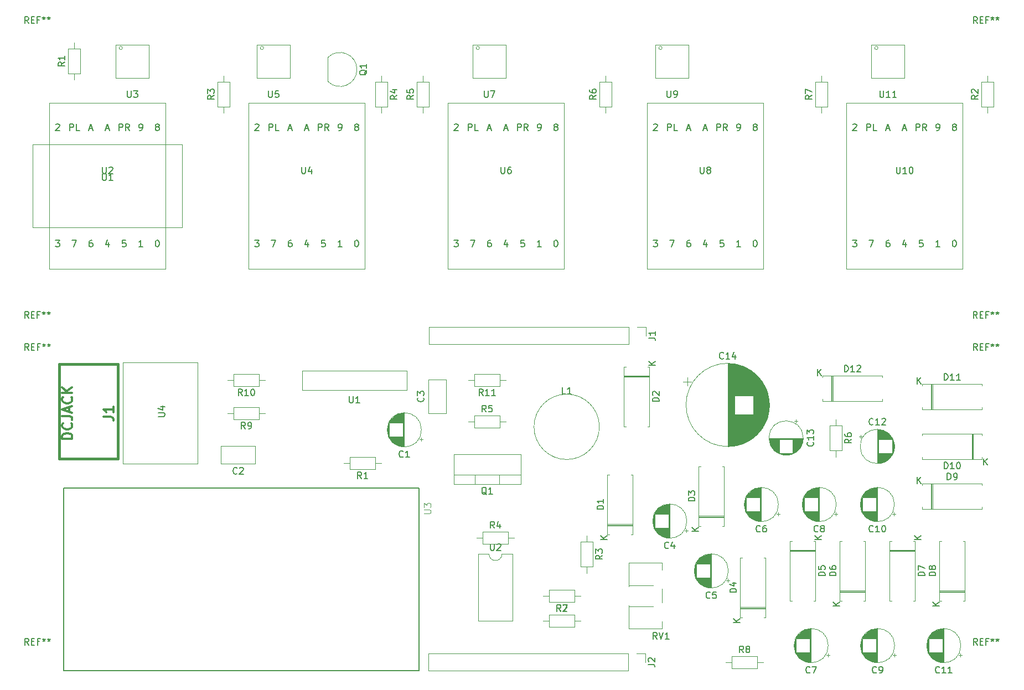
<source format=gto>
G04 #@! TF.GenerationSoftware,KiCad,Pcbnew,(5.1.9)-1*
G04 #@! TF.CreationDate,2021-01-30T15:55:31+09:00*
G04 #@! TF.ProjectId,nixie-meter-order,6e697869-652d-46d6-9574-65722d6f7264,rev?*
G04 #@! TF.SameCoordinates,Original*
G04 #@! TF.FileFunction,Legend,Top*
G04 #@! TF.FilePolarity,Positive*
%FSLAX46Y46*%
G04 Gerber Fmt 4.6, Leading zero omitted, Abs format (unit mm)*
G04 Created by KiCad (PCBNEW (5.1.9)-1) date 2021-01-30 15:55:31*
%MOMM*%
%LPD*%
G01*
G04 APERTURE LIST*
%ADD10C,0.120000*%
%ADD11C,0.381000*%
%ADD12C,0.127000*%
%ADD13C,0.150000*%
%ADD14C,0.304800*%
%ADD15C,0.015000*%
G04 APERTURE END LIST*
D10*
X128750000Y-52650000D02*
X130590000Y-52650000D01*
X130590000Y-52650000D02*
X130590000Y-48810000D01*
X130590000Y-48810000D02*
X128750000Y-48810000D01*
X128750000Y-48810000D02*
X128750000Y-52650000D01*
X129670000Y-53600000D02*
X129670000Y-52650000D01*
X129670000Y-47860000D02*
X129670000Y-48810000D01*
X115120000Y-45120000D02*
X115120000Y-48720000D01*
X115131522Y-48758478D02*
G75*
G03*
X119570000Y-46920000I1838478J1838478D01*
G01*
X115131522Y-45081522D02*
G75*
G02*
X119570000Y-46920000I1838478J-1838478D01*
G01*
X163960000Y-52000000D02*
X163960000Y-77400000D01*
X163960000Y-77400000D02*
X181740000Y-77400000D01*
X181740000Y-77400000D02*
X181740000Y-52000000D01*
X181740000Y-52000000D02*
X163960000Y-52000000D01*
X189710000Y-52650000D02*
X191550000Y-52650000D01*
X191550000Y-52650000D02*
X191550000Y-48810000D01*
X191550000Y-48810000D02*
X189710000Y-48810000D01*
X189710000Y-48810000D02*
X189710000Y-52650000D01*
X190630000Y-53600000D02*
X190630000Y-52650000D01*
X190630000Y-47860000D02*
X190630000Y-48810000D01*
X194440000Y-52000000D02*
X194440000Y-77400000D01*
X194440000Y-77400000D02*
X212220000Y-77400000D01*
X212220000Y-77400000D02*
X212220000Y-52000000D01*
X212220000Y-52000000D02*
X194440000Y-52000000D01*
X198250000Y-43110000D02*
X198250000Y-48190000D01*
X198250000Y-48190000D02*
X203330000Y-48190000D01*
X203330000Y-48190000D02*
X203330000Y-43110000D01*
X203330000Y-43110000D02*
X198250000Y-43110000D01*
X199266000Y-43618000D02*
G75*
G03*
X199266000Y-43618000I-254000J0D01*
G01*
X165230000Y-43110000D02*
X165230000Y-48190000D01*
X165230000Y-48190000D02*
X170310000Y-48190000D01*
X170310000Y-48190000D02*
X170310000Y-43110000D01*
X170310000Y-43110000D02*
X165230000Y-43110000D01*
X166246000Y-43618000D02*
G75*
G03*
X166246000Y-43618000I-254000J0D01*
G01*
X137290000Y-43110000D02*
X137290000Y-48190000D01*
X137290000Y-48190000D02*
X142370000Y-48190000D01*
X142370000Y-48190000D02*
X142370000Y-43110000D01*
X142370000Y-43110000D02*
X137290000Y-43110000D01*
X138306000Y-43618000D02*
G75*
G03*
X138306000Y-43618000I-254000J0D01*
G01*
X133480000Y-52000000D02*
X133480000Y-77400000D01*
X133480000Y-77400000D02*
X151260000Y-77400000D01*
X151260000Y-77400000D02*
X151260000Y-52000000D01*
X151260000Y-52000000D02*
X133480000Y-52000000D01*
X104270000Y-43110000D02*
X104270000Y-48190000D01*
X104270000Y-48190000D02*
X109350000Y-48190000D01*
X109350000Y-48190000D02*
X109350000Y-43110000D01*
X109350000Y-43110000D02*
X104270000Y-43110000D01*
X105286000Y-43618000D02*
G75*
G03*
X105286000Y-43618000I-254000J0D01*
G01*
X103000000Y-52000000D02*
X103000000Y-77400000D01*
X103000000Y-77400000D02*
X120780000Y-77400000D01*
X120780000Y-77400000D02*
X120780000Y-52000000D01*
X120780000Y-52000000D02*
X103000000Y-52000000D01*
X82680000Y-43110000D02*
X82680000Y-48190000D01*
X82680000Y-48190000D02*
X87760000Y-48190000D01*
X87760000Y-48190000D02*
X87760000Y-43110000D01*
X87760000Y-43110000D02*
X82680000Y-43110000D01*
X83696000Y-43618000D02*
G75*
G03*
X83696000Y-43618000I-254000J0D01*
G01*
X72520000Y-52000000D02*
X72520000Y-77400000D01*
X72520000Y-77400000D02*
X90300000Y-77400000D01*
X90300000Y-77400000D02*
X90300000Y-52000000D01*
X90300000Y-52000000D02*
X72520000Y-52000000D01*
X92840000Y-69780000D02*
X92840000Y-58350000D01*
X92840000Y-58350000D02*
X69980000Y-58350000D01*
X69980000Y-58350000D02*
X69980000Y-71050000D01*
X69980000Y-71050000D02*
X92840000Y-71050000D01*
X92840000Y-71050000D02*
X92840000Y-68510000D01*
X156690000Y-52650000D02*
X158530000Y-52650000D01*
X158530000Y-52650000D02*
X158530000Y-48810000D01*
X158530000Y-48810000D02*
X156690000Y-48810000D01*
X156690000Y-48810000D02*
X156690000Y-52650000D01*
X157610000Y-53600000D02*
X157610000Y-52650000D01*
X157610000Y-47860000D02*
X157610000Y-48810000D01*
X124240000Y-48810000D02*
X122400000Y-48810000D01*
X122400000Y-48810000D02*
X122400000Y-52650000D01*
X122400000Y-52650000D02*
X124240000Y-52650000D01*
X124240000Y-52650000D02*
X124240000Y-48810000D01*
X123320000Y-47860000D02*
X123320000Y-48810000D01*
X123320000Y-53600000D02*
X123320000Y-52650000D01*
X98270000Y-52650000D02*
X100110000Y-52650000D01*
X100110000Y-52650000D02*
X100110000Y-48810000D01*
X100110000Y-48810000D02*
X98270000Y-48810000D01*
X98270000Y-48810000D02*
X98270000Y-52650000D01*
X99190000Y-53600000D02*
X99190000Y-52650000D01*
X99190000Y-47860000D02*
X99190000Y-48810000D01*
X215110000Y-52650000D02*
X216950000Y-52650000D01*
X216950000Y-52650000D02*
X216950000Y-48810000D01*
X216950000Y-48810000D02*
X215110000Y-48810000D01*
X215110000Y-48810000D02*
X215110000Y-52650000D01*
X216030000Y-53600000D02*
X216030000Y-52650000D01*
X216030000Y-47860000D02*
X216030000Y-48810000D01*
X75410000Y-47570000D02*
X77250000Y-47570000D01*
X77250000Y-47570000D02*
X77250000Y-43730000D01*
X77250000Y-43730000D02*
X75410000Y-43730000D01*
X75410000Y-43730000D02*
X75410000Y-47570000D01*
X76330000Y-48520000D02*
X76330000Y-47570000D01*
X76330000Y-42780000D02*
X76330000Y-43730000D01*
X130600000Y-86330000D02*
X130600000Y-88990000D01*
X161140000Y-86330000D02*
X130600000Y-86330000D01*
X161140000Y-88990000D02*
X130600000Y-88990000D01*
X161140000Y-86330000D02*
X161140000Y-88990000D01*
X162410000Y-86330000D02*
X163740000Y-86330000D01*
X163740000Y-86330000D02*
X163740000Y-87660000D01*
X170087918Y-94050000D02*
X170087918Y-95300000D01*
X169462918Y-94675000D02*
X170712918Y-94675000D01*
X182641000Y-97933000D02*
X182641000Y-98567000D01*
X182601000Y-97493000D02*
X182601000Y-99007000D01*
X182561000Y-97222000D02*
X182561000Y-99278000D01*
X182521000Y-97009000D02*
X182521000Y-99491000D01*
X182481000Y-96828000D02*
X182481000Y-99672000D01*
X182441000Y-96667000D02*
X182441000Y-99833000D01*
X182401000Y-96522000D02*
X182401000Y-99978000D01*
X182361000Y-96389000D02*
X182361000Y-100111000D01*
X182321000Y-96266000D02*
X182321000Y-100234000D01*
X182281000Y-96150000D02*
X182281000Y-100350000D01*
X182241000Y-96041000D02*
X182241000Y-100459000D01*
X182201000Y-95938000D02*
X182201000Y-100562000D01*
X182161000Y-95840000D02*
X182161000Y-100660000D01*
X182121000Y-95746000D02*
X182121000Y-100754000D01*
X182081000Y-95656000D02*
X182081000Y-100844000D01*
X182041000Y-95569000D02*
X182041000Y-100931000D01*
X182001000Y-95486000D02*
X182001000Y-101014000D01*
X181961000Y-95406000D02*
X181961000Y-101094000D01*
X181921000Y-95329000D02*
X181921000Y-101171000D01*
X181881000Y-95254000D02*
X181881000Y-101246000D01*
X181841000Y-95181000D02*
X181841000Y-101319000D01*
X181801000Y-95110000D02*
X181801000Y-101390000D01*
X181761000Y-95042000D02*
X181761000Y-101458000D01*
X181721000Y-94975000D02*
X181721000Y-101525000D01*
X181681000Y-94911000D02*
X181681000Y-101589000D01*
X181641000Y-94848000D02*
X181641000Y-101652000D01*
X181601000Y-94786000D02*
X181601000Y-101714000D01*
X181561000Y-94726000D02*
X181561000Y-101774000D01*
X181521000Y-94667000D02*
X181521000Y-101833000D01*
X181481000Y-94610000D02*
X181481000Y-101890000D01*
X181441000Y-94554000D02*
X181441000Y-101946000D01*
X181401000Y-94500000D02*
X181401000Y-102000000D01*
X181361000Y-94446000D02*
X181361000Y-102054000D01*
X181321000Y-94394000D02*
X181321000Y-102106000D01*
X181281000Y-94343000D02*
X181281000Y-102157000D01*
X181241000Y-94293000D02*
X181241000Y-102207000D01*
X181201000Y-94243000D02*
X181201000Y-102257000D01*
X181161000Y-94195000D02*
X181161000Y-102305000D01*
X181121000Y-94148000D02*
X181121000Y-102352000D01*
X181081000Y-94102000D02*
X181081000Y-102398000D01*
X181041000Y-94056000D02*
X181041000Y-102444000D01*
X181001000Y-94012000D02*
X181001000Y-102488000D01*
X180961000Y-93968000D02*
X180961000Y-102532000D01*
X180921000Y-93925000D02*
X180921000Y-102575000D01*
X180881000Y-93883000D02*
X180881000Y-102617000D01*
X180841000Y-93842000D02*
X180841000Y-102658000D01*
X180801000Y-93801000D02*
X180801000Y-102699000D01*
X180761000Y-93761000D02*
X180761000Y-102739000D01*
X180721000Y-93722000D02*
X180721000Y-102778000D01*
X180681000Y-93683000D02*
X180681000Y-102817000D01*
X180641000Y-93645000D02*
X180641000Y-102855000D01*
X180601000Y-93608000D02*
X180601000Y-102892000D01*
X180561000Y-93572000D02*
X180561000Y-102928000D01*
X180521000Y-93536000D02*
X180521000Y-102964000D01*
X180481000Y-93500000D02*
X180481000Y-103000000D01*
X180441000Y-93465000D02*
X180441000Y-103035000D01*
X180401000Y-93431000D02*
X180401000Y-103069000D01*
X180361000Y-93398000D02*
X180361000Y-103102000D01*
X180321000Y-93365000D02*
X180321000Y-103135000D01*
X180281000Y-93332000D02*
X180281000Y-103168000D01*
X180241000Y-93300000D02*
X180241000Y-103200000D01*
X180201000Y-99690000D02*
X180201000Y-103232000D01*
X180201000Y-93268000D02*
X180201000Y-96810000D01*
X180161000Y-99690000D02*
X180161000Y-103262000D01*
X180161000Y-93238000D02*
X180161000Y-96810000D01*
X180121000Y-99690000D02*
X180121000Y-103293000D01*
X180121000Y-93207000D02*
X180121000Y-96810000D01*
X180081000Y-99690000D02*
X180081000Y-103323000D01*
X180081000Y-93177000D02*
X180081000Y-96810000D01*
X180041000Y-99690000D02*
X180041000Y-103352000D01*
X180041000Y-93148000D02*
X180041000Y-96810000D01*
X180001000Y-99690000D02*
X180001000Y-103381000D01*
X180001000Y-93119000D02*
X180001000Y-96810000D01*
X179961000Y-99690000D02*
X179961000Y-103410000D01*
X179961000Y-93090000D02*
X179961000Y-96810000D01*
X179921000Y-99690000D02*
X179921000Y-103438000D01*
X179921000Y-93062000D02*
X179921000Y-96810000D01*
X179881000Y-99690000D02*
X179881000Y-103466000D01*
X179881000Y-93034000D02*
X179881000Y-96810000D01*
X179841000Y-99690000D02*
X179841000Y-103493000D01*
X179841000Y-93007000D02*
X179841000Y-96810000D01*
X179801000Y-99690000D02*
X179801000Y-103520000D01*
X179801000Y-92980000D02*
X179801000Y-96810000D01*
X179761000Y-99690000D02*
X179761000Y-103546000D01*
X179761000Y-92954000D02*
X179761000Y-96810000D01*
X179721000Y-99690000D02*
X179721000Y-103572000D01*
X179721000Y-92928000D02*
X179721000Y-96810000D01*
X179681000Y-99690000D02*
X179681000Y-103597000D01*
X179681000Y-92903000D02*
X179681000Y-96810000D01*
X179641000Y-99690000D02*
X179641000Y-103622000D01*
X179641000Y-92878000D02*
X179641000Y-96810000D01*
X179601000Y-99690000D02*
X179601000Y-103647000D01*
X179601000Y-92853000D02*
X179601000Y-96810000D01*
X179561000Y-99690000D02*
X179561000Y-103671000D01*
X179561000Y-92829000D02*
X179561000Y-96810000D01*
X179521000Y-99690000D02*
X179521000Y-103695000D01*
X179521000Y-92805000D02*
X179521000Y-96810000D01*
X179481000Y-99690000D02*
X179481000Y-103718000D01*
X179481000Y-92782000D02*
X179481000Y-96810000D01*
X179441000Y-99690000D02*
X179441000Y-103741000D01*
X179441000Y-92759000D02*
X179441000Y-96810000D01*
X179401000Y-99690000D02*
X179401000Y-103764000D01*
X179401000Y-92736000D02*
X179401000Y-96810000D01*
X179361000Y-99690000D02*
X179361000Y-103786000D01*
X179361000Y-92714000D02*
X179361000Y-96810000D01*
X179321000Y-99690000D02*
X179321000Y-103808000D01*
X179321000Y-92692000D02*
X179321000Y-96810000D01*
X179281000Y-99690000D02*
X179281000Y-103830000D01*
X179281000Y-92670000D02*
X179281000Y-96810000D01*
X179241000Y-99690000D02*
X179241000Y-103851000D01*
X179241000Y-92649000D02*
X179241000Y-96810000D01*
X179201000Y-99690000D02*
X179201000Y-103872000D01*
X179201000Y-92628000D02*
X179201000Y-96810000D01*
X179161000Y-99690000D02*
X179161000Y-103892000D01*
X179161000Y-92608000D02*
X179161000Y-96810000D01*
X179121000Y-99690000D02*
X179121000Y-103912000D01*
X179121000Y-92588000D02*
X179121000Y-96810000D01*
X179081000Y-99690000D02*
X179081000Y-103932000D01*
X179081000Y-92568000D02*
X179081000Y-96810000D01*
X179041000Y-99690000D02*
X179041000Y-103952000D01*
X179041000Y-92548000D02*
X179041000Y-96810000D01*
X179001000Y-99690000D02*
X179001000Y-103971000D01*
X179001000Y-92529000D02*
X179001000Y-96810000D01*
X178961000Y-99690000D02*
X178961000Y-103989000D01*
X178961000Y-92511000D02*
X178961000Y-96810000D01*
X178921000Y-99690000D02*
X178921000Y-104008000D01*
X178921000Y-92492000D02*
X178921000Y-96810000D01*
X178881000Y-99690000D02*
X178881000Y-104026000D01*
X178881000Y-92474000D02*
X178881000Y-96810000D01*
X178841000Y-99690000D02*
X178841000Y-104043000D01*
X178841000Y-92457000D02*
X178841000Y-96810000D01*
X178801000Y-99690000D02*
X178801000Y-104061000D01*
X178801000Y-92439000D02*
X178801000Y-96810000D01*
X178761000Y-99690000D02*
X178761000Y-104078000D01*
X178761000Y-92422000D02*
X178761000Y-96810000D01*
X178721000Y-99690000D02*
X178721000Y-104095000D01*
X178721000Y-92405000D02*
X178721000Y-96810000D01*
X178681000Y-99690000D02*
X178681000Y-104111000D01*
X178681000Y-92389000D02*
X178681000Y-96810000D01*
X178641000Y-99690000D02*
X178641000Y-104127000D01*
X178641000Y-92373000D02*
X178641000Y-96810000D01*
X178601000Y-99690000D02*
X178601000Y-104143000D01*
X178601000Y-92357000D02*
X178601000Y-96810000D01*
X178561000Y-99690000D02*
X178561000Y-104158000D01*
X178561000Y-92342000D02*
X178561000Y-96810000D01*
X178521000Y-99690000D02*
X178521000Y-104174000D01*
X178521000Y-92326000D02*
X178521000Y-96810000D01*
X178481000Y-99690000D02*
X178481000Y-104189000D01*
X178481000Y-92311000D02*
X178481000Y-96810000D01*
X178441000Y-99690000D02*
X178441000Y-104203000D01*
X178441000Y-92297000D02*
X178441000Y-96810000D01*
X178401000Y-99690000D02*
X178401000Y-104217000D01*
X178401000Y-92283000D02*
X178401000Y-96810000D01*
X178361000Y-99690000D02*
X178361000Y-104231000D01*
X178361000Y-92269000D02*
X178361000Y-96810000D01*
X178321000Y-99690000D02*
X178321000Y-104245000D01*
X178321000Y-92255000D02*
X178321000Y-96810000D01*
X178281000Y-99690000D02*
X178281000Y-104258000D01*
X178281000Y-92242000D02*
X178281000Y-96810000D01*
X178241000Y-99690000D02*
X178241000Y-104271000D01*
X178241000Y-92229000D02*
X178241000Y-96810000D01*
X178201000Y-99690000D02*
X178201000Y-104284000D01*
X178201000Y-92216000D02*
X178201000Y-96810000D01*
X178161000Y-99690000D02*
X178161000Y-104297000D01*
X178161000Y-92203000D02*
X178161000Y-96810000D01*
X178121000Y-99690000D02*
X178121000Y-104309000D01*
X178121000Y-92191000D02*
X178121000Y-96810000D01*
X178081000Y-99690000D02*
X178081000Y-104321000D01*
X178081000Y-92179000D02*
X178081000Y-96810000D01*
X178041000Y-99690000D02*
X178041000Y-104333000D01*
X178041000Y-92167000D02*
X178041000Y-96810000D01*
X178001000Y-99690000D02*
X178001000Y-104344000D01*
X178001000Y-92156000D02*
X178001000Y-96810000D01*
X177961000Y-99690000D02*
X177961000Y-104355000D01*
X177961000Y-92145000D02*
X177961000Y-96810000D01*
X177921000Y-99690000D02*
X177921000Y-104366000D01*
X177921000Y-92134000D02*
X177921000Y-96810000D01*
X177881000Y-99690000D02*
X177881000Y-104376000D01*
X177881000Y-92124000D02*
X177881000Y-96810000D01*
X177841000Y-99690000D02*
X177841000Y-104387000D01*
X177841000Y-92113000D02*
X177841000Y-96810000D01*
X177801000Y-99690000D02*
X177801000Y-104396000D01*
X177801000Y-92104000D02*
X177801000Y-96810000D01*
X177761000Y-99690000D02*
X177761000Y-104406000D01*
X177761000Y-92094000D02*
X177761000Y-96810000D01*
X177721000Y-99690000D02*
X177721000Y-104416000D01*
X177721000Y-92084000D02*
X177721000Y-96810000D01*
X177681000Y-99690000D02*
X177681000Y-104425000D01*
X177681000Y-92075000D02*
X177681000Y-96810000D01*
X177641000Y-99690000D02*
X177641000Y-104434000D01*
X177641000Y-92066000D02*
X177641000Y-96810000D01*
X177601000Y-99690000D02*
X177601000Y-104442000D01*
X177601000Y-92058000D02*
X177601000Y-96810000D01*
X177561000Y-99690000D02*
X177561000Y-104451000D01*
X177561000Y-92049000D02*
X177561000Y-96810000D01*
X177521000Y-99690000D02*
X177521000Y-104459000D01*
X177521000Y-92041000D02*
X177521000Y-96810000D01*
X177481000Y-99690000D02*
X177481000Y-104466000D01*
X177481000Y-92034000D02*
X177481000Y-96810000D01*
X177441000Y-99690000D02*
X177441000Y-104474000D01*
X177441000Y-92026000D02*
X177441000Y-96810000D01*
X177401000Y-99690000D02*
X177401000Y-104481000D01*
X177401000Y-92019000D02*
X177401000Y-96810000D01*
X177361000Y-99690000D02*
X177361000Y-104488000D01*
X177361000Y-92012000D02*
X177361000Y-96810000D01*
X177321000Y-92005000D02*
X177321000Y-104495000D01*
X177281000Y-91998000D02*
X177281000Y-104502000D01*
X177241000Y-91992000D02*
X177241000Y-104508000D01*
X177201000Y-91986000D02*
X177201000Y-104514000D01*
X177161000Y-91981000D02*
X177161000Y-104519000D01*
X177121000Y-91975000D02*
X177121000Y-104525000D01*
X177081000Y-91970000D02*
X177081000Y-104530000D01*
X177041000Y-91965000D02*
X177041000Y-104535000D01*
X177001000Y-91960000D02*
X177001000Y-104540000D01*
X176960000Y-91956000D02*
X176960000Y-104544000D01*
X176920000Y-91952000D02*
X176920000Y-104548000D01*
X176880000Y-91948000D02*
X176880000Y-104552000D01*
X176840000Y-91944000D02*
X176840000Y-104556000D01*
X176800000Y-91941000D02*
X176800000Y-104559000D01*
X176760000Y-91938000D02*
X176760000Y-104562000D01*
X176720000Y-91935000D02*
X176720000Y-104565000D01*
X176680000Y-91932000D02*
X176680000Y-104568000D01*
X176640000Y-91930000D02*
X176640000Y-104570000D01*
X176600000Y-91928000D02*
X176600000Y-104572000D01*
X176560000Y-91926000D02*
X176560000Y-104574000D01*
X176520000Y-91924000D02*
X176520000Y-104576000D01*
X176480000Y-91923000D02*
X176480000Y-104577000D01*
X176440000Y-91922000D02*
X176440000Y-104578000D01*
X176400000Y-91921000D02*
X176400000Y-104579000D01*
X176360000Y-91920000D02*
X176360000Y-104580000D01*
X176320000Y-91920000D02*
X176320000Y-104580000D01*
X176280000Y-91920000D02*
X176280000Y-104580000D01*
X182650000Y-98250000D02*
G75*
G03*
X182650000Y-98250000I-6370000J0D01*
G01*
X83730000Y-107250000D02*
X88730000Y-107250000D01*
X83730000Y-91750000D02*
X83730000Y-107250000D01*
X85230000Y-91750000D02*
X83730000Y-91750000D01*
X88730000Y-91750000D02*
X85230000Y-91750000D01*
X95230000Y-107250000D02*
X95230000Y-99250000D01*
X88730000Y-107250000D02*
X95230000Y-107250000D01*
X95230000Y-91750000D02*
X88730000Y-91750000D01*
X95230000Y-99250000D02*
X95230000Y-91750000D01*
X187830000Y-103310000D02*
G75*
G03*
X187830000Y-103310000I-2620000J0D01*
G01*
X187790000Y-103310000D02*
X182630000Y-103310000D01*
X187790000Y-103350000D02*
X182630000Y-103350000D01*
X187789000Y-103390000D02*
X182631000Y-103390000D01*
X187788000Y-103430000D02*
X182632000Y-103430000D01*
X187786000Y-103470000D02*
X182634000Y-103470000D01*
X187783000Y-103510000D02*
X182637000Y-103510000D01*
X187779000Y-103550000D02*
X186250000Y-103550000D01*
X184170000Y-103550000D02*
X182641000Y-103550000D01*
X187775000Y-103590000D02*
X186250000Y-103590000D01*
X184170000Y-103590000D02*
X182645000Y-103590000D01*
X187771000Y-103630000D02*
X186250000Y-103630000D01*
X184170000Y-103630000D02*
X182649000Y-103630000D01*
X187766000Y-103670000D02*
X186250000Y-103670000D01*
X184170000Y-103670000D02*
X182654000Y-103670000D01*
X187760000Y-103710000D02*
X186250000Y-103710000D01*
X184170000Y-103710000D02*
X182660000Y-103710000D01*
X187753000Y-103750000D02*
X186250000Y-103750000D01*
X184170000Y-103750000D02*
X182667000Y-103750000D01*
X187746000Y-103790000D02*
X186250000Y-103790000D01*
X184170000Y-103790000D02*
X182674000Y-103790000D01*
X187738000Y-103830000D02*
X186250000Y-103830000D01*
X184170000Y-103830000D02*
X182682000Y-103830000D01*
X187730000Y-103870000D02*
X186250000Y-103870000D01*
X184170000Y-103870000D02*
X182690000Y-103870000D01*
X187721000Y-103910000D02*
X186250000Y-103910000D01*
X184170000Y-103910000D02*
X182699000Y-103910000D01*
X187711000Y-103950000D02*
X186250000Y-103950000D01*
X184170000Y-103950000D02*
X182709000Y-103950000D01*
X187701000Y-103990000D02*
X186250000Y-103990000D01*
X184170000Y-103990000D02*
X182719000Y-103990000D01*
X187690000Y-104031000D02*
X186250000Y-104031000D01*
X184170000Y-104031000D02*
X182730000Y-104031000D01*
X187678000Y-104071000D02*
X186250000Y-104071000D01*
X184170000Y-104071000D02*
X182742000Y-104071000D01*
X187665000Y-104111000D02*
X186250000Y-104111000D01*
X184170000Y-104111000D02*
X182755000Y-104111000D01*
X187652000Y-104151000D02*
X186250000Y-104151000D01*
X184170000Y-104151000D02*
X182768000Y-104151000D01*
X187638000Y-104191000D02*
X186250000Y-104191000D01*
X184170000Y-104191000D02*
X182782000Y-104191000D01*
X187624000Y-104231000D02*
X186250000Y-104231000D01*
X184170000Y-104231000D02*
X182796000Y-104231000D01*
X187608000Y-104271000D02*
X186250000Y-104271000D01*
X184170000Y-104271000D02*
X182812000Y-104271000D01*
X187592000Y-104311000D02*
X186250000Y-104311000D01*
X184170000Y-104311000D02*
X182828000Y-104311000D01*
X187575000Y-104351000D02*
X186250000Y-104351000D01*
X184170000Y-104351000D02*
X182845000Y-104351000D01*
X187558000Y-104391000D02*
X186250000Y-104391000D01*
X184170000Y-104391000D02*
X182862000Y-104391000D01*
X187539000Y-104431000D02*
X186250000Y-104431000D01*
X184170000Y-104431000D02*
X182881000Y-104431000D01*
X187520000Y-104471000D02*
X186250000Y-104471000D01*
X184170000Y-104471000D02*
X182900000Y-104471000D01*
X187500000Y-104511000D02*
X186250000Y-104511000D01*
X184170000Y-104511000D02*
X182920000Y-104511000D01*
X187478000Y-104551000D02*
X186250000Y-104551000D01*
X184170000Y-104551000D02*
X182942000Y-104551000D01*
X187457000Y-104591000D02*
X186250000Y-104591000D01*
X184170000Y-104591000D02*
X182963000Y-104591000D01*
X187434000Y-104631000D02*
X186250000Y-104631000D01*
X184170000Y-104631000D02*
X182986000Y-104631000D01*
X187410000Y-104671000D02*
X186250000Y-104671000D01*
X184170000Y-104671000D02*
X183010000Y-104671000D01*
X187385000Y-104711000D02*
X186250000Y-104711000D01*
X184170000Y-104711000D02*
X183035000Y-104711000D01*
X187359000Y-104751000D02*
X186250000Y-104751000D01*
X184170000Y-104751000D02*
X183061000Y-104751000D01*
X187332000Y-104791000D02*
X186250000Y-104791000D01*
X184170000Y-104791000D02*
X183088000Y-104791000D01*
X187305000Y-104831000D02*
X186250000Y-104831000D01*
X184170000Y-104831000D02*
X183115000Y-104831000D01*
X187275000Y-104871000D02*
X186250000Y-104871000D01*
X184170000Y-104871000D02*
X183145000Y-104871000D01*
X187245000Y-104911000D02*
X186250000Y-104911000D01*
X184170000Y-104911000D02*
X183175000Y-104911000D01*
X187214000Y-104951000D02*
X186250000Y-104951000D01*
X184170000Y-104951000D02*
X183206000Y-104951000D01*
X187181000Y-104991000D02*
X186250000Y-104991000D01*
X184170000Y-104991000D02*
X183239000Y-104991000D01*
X187147000Y-105031000D02*
X186250000Y-105031000D01*
X184170000Y-105031000D02*
X183273000Y-105031000D01*
X187111000Y-105071000D02*
X186250000Y-105071000D01*
X184170000Y-105071000D02*
X183309000Y-105071000D01*
X187074000Y-105111000D02*
X186250000Y-105111000D01*
X184170000Y-105111000D02*
X183346000Y-105111000D01*
X187036000Y-105151000D02*
X186250000Y-105151000D01*
X184170000Y-105151000D02*
X183384000Y-105151000D01*
X186995000Y-105191000D02*
X186250000Y-105191000D01*
X184170000Y-105191000D02*
X183425000Y-105191000D01*
X186953000Y-105231000D02*
X186250000Y-105231000D01*
X184170000Y-105231000D02*
X183467000Y-105231000D01*
X186909000Y-105271000D02*
X186250000Y-105271000D01*
X184170000Y-105271000D02*
X183511000Y-105271000D01*
X186863000Y-105311000D02*
X186250000Y-105311000D01*
X184170000Y-105311000D02*
X183557000Y-105311000D01*
X186815000Y-105351000D02*
X186250000Y-105351000D01*
X184170000Y-105351000D02*
X183605000Y-105351000D01*
X186764000Y-105391000D02*
X186250000Y-105391000D01*
X184170000Y-105391000D02*
X183656000Y-105391000D01*
X186710000Y-105431000D02*
X186250000Y-105431000D01*
X184170000Y-105431000D02*
X183710000Y-105431000D01*
X186653000Y-105471000D02*
X186250000Y-105471000D01*
X184170000Y-105471000D02*
X183767000Y-105471000D01*
X186593000Y-105511000D02*
X186250000Y-105511000D01*
X184170000Y-105511000D02*
X183827000Y-105511000D01*
X186529000Y-105551000D02*
X186250000Y-105551000D01*
X184170000Y-105551000D02*
X183891000Y-105551000D01*
X186461000Y-105591000D02*
X186250000Y-105591000D01*
X184170000Y-105591000D02*
X183959000Y-105591000D01*
X186388000Y-105631000D02*
X184032000Y-105631000D01*
X186308000Y-105671000D02*
X184112000Y-105671000D01*
X186221000Y-105711000D02*
X184199000Y-105711000D01*
X186125000Y-105751000D02*
X184295000Y-105751000D01*
X186015000Y-105791000D02*
X184405000Y-105791000D01*
X185887000Y-105831000D02*
X184533000Y-105831000D01*
X185728000Y-105871000D02*
X184692000Y-105871000D01*
X185494000Y-105911000D02*
X184926000Y-105911000D01*
X186685000Y-100505225D02*
X186685000Y-101005225D01*
X186935000Y-100755225D02*
X186435000Y-100755225D01*
X163990000Y-92410000D02*
X164320000Y-92410000D01*
X164320000Y-92410000D02*
X164320000Y-101550000D01*
X164320000Y-101550000D02*
X163990000Y-101550000D01*
X160710000Y-92410000D02*
X160380000Y-92410000D01*
X160380000Y-92410000D02*
X160380000Y-101550000D01*
X160380000Y-101550000D02*
X160710000Y-101550000D01*
X164320000Y-93865000D02*
X160380000Y-93865000D01*
X164320000Y-93985000D02*
X160380000Y-93985000D01*
X164320000Y-93745000D02*
X160380000Y-93745000D01*
X172140000Y-116790000D02*
X171810000Y-116790000D01*
X171810000Y-116790000D02*
X171810000Y-107650000D01*
X171810000Y-107650000D02*
X172140000Y-107650000D01*
X175420000Y-116790000D02*
X175750000Y-116790000D01*
X175750000Y-116790000D02*
X175750000Y-107650000D01*
X175750000Y-107650000D02*
X175420000Y-107650000D01*
X171810000Y-115335000D02*
X175750000Y-115335000D01*
X171810000Y-115215000D02*
X175750000Y-115215000D01*
X171810000Y-115455000D02*
X175750000Y-115455000D01*
X215180000Y-106240000D02*
X215180000Y-106570000D01*
X215180000Y-106570000D02*
X206040000Y-106570000D01*
X206040000Y-106570000D02*
X206040000Y-106240000D01*
X215180000Y-102960000D02*
X215180000Y-102630000D01*
X215180000Y-102630000D02*
X206040000Y-102630000D01*
X206040000Y-102630000D02*
X206040000Y-102960000D01*
X213725000Y-106570000D02*
X213725000Y-102630000D01*
X213605000Y-106570000D02*
X213605000Y-102630000D01*
X213845000Y-106570000D02*
X213845000Y-102630000D01*
X190800000Y-94070000D02*
X190800000Y-93740000D01*
X190800000Y-93740000D02*
X199940000Y-93740000D01*
X199940000Y-93740000D02*
X199940000Y-94070000D01*
X190800000Y-97350000D02*
X190800000Y-97680000D01*
X190800000Y-97680000D02*
X199940000Y-97680000D01*
X199940000Y-97680000D02*
X199940000Y-97350000D01*
X192255000Y-93740000D02*
X192255000Y-97680000D01*
X192375000Y-93740000D02*
X192375000Y-97680000D01*
X192135000Y-93740000D02*
X192135000Y-97680000D01*
X206040000Y-95340000D02*
X206040000Y-95010000D01*
X206040000Y-95010000D02*
X215180000Y-95010000D01*
X215180000Y-95010000D02*
X215180000Y-95340000D01*
X206040000Y-98620000D02*
X206040000Y-98950000D01*
X206040000Y-98950000D02*
X215180000Y-98950000D01*
X215180000Y-98950000D02*
X215180000Y-98620000D01*
X207495000Y-95010000D02*
X207495000Y-98950000D01*
X207615000Y-95010000D02*
X207615000Y-98950000D01*
X207375000Y-95010000D02*
X207375000Y-98950000D01*
X206040000Y-110580000D02*
X206040000Y-110250000D01*
X206040000Y-110250000D02*
X215180000Y-110250000D01*
X215180000Y-110250000D02*
X215180000Y-110580000D01*
X206040000Y-113860000D02*
X206040000Y-114190000D01*
X206040000Y-114190000D02*
X215180000Y-114190000D01*
X215180000Y-114190000D02*
X215180000Y-113860000D01*
X207495000Y-110250000D02*
X207495000Y-114190000D01*
X207615000Y-110250000D02*
X207615000Y-114190000D01*
X207375000Y-110250000D02*
X207375000Y-114190000D01*
X208970000Y-128220000D02*
X208640000Y-128220000D01*
X208640000Y-128220000D02*
X208640000Y-119080000D01*
X208640000Y-119080000D02*
X208970000Y-119080000D01*
X212250000Y-128220000D02*
X212580000Y-128220000D01*
X212580000Y-128220000D02*
X212580000Y-119080000D01*
X212580000Y-119080000D02*
X212250000Y-119080000D01*
X208640000Y-126765000D02*
X212580000Y-126765000D01*
X208640000Y-126645000D02*
X212580000Y-126645000D01*
X208640000Y-126885000D02*
X212580000Y-126885000D01*
X204630000Y-119080000D02*
X204960000Y-119080000D01*
X204960000Y-119080000D02*
X204960000Y-128220000D01*
X204960000Y-128220000D02*
X204630000Y-128220000D01*
X201350000Y-119080000D02*
X201020000Y-119080000D01*
X201020000Y-119080000D02*
X201020000Y-128220000D01*
X201020000Y-128220000D02*
X201350000Y-128220000D01*
X204960000Y-120535000D02*
X201020000Y-120535000D01*
X204960000Y-120655000D02*
X201020000Y-120655000D01*
X204960000Y-120415000D02*
X201020000Y-120415000D01*
X193730000Y-128220000D02*
X193400000Y-128220000D01*
X193400000Y-128220000D02*
X193400000Y-119080000D01*
X193400000Y-119080000D02*
X193730000Y-119080000D01*
X197010000Y-128220000D02*
X197340000Y-128220000D01*
X197340000Y-128220000D02*
X197340000Y-119080000D01*
X197340000Y-119080000D02*
X197010000Y-119080000D01*
X193400000Y-126765000D02*
X197340000Y-126765000D01*
X193400000Y-126645000D02*
X197340000Y-126645000D01*
X193400000Y-126885000D02*
X197340000Y-126885000D01*
X189390000Y-119080000D02*
X189720000Y-119080000D01*
X189720000Y-119080000D02*
X189720000Y-128220000D01*
X189720000Y-128220000D02*
X189390000Y-128220000D01*
X186110000Y-119080000D02*
X185780000Y-119080000D01*
X185780000Y-119080000D02*
X185780000Y-128220000D01*
X185780000Y-128220000D02*
X186110000Y-128220000D01*
X189720000Y-120535000D02*
X185780000Y-120535000D01*
X189720000Y-120655000D02*
X185780000Y-120655000D01*
X189720000Y-120415000D02*
X185780000Y-120415000D01*
X178490000Y-130760000D02*
X178160000Y-130760000D01*
X178160000Y-130760000D02*
X178160000Y-121620000D01*
X178160000Y-121620000D02*
X178490000Y-121620000D01*
X181770000Y-130760000D02*
X182100000Y-130760000D01*
X182100000Y-130760000D02*
X182100000Y-121620000D01*
X182100000Y-121620000D02*
X181770000Y-121620000D01*
X178160000Y-129305000D02*
X182100000Y-129305000D01*
X178160000Y-129185000D02*
X182100000Y-129185000D01*
X178160000Y-129425000D02*
X182100000Y-129425000D01*
X130540000Y-136290000D02*
X130540000Y-138950000D01*
X161080000Y-136290000D02*
X130540000Y-136290000D01*
X161080000Y-138950000D02*
X130540000Y-138950000D01*
X161080000Y-136290000D02*
X161080000Y-138950000D01*
X162350000Y-136290000D02*
X163680000Y-136290000D01*
X163680000Y-136290000D02*
X163680000Y-137620000D01*
X141410000Y-95360000D02*
X141410000Y-93520000D01*
X141410000Y-93520000D02*
X137570000Y-93520000D01*
X137570000Y-93520000D02*
X137570000Y-95360000D01*
X137570000Y-95360000D02*
X141410000Y-95360000D01*
X142360000Y-94440000D02*
X141410000Y-94440000D01*
X136620000Y-94440000D02*
X137570000Y-94440000D01*
X144610000Y-110410000D02*
X134370000Y-110410000D01*
X144610000Y-105769000D02*
X134370000Y-105769000D01*
X144610000Y-110410000D02*
X144610000Y-105769000D01*
X134370000Y-110410000D02*
X134370000Y-105769000D01*
X144610000Y-108900000D02*
X134370000Y-108900000D01*
X141340000Y-110410000D02*
X141340000Y-108900000D01*
X137639000Y-110410000D02*
X137639000Y-108900000D01*
X138840000Y-117650000D02*
X138840000Y-119490000D01*
X138840000Y-119490000D02*
X142680000Y-119490000D01*
X142680000Y-119490000D02*
X142680000Y-117650000D01*
X142680000Y-117650000D02*
X138840000Y-117650000D01*
X137890000Y-118570000D02*
X138840000Y-118570000D01*
X143630000Y-118570000D02*
X142680000Y-118570000D01*
X104580000Y-95360000D02*
X104580000Y-93520000D01*
X104580000Y-93520000D02*
X100740000Y-93520000D01*
X100740000Y-93520000D02*
X100740000Y-95360000D01*
X100740000Y-95360000D02*
X104580000Y-95360000D01*
X105530000Y-94440000D02*
X104580000Y-94440000D01*
X99790000Y-94440000D02*
X100740000Y-94440000D01*
X104580000Y-100440000D02*
X104580000Y-98600000D01*
X104580000Y-98600000D02*
X100740000Y-98600000D01*
X100740000Y-98600000D02*
X100740000Y-100440000D01*
X100740000Y-100440000D02*
X104580000Y-100440000D01*
X105530000Y-99520000D02*
X104580000Y-99520000D01*
X99790000Y-99520000D02*
X100740000Y-99520000D01*
X129430000Y-102060000D02*
G75*
G03*
X129430000Y-102060000I-2620000J0D01*
G01*
X126810000Y-104640000D02*
X126810000Y-99480000D01*
X126770000Y-104640000D02*
X126770000Y-99480000D01*
X126730000Y-104639000D02*
X126730000Y-99481000D01*
X126690000Y-104638000D02*
X126690000Y-99482000D01*
X126650000Y-104636000D02*
X126650000Y-99484000D01*
X126610000Y-104633000D02*
X126610000Y-99487000D01*
X126570000Y-104629000D02*
X126570000Y-103100000D01*
X126570000Y-101020000D02*
X126570000Y-99491000D01*
X126530000Y-104625000D02*
X126530000Y-103100000D01*
X126530000Y-101020000D02*
X126530000Y-99495000D01*
X126490000Y-104621000D02*
X126490000Y-103100000D01*
X126490000Y-101020000D02*
X126490000Y-99499000D01*
X126450000Y-104616000D02*
X126450000Y-103100000D01*
X126450000Y-101020000D02*
X126450000Y-99504000D01*
X126410000Y-104610000D02*
X126410000Y-103100000D01*
X126410000Y-101020000D02*
X126410000Y-99510000D01*
X126370000Y-104603000D02*
X126370000Y-103100000D01*
X126370000Y-101020000D02*
X126370000Y-99517000D01*
X126330000Y-104596000D02*
X126330000Y-103100000D01*
X126330000Y-101020000D02*
X126330000Y-99524000D01*
X126290000Y-104588000D02*
X126290000Y-103100000D01*
X126290000Y-101020000D02*
X126290000Y-99532000D01*
X126250000Y-104580000D02*
X126250000Y-103100000D01*
X126250000Y-101020000D02*
X126250000Y-99540000D01*
X126210000Y-104571000D02*
X126210000Y-103100000D01*
X126210000Y-101020000D02*
X126210000Y-99549000D01*
X126170000Y-104561000D02*
X126170000Y-103100000D01*
X126170000Y-101020000D02*
X126170000Y-99559000D01*
X126130000Y-104551000D02*
X126130000Y-103100000D01*
X126130000Y-101020000D02*
X126130000Y-99569000D01*
X126089000Y-104540000D02*
X126089000Y-103100000D01*
X126089000Y-101020000D02*
X126089000Y-99580000D01*
X126049000Y-104528000D02*
X126049000Y-103100000D01*
X126049000Y-101020000D02*
X126049000Y-99592000D01*
X126009000Y-104515000D02*
X126009000Y-103100000D01*
X126009000Y-101020000D02*
X126009000Y-99605000D01*
X125969000Y-104502000D02*
X125969000Y-103100000D01*
X125969000Y-101020000D02*
X125969000Y-99618000D01*
X125929000Y-104488000D02*
X125929000Y-103100000D01*
X125929000Y-101020000D02*
X125929000Y-99632000D01*
X125889000Y-104474000D02*
X125889000Y-103100000D01*
X125889000Y-101020000D02*
X125889000Y-99646000D01*
X125849000Y-104458000D02*
X125849000Y-103100000D01*
X125849000Y-101020000D02*
X125849000Y-99662000D01*
X125809000Y-104442000D02*
X125809000Y-103100000D01*
X125809000Y-101020000D02*
X125809000Y-99678000D01*
X125769000Y-104425000D02*
X125769000Y-103100000D01*
X125769000Y-101020000D02*
X125769000Y-99695000D01*
X125729000Y-104408000D02*
X125729000Y-103100000D01*
X125729000Y-101020000D02*
X125729000Y-99712000D01*
X125689000Y-104389000D02*
X125689000Y-103100000D01*
X125689000Y-101020000D02*
X125689000Y-99731000D01*
X125649000Y-104370000D02*
X125649000Y-103100000D01*
X125649000Y-101020000D02*
X125649000Y-99750000D01*
X125609000Y-104350000D02*
X125609000Y-103100000D01*
X125609000Y-101020000D02*
X125609000Y-99770000D01*
X125569000Y-104328000D02*
X125569000Y-103100000D01*
X125569000Y-101020000D02*
X125569000Y-99792000D01*
X125529000Y-104307000D02*
X125529000Y-103100000D01*
X125529000Y-101020000D02*
X125529000Y-99813000D01*
X125489000Y-104284000D02*
X125489000Y-103100000D01*
X125489000Y-101020000D02*
X125489000Y-99836000D01*
X125449000Y-104260000D02*
X125449000Y-103100000D01*
X125449000Y-101020000D02*
X125449000Y-99860000D01*
X125409000Y-104235000D02*
X125409000Y-103100000D01*
X125409000Y-101020000D02*
X125409000Y-99885000D01*
X125369000Y-104209000D02*
X125369000Y-103100000D01*
X125369000Y-101020000D02*
X125369000Y-99911000D01*
X125329000Y-104182000D02*
X125329000Y-103100000D01*
X125329000Y-101020000D02*
X125329000Y-99938000D01*
X125289000Y-104155000D02*
X125289000Y-103100000D01*
X125289000Y-101020000D02*
X125289000Y-99965000D01*
X125249000Y-104125000D02*
X125249000Y-103100000D01*
X125249000Y-101020000D02*
X125249000Y-99995000D01*
X125209000Y-104095000D02*
X125209000Y-103100000D01*
X125209000Y-101020000D02*
X125209000Y-100025000D01*
X125169000Y-104064000D02*
X125169000Y-103100000D01*
X125169000Y-101020000D02*
X125169000Y-100056000D01*
X125129000Y-104031000D02*
X125129000Y-103100000D01*
X125129000Y-101020000D02*
X125129000Y-100089000D01*
X125089000Y-103997000D02*
X125089000Y-103100000D01*
X125089000Y-101020000D02*
X125089000Y-100123000D01*
X125049000Y-103961000D02*
X125049000Y-103100000D01*
X125049000Y-101020000D02*
X125049000Y-100159000D01*
X125009000Y-103924000D02*
X125009000Y-103100000D01*
X125009000Y-101020000D02*
X125009000Y-100196000D01*
X124969000Y-103886000D02*
X124969000Y-103100000D01*
X124969000Y-101020000D02*
X124969000Y-100234000D01*
X124929000Y-103845000D02*
X124929000Y-103100000D01*
X124929000Y-101020000D02*
X124929000Y-100275000D01*
X124889000Y-103803000D02*
X124889000Y-103100000D01*
X124889000Y-101020000D02*
X124889000Y-100317000D01*
X124849000Y-103759000D02*
X124849000Y-103100000D01*
X124849000Y-101020000D02*
X124849000Y-100361000D01*
X124809000Y-103713000D02*
X124809000Y-103100000D01*
X124809000Y-101020000D02*
X124809000Y-100407000D01*
X124769000Y-103665000D02*
X124769000Y-103100000D01*
X124769000Y-101020000D02*
X124769000Y-100455000D01*
X124729000Y-103614000D02*
X124729000Y-103100000D01*
X124729000Y-101020000D02*
X124729000Y-100506000D01*
X124689000Y-103560000D02*
X124689000Y-103100000D01*
X124689000Y-101020000D02*
X124689000Y-100560000D01*
X124649000Y-103503000D02*
X124649000Y-103100000D01*
X124649000Y-101020000D02*
X124649000Y-100617000D01*
X124609000Y-103443000D02*
X124609000Y-103100000D01*
X124609000Y-101020000D02*
X124609000Y-100677000D01*
X124569000Y-103379000D02*
X124569000Y-103100000D01*
X124569000Y-101020000D02*
X124569000Y-100741000D01*
X124529000Y-103311000D02*
X124529000Y-103100000D01*
X124529000Y-101020000D02*
X124529000Y-100809000D01*
X124489000Y-103238000D02*
X124489000Y-100882000D01*
X124449000Y-103158000D02*
X124449000Y-100962000D01*
X124409000Y-103071000D02*
X124409000Y-101049000D01*
X124369000Y-102975000D02*
X124369000Y-101145000D01*
X124329000Y-102865000D02*
X124329000Y-101255000D01*
X124289000Y-102737000D02*
X124289000Y-101383000D01*
X124249000Y-102578000D02*
X124249000Y-101542000D01*
X124209000Y-102344000D02*
X124209000Y-101776000D01*
X129614775Y-103535000D02*
X129114775Y-103535000D01*
X129364775Y-103785000D02*
X129364775Y-103285000D01*
X104030000Y-107240000D02*
X98790000Y-107240000D01*
X104030000Y-104500000D02*
X98790000Y-104500000D01*
X104030000Y-107240000D02*
X104030000Y-104500000D01*
X98790000Y-107240000D02*
X98790000Y-104500000D01*
X130500000Y-99580000D02*
X130500000Y-94340000D01*
X133240000Y-99580000D02*
X133240000Y-94340000D01*
X130500000Y-99580000D02*
X133240000Y-99580000D01*
X130500000Y-94340000D02*
X133240000Y-94340000D01*
X170030000Y-116030000D02*
G75*
G03*
X170030000Y-116030000I-2620000J0D01*
G01*
X167410000Y-118610000D02*
X167410000Y-113450000D01*
X167370000Y-118610000D02*
X167370000Y-113450000D01*
X167330000Y-118609000D02*
X167330000Y-113451000D01*
X167290000Y-118608000D02*
X167290000Y-113452000D01*
X167250000Y-118606000D02*
X167250000Y-113454000D01*
X167210000Y-118603000D02*
X167210000Y-113457000D01*
X167170000Y-118599000D02*
X167170000Y-117070000D01*
X167170000Y-114990000D02*
X167170000Y-113461000D01*
X167130000Y-118595000D02*
X167130000Y-117070000D01*
X167130000Y-114990000D02*
X167130000Y-113465000D01*
X167090000Y-118591000D02*
X167090000Y-117070000D01*
X167090000Y-114990000D02*
X167090000Y-113469000D01*
X167050000Y-118586000D02*
X167050000Y-117070000D01*
X167050000Y-114990000D02*
X167050000Y-113474000D01*
X167010000Y-118580000D02*
X167010000Y-117070000D01*
X167010000Y-114990000D02*
X167010000Y-113480000D01*
X166970000Y-118573000D02*
X166970000Y-117070000D01*
X166970000Y-114990000D02*
X166970000Y-113487000D01*
X166930000Y-118566000D02*
X166930000Y-117070000D01*
X166930000Y-114990000D02*
X166930000Y-113494000D01*
X166890000Y-118558000D02*
X166890000Y-117070000D01*
X166890000Y-114990000D02*
X166890000Y-113502000D01*
X166850000Y-118550000D02*
X166850000Y-117070000D01*
X166850000Y-114990000D02*
X166850000Y-113510000D01*
X166810000Y-118541000D02*
X166810000Y-117070000D01*
X166810000Y-114990000D02*
X166810000Y-113519000D01*
X166770000Y-118531000D02*
X166770000Y-117070000D01*
X166770000Y-114990000D02*
X166770000Y-113529000D01*
X166730000Y-118521000D02*
X166730000Y-117070000D01*
X166730000Y-114990000D02*
X166730000Y-113539000D01*
X166689000Y-118510000D02*
X166689000Y-117070000D01*
X166689000Y-114990000D02*
X166689000Y-113550000D01*
X166649000Y-118498000D02*
X166649000Y-117070000D01*
X166649000Y-114990000D02*
X166649000Y-113562000D01*
X166609000Y-118485000D02*
X166609000Y-117070000D01*
X166609000Y-114990000D02*
X166609000Y-113575000D01*
X166569000Y-118472000D02*
X166569000Y-117070000D01*
X166569000Y-114990000D02*
X166569000Y-113588000D01*
X166529000Y-118458000D02*
X166529000Y-117070000D01*
X166529000Y-114990000D02*
X166529000Y-113602000D01*
X166489000Y-118444000D02*
X166489000Y-117070000D01*
X166489000Y-114990000D02*
X166489000Y-113616000D01*
X166449000Y-118428000D02*
X166449000Y-117070000D01*
X166449000Y-114990000D02*
X166449000Y-113632000D01*
X166409000Y-118412000D02*
X166409000Y-117070000D01*
X166409000Y-114990000D02*
X166409000Y-113648000D01*
X166369000Y-118395000D02*
X166369000Y-117070000D01*
X166369000Y-114990000D02*
X166369000Y-113665000D01*
X166329000Y-118378000D02*
X166329000Y-117070000D01*
X166329000Y-114990000D02*
X166329000Y-113682000D01*
X166289000Y-118359000D02*
X166289000Y-117070000D01*
X166289000Y-114990000D02*
X166289000Y-113701000D01*
X166249000Y-118340000D02*
X166249000Y-117070000D01*
X166249000Y-114990000D02*
X166249000Y-113720000D01*
X166209000Y-118320000D02*
X166209000Y-117070000D01*
X166209000Y-114990000D02*
X166209000Y-113740000D01*
X166169000Y-118298000D02*
X166169000Y-117070000D01*
X166169000Y-114990000D02*
X166169000Y-113762000D01*
X166129000Y-118277000D02*
X166129000Y-117070000D01*
X166129000Y-114990000D02*
X166129000Y-113783000D01*
X166089000Y-118254000D02*
X166089000Y-117070000D01*
X166089000Y-114990000D02*
X166089000Y-113806000D01*
X166049000Y-118230000D02*
X166049000Y-117070000D01*
X166049000Y-114990000D02*
X166049000Y-113830000D01*
X166009000Y-118205000D02*
X166009000Y-117070000D01*
X166009000Y-114990000D02*
X166009000Y-113855000D01*
X165969000Y-118179000D02*
X165969000Y-117070000D01*
X165969000Y-114990000D02*
X165969000Y-113881000D01*
X165929000Y-118152000D02*
X165929000Y-117070000D01*
X165929000Y-114990000D02*
X165929000Y-113908000D01*
X165889000Y-118125000D02*
X165889000Y-117070000D01*
X165889000Y-114990000D02*
X165889000Y-113935000D01*
X165849000Y-118095000D02*
X165849000Y-117070000D01*
X165849000Y-114990000D02*
X165849000Y-113965000D01*
X165809000Y-118065000D02*
X165809000Y-117070000D01*
X165809000Y-114990000D02*
X165809000Y-113995000D01*
X165769000Y-118034000D02*
X165769000Y-117070000D01*
X165769000Y-114990000D02*
X165769000Y-114026000D01*
X165729000Y-118001000D02*
X165729000Y-117070000D01*
X165729000Y-114990000D02*
X165729000Y-114059000D01*
X165689000Y-117967000D02*
X165689000Y-117070000D01*
X165689000Y-114990000D02*
X165689000Y-114093000D01*
X165649000Y-117931000D02*
X165649000Y-117070000D01*
X165649000Y-114990000D02*
X165649000Y-114129000D01*
X165609000Y-117894000D02*
X165609000Y-117070000D01*
X165609000Y-114990000D02*
X165609000Y-114166000D01*
X165569000Y-117856000D02*
X165569000Y-117070000D01*
X165569000Y-114990000D02*
X165569000Y-114204000D01*
X165529000Y-117815000D02*
X165529000Y-117070000D01*
X165529000Y-114990000D02*
X165529000Y-114245000D01*
X165489000Y-117773000D02*
X165489000Y-117070000D01*
X165489000Y-114990000D02*
X165489000Y-114287000D01*
X165449000Y-117729000D02*
X165449000Y-117070000D01*
X165449000Y-114990000D02*
X165449000Y-114331000D01*
X165409000Y-117683000D02*
X165409000Y-117070000D01*
X165409000Y-114990000D02*
X165409000Y-114377000D01*
X165369000Y-117635000D02*
X165369000Y-117070000D01*
X165369000Y-114990000D02*
X165369000Y-114425000D01*
X165329000Y-117584000D02*
X165329000Y-117070000D01*
X165329000Y-114990000D02*
X165329000Y-114476000D01*
X165289000Y-117530000D02*
X165289000Y-117070000D01*
X165289000Y-114990000D02*
X165289000Y-114530000D01*
X165249000Y-117473000D02*
X165249000Y-117070000D01*
X165249000Y-114990000D02*
X165249000Y-114587000D01*
X165209000Y-117413000D02*
X165209000Y-117070000D01*
X165209000Y-114990000D02*
X165209000Y-114647000D01*
X165169000Y-117349000D02*
X165169000Y-117070000D01*
X165169000Y-114990000D02*
X165169000Y-114711000D01*
X165129000Y-117281000D02*
X165129000Y-117070000D01*
X165129000Y-114990000D02*
X165129000Y-114779000D01*
X165089000Y-117208000D02*
X165089000Y-114852000D01*
X165049000Y-117128000D02*
X165049000Y-114932000D01*
X165009000Y-117041000D02*
X165009000Y-115019000D01*
X164969000Y-116945000D02*
X164969000Y-115115000D01*
X164929000Y-116835000D02*
X164929000Y-115225000D01*
X164889000Y-116707000D02*
X164889000Y-115353000D01*
X164849000Y-116548000D02*
X164849000Y-115512000D01*
X164809000Y-116314000D02*
X164809000Y-115746000D01*
X170214775Y-117505000D02*
X169714775Y-117505000D01*
X169964775Y-117755000D02*
X169964775Y-117255000D01*
X176380000Y-123650000D02*
G75*
G03*
X176380000Y-123650000I-2620000J0D01*
G01*
X173760000Y-126230000D02*
X173760000Y-121070000D01*
X173720000Y-126230000D02*
X173720000Y-121070000D01*
X173680000Y-126229000D02*
X173680000Y-121071000D01*
X173640000Y-126228000D02*
X173640000Y-121072000D01*
X173600000Y-126226000D02*
X173600000Y-121074000D01*
X173560000Y-126223000D02*
X173560000Y-121077000D01*
X173520000Y-126219000D02*
X173520000Y-124690000D01*
X173520000Y-122610000D02*
X173520000Y-121081000D01*
X173480000Y-126215000D02*
X173480000Y-124690000D01*
X173480000Y-122610000D02*
X173480000Y-121085000D01*
X173440000Y-126211000D02*
X173440000Y-124690000D01*
X173440000Y-122610000D02*
X173440000Y-121089000D01*
X173400000Y-126206000D02*
X173400000Y-124690000D01*
X173400000Y-122610000D02*
X173400000Y-121094000D01*
X173360000Y-126200000D02*
X173360000Y-124690000D01*
X173360000Y-122610000D02*
X173360000Y-121100000D01*
X173320000Y-126193000D02*
X173320000Y-124690000D01*
X173320000Y-122610000D02*
X173320000Y-121107000D01*
X173280000Y-126186000D02*
X173280000Y-124690000D01*
X173280000Y-122610000D02*
X173280000Y-121114000D01*
X173240000Y-126178000D02*
X173240000Y-124690000D01*
X173240000Y-122610000D02*
X173240000Y-121122000D01*
X173200000Y-126170000D02*
X173200000Y-124690000D01*
X173200000Y-122610000D02*
X173200000Y-121130000D01*
X173160000Y-126161000D02*
X173160000Y-124690000D01*
X173160000Y-122610000D02*
X173160000Y-121139000D01*
X173120000Y-126151000D02*
X173120000Y-124690000D01*
X173120000Y-122610000D02*
X173120000Y-121149000D01*
X173080000Y-126141000D02*
X173080000Y-124690000D01*
X173080000Y-122610000D02*
X173080000Y-121159000D01*
X173039000Y-126130000D02*
X173039000Y-124690000D01*
X173039000Y-122610000D02*
X173039000Y-121170000D01*
X172999000Y-126118000D02*
X172999000Y-124690000D01*
X172999000Y-122610000D02*
X172999000Y-121182000D01*
X172959000Y-126105000D02*
X172959000Y-124690000D01*
X172959000Y-122610000D02*
X172959000Y-121195000D01*
X172919000Y-126092000D02*
X172919000Y-124690000D01*
X172919000Y-122610000D02*
X172919000Y-121208000D01*
X172879000Y-126078000D02*
X172879000Y-124690000D01*
X172879000Y-122610000D02*
X172879000Y-121222000D01*
X172839000Y-126064000D02*
X172839000Y-124690000D01*
X172839000Y-122610000D02*
X172839000Y-121236000D01*
X172799000Y-126048000D02*
X172799000Y-124690000D01*
X172799000Y-122610000D02*
X172799000Y-121252000D01*
X172759000Y-126032000D02*
X172759000Y-124690000D01*
X172759000Y-122610000D02*
X172759000Y-121268000D01*
X172719000Y-126015000D02*
X172719000Y-124690000D01*
X172719000Y-122610000D02*
X172719000Y-121285000D01*
X172679000Y-125998000D02*
X172679000Y-124690000D01*
X172679000Y-122610000D02*
X172679000Y-121302000D01*
X172639000Y-125979000D02*
X172639000Y-124690000D01*
X172639000Y-122610000D02*
X172639000Y-121321000D01*
X172599000Y-125960000D02*
X172599000Y-124690000D01*
X172599000Y-122610000D02*
X172599000Y-121340000D01*
X172559000Y-125940000D02*
X172559000Y-124690000D01*
X172559000Y-122610000D02*
X172559000Y-121360000D01*
X172519000Y-125918000D02*
X172519000Y-124690000D01*
X172519000Y-122610000D02*
X172519000Y-121382000D01*
X172479000Y-125897000D02*
X172479000Y-124690000D01*
X172479000Y-122610000D02*
X172479000Y-121403000D01*
X172439000Y-125874000D02*
X172439000Y-124690000D01*
X172439000Y-122610000D02*
X172439000Y-121426000D01*
X172399000Y-125850000D02*
X172399000Y-124690000D01*
X172399000Y-122610000D02*
X172399000Y-121450000D01*
X172359000Y-125825000D02*
X172359000Y-124690000D01*
X172359000Y-122610000D02*
X172359000Y-121475000D01*
X172319000Y-125799000D02*
X172319000Y-124690000D01*
X172319000Y-122610000D02*
X172319000Y-121501000D01*
X172279000Y-125772000D02*
X172279000Y-124690000D01*
X172279000Y-122610000D02*
X172279000Y-121528000D01*
X172239000Y-125745000D02*
X172239000Y-124690000D01*
X172239000Y-122610000D02*
X172239000Y-121555000D01*
X172199000Y-125715000D02*
X172199000Y-124690000D01*
X172199000Y-122610000D02*
X172199000Y-121585000D01*
X172159000Y-125685000D02*
X172159000Y-124690000D01*
X172159000Y-122610000D02*
X172159000Y-121615000D01*
X172119000Y-125654000D02*
X172119000Y-124690000D01*
X172119000Y-122610000D02*
X172119000Y-121646000D01*
X172079000Y-125621000D02*
X172079000Y-124690000D01*
X172079000Y-122610000D02*
X172079000Y-121679000D01*
X172039000Y-125587000D02*
X172039000Y-124690000D01*
X172039000Y-122610000D02*
X172039000Y-121713000D01*
X171999000Y-125551000D02*
X171999000Y-124690000D01*
X171999000Y-122610000D02*
X171999000Y-121749000D01*
X171959000Y-125514000D02*
X171959000Y-124690000D01*
X171959000Y-122610000D02*
X171959000Y-121786000D01*
X171919000Y-125476000D02*
X171919000Y-124690000D01*
X171919000Y-122610000D02*
X171919000Y-121824000D01*
X171879000Y-125435000D02*
X171879000Y-124690000D01*
X171879000Y-122610000D02*
X171879000Y-121865000D01*
X171839000Y-125393000D02*
X171839000Y-124690000D01*
X171839000Y-122610000D02*
X171839000Y-121907000D01*
X171799000Y-125349000D02*
X171799000Y-124690000D01*
X171799000Y-122610000D02*
X171799000Y-121951000D01*
X171759000Y-125303000D02*
X171759000Y-124690000D01*
X171759000Y-122610000D02*
X171759000Y-121997000D01*
X171719000Y-125255000D02*
X171719000Y-124690000D01*
X171719000Y-122610000D02*
X171719000Y-122045000D01*
X171679000Y-125204000D02*
X171679000Y-124690000D01*
X171679000Y-122610000D02*
X171679000Y-122096000D01*
X171639000Y-125150000D02*
X171639000Y-124690000D01*
X171639000Y-122610000D02*
X171639000Y-122150000D01*
X171599000Y-125093000D02*
X171599000Y-124690000D01*
X171599000Y-122610000D02*
X171599000Y-122207000D01*
X171559000Y-125033000D02*
X171559000Y-124690000D01*
X171559000Y-122610000D02*
X171559000Y-122267000D01*
X171519000Y-124969000D02*
X171519000Y-124690000D01*
X171519000Y-122610000D02*
X171519000Y-122331000D01*
X171479000Y-124901000D02*
X171479000Y-124690000D01*
X171479000Y-122610000D02*
X171479000Y-122399000D01*
X171439000Y-124828000D02*
X171439000Y-122472000D01*
X171399000Y-124748000D02*
X171399000Y-122552000D01*
X171359000Y-124661000D02*
X171359000Y-122639000D01*
X171319000Y-124565000D02*
X171319000Y-122735000D01*
X171279000Y-124455000D02*
X171279000Y-122845000D01*
X171239000Y-124327000D02*
X171239000Y-122973000D01*
X171199000Y-124168000D02*
X171199000Y-123132000D01*
X171159000Y-123934000D02*
X171159000Y-123366000D01*
X176564775Y-125125000D02*
X176064775Y-125125000D01*
X176314775Y-125375000D02*
X176314775Y-124875000D01*
X184040000Y-113490000D02*
G75*
G03*
X184040000Y-113490000I-2620000J0D01*
G01*
X181420000Y-116070000D02*
X181420000Y-110910000D01*
X181380000Y-116070000D02*
X181380000Y-110910000D01*
X181340000Y-116069000D02*
X181340000Y-110911000D01*
X181300000Y-116068000D02*
X181300000Y-110912000D01*
X181260000Y-116066000D02*
X181260000Y-110914000D01*
X181220000Y-116063000D02*
X181220000Y-110917000D01*
X181180000Y-116059000D02*
X181180000Y-114530000D01*
X181180000Y-112450000D02*
X181180000Y-110921000D01*
X181140000Y-116055000D02*
X181140000Y-114530000D01*
X181140000Y-112450000D02*
X181140000Y-110925000D01*
X181100000Y-116051000D02*
X181100000Y-114530000D01*
X181100000Y-112450000D02*
X181100000Y-110929000D01*
X181060000Y-116046000D02*
X181060000Y-114530000D01*
X181060000Y-112450000D02*
X181060000Y-110934000D01*
X181020000Y-116040000D02*
X181020000Y-114530000D01*
X181020000Y-112450000D02*
X181020000Y-110940000D01*
X180980000Y-116033000D02*
X180980000Y-114530000D01*
X180980000Y-112450000D02*
X180980000Y-110947000D01*
X180940000Y-116026000D02*
X180940000Y-114530000D01*
X180940000Y-112450000D02*
X180940000Y-110954000D01*
X180900000Y-116018000D02*
X180900000Y-114530000D01*
X180900000Y-112450000D02*
X180900000Y-110962000D01*
X180860000Y-116010000D02*
X180860000Y-114530000D01*
X180860000Y-112450000D02*
X180860000Y-110970000D01*
X180820000Y-116001000D02*
X180820000Y-114530000D01*
X180820000Y-112450000D02*
X180820000Y-110979000D01*
X180780000Y-115991000D02*
X180780000Y-114530000D01*
X180780000Y-112450000D02*
X180780000Y-110989000D01*
X180740000Y-115981000D02*
X180740000Y-114530000D01*
X180740000Y-112450000D02*
X180740000Y-110999000D01*
X180699000Y-115970000D02*
X180699000Y-114530000D01*
X180699000Y-112450000D02*
X180699000Y-111010000D01*
X180659000Y-115958000D02*
X180659000Y-114530000D01*
X180659000Y-112450000D02*
X180659000Y-111022000D01*
X180619000Y-115945000D02*
X180619000Y-114530000D01*
X180619000Y-112450000D02*
X180619000Y-111035000D01*
X180579000Y-115932000D02*
X180579000Y-114530000D01*
X180579000Y-112450000D02*
X180579000Y-111048000D01*
X180539000Y-115918000D02*
X180539000Y-114530000D01*
X180539000Y-112450000D02*
X180539000Y-111062000D01*
X180499000Y-115904000D02*
X180499000Y-114530000D01*
X180499000Y-112450000D02*
X180499000Y-111076000D01*
X180459000Y-115888000D02*
X180459000Y-114530000D01*
X180459000Y-112450000D02*
X180459000Y-111092000D01*
X180419000Y-115872000D02*
X180419000Y-114530000D01*
X180419000Y-112450000D02*
X180419000Y-111108000D01*
X180379000Y-115855000D02*
X180379000Y-114530000D01*
X180379000Y-112450000D02*
X180379000Y-111125000D01*
X180339000Y-115838000D02*
X180339000Y-114530000D01*
X180339000Y-112450000D02*
X180339000Y-111142000D01*
X180299000Y-115819000D02*
X180299000Y-114530000D01*
X180299000Y-112450000D02*
X180299000Y-111161000D01*
X180259000Y-115800000D02*
X180259000Y-114530000D01*
X180259000Y-112450000D02*
X180259000Y-111180000D01*
X180219000Y-115780000D02*
X180219000Y-114530000D01*
X180219000Y-112450000D02*
X180219000Y-111200000D01*
X180179000Y-115758000D02*
X180179000Y-114530000D01*
X180179000Y-112450000D02*
X180179000Y-111222000D01*
X180139000Y-115737000D02*
X180139000Y-114530000D01*
X180139000Y-112450000D02*
X180139000Y-111243000D01*
X180099000Y-115714000D02*
X180099000Y-114530000D01*
X180099000Y-112450000D02*
X180099000Y-111266000D01*
X180059000Y-115690000D02*
X180059000Y-114530000D01*
X180059000Y-112450000D02*
X180059000Y-111290000D01*
X180019000Y-115665000D02*
X180019000Y-114530000D01*
X180019000Y-112450000D02*
X180019000Y-111315000D01*
X179979000Y-115639000D02*
X179979000Y-114530000D01*
X179979000Y-112450000D02*
X179979000Y-111341000D01*
X179939000Y-115612000D02*
X179939000Y-114530000D01*
X179939000Y-112450000D02*
X179939000Y-111368000D01*
X179899000Y-115585000D02*
X179899000Y-114530000D01*
X179899000Y-112450000D02*
X179899000Y-111395000D01*
X179859000Y-115555000D02*
X179859000Y-114530000D01*
X179859000Y-112450000D02*
X179859000Y-111425000D01*
X179819000Y-115525000D02*
X179819000Y-114530000D01*
X179819000Y-112450000D02*
X179819000Y-111455000D01*
X179779000Y-115494000D02*
X179779000Y-114530000D01*
X179779000Y-112450000D02*
X179779000Y-111486000D01*
X179739000Y-115461000D02*
X179739000Y-114530000D01*
X179739000Y-112450000D02*
X179739000Y-111519000D01*
X179699000Y-115427000D02*
X179699000Y-114530000D01*
X179699000Y-112450000D02*
X179699000Y-111553000D01*
X179659000Y-115391000D02*
X179659000Y-114530000D01*
X179659000Y-112450000D02*
X179659000Y-111589000D01*
X179619000Y-115354000D02*
X179619000Y-114530000D01*
X179619000Y-112450000D02*
X179619000Y-111626000D01*
X179579000Y-115316000D02*
X179579000Y-114530000D01*
X179579000Y-112450000D02*
X179579000Y-111664000D01*
X179539000Y-115275000D02*
X179539000Y-114530000D01*
X179539000Y-112450000D02*
X179539000Y-111705000D01*
X179499000Y-115233000D02*
X179499000Y-114530000D01*
X179499000Y-112450000D02*
X179499000Y-111747000D01*
X179459000Y-115189000D02*
X179459000Y-114530000D01*
X179459000Y-112450000D02*
X179459000Y-111791000D01*
X179419000Y-115143000D02*
X179419000Y-114530000D01*
X179419000Y-112450000D02*
X179419000Y-111837000D01*
X179379000Y-115095000D02*
X179379000Y-114530000D01*
X179379000Y-112450000D02*
X179379000Y-111885000D01*
X179339000Y-115044000D02*
X179339000Y-114530000D01*
X179339000Y-112450000D02*
X179339000Y-111936000D01*
X179299000Y-114990000D02*
X179299000Y-114530000D01*
X179299000Y-112450000D02*
X179299000Y-111990000D01*
X179259000Y-114933000D02*
X179259000Y-114530000D01*
X179259000Y-112450000D02*
X179259000Y-112047000D01*
X179219000Y-114873000D02*
X179219000Y-114530000D01*
X179219000Y-112450000D02*
X179219000Y-112107000D01*
X179179000Y-114809000D02*
X179179000Y-114530000D01*
X179179000Y-112450000D02*
X179179000Y-112171000D01*
X179139000Y-114741000D02*
X179139000Y-114530000D01*
X179139000Y-112450000D02*
X179139000Y-112239000D01*
X179099000Y-114668000D02*
X179099000Y-112312000D01*
X179059000Y-114588000D02*
X179059000Y-112392000D01*
X179019000Y-114501000D02*
X179019000Y-112479000D01*
X178979000Y-114405000D02*
X178979000Y-112575000D01*
X178939000Y-114295000D02*
X178939000Y-112685000D01*
X178899000Y-114167000D02*
X178899000Y-112813000D01*
X178859000Y-114008000D02*
X178859000Y-112972000D01*
X178819000Y-113774000D02*
X178819000Y-113206000D01*
X184224775Y-114965000D02*
X183724775Y-114965000D01*
X183974775Y-115215000D02*
X183974775Y-114715000D01*
X191660000Y-135080000D02*
G75*
G03*
X191660000Y-135080000I-2620000J0D01*
G01*
X189040000Y-137660000D02*
X189040000Y-132500000D01*
X189000000Y-137660000D02*
X189000000Y-132500000D01*
X188960000Y-137659000D02*
X188960000Y-132501000D01*
X188920000Y-137658000D02*
X188920000Y-132502000D01*
X188880000Y-137656000D02*
X188880000Y-132504000D01*
X188840000Y-137653000D02*
X188840000Y-132507000D01*
X188800000Y-137649000D02*
X188800000Y-136120000D01*
X188800000Y-134040000D02*
X188800000Y-132511000D01*
X188760000Y-137645000D02*
X188760000Y-136120000D01*
X188760000Y-134040000D02*
X188760000Y-132515000D01*
X188720000Y-137641000D02*
X188720000Y-136120000D01*
X188720000Y-134040000D02*
X188720000Y-132519000D01*
X188680000Y-137636000D02*
X188680000Y-136120000D01*
X188680000Y-134040000D02*
X188680000Y-132524000D01*
X188640000Y-137630000D02*
X188640000Y-136120000D01*
X188640000Y-134040000D02*
X188640000Y-132530000D01*
X188600000Y-137623000D02*
X188600000Y-136120000D01*
X188600000Y-134040000D02*
X188600000Y-132537000D01*
X188560000Y-137616000D02*
X188560000Y-136120000D01*
X188560000Y-134040000D02*
X188560000Y-132544000D01*
X188520000Y-137608000D02*
X188520000Y-136120000D01*
X188520000Y-134040000D02*
X188520000Y-132552000D01*
X188480000Y-137600000D02*
X188480000Y-136120000D01*
X188480000Y-134040000D02*
X188480000Y-132560000D01*
X188440000Y-137591000D02*
X188440000Y-136120000D01*
X188440000Y-134040000D02*
X188440000Y-132569000D01*
X188400000Y-137581000D02*
X188400000Y-136120000D01*
X188400000Y-134040000D02*
X188400000Y-132579000D01*
X188360000Y-137571000D02*
X188360000Y-136120000D01*
X188360000Y-134040000D02*
X188360000Y-132589000D01*
X188319000Y-137560000D02*
X188319000Y-136120000D01*
X188319000Y-134040000D02*
X188319000Y-132600000D01*
X188279000Y-137548000D02*
X188279000Y-136120000D01*
X188279000Y-134040000D02*
X188279000Y-132612000D01*
X188239000Y-137535000D02*
X188239000Y-136120000D01*
X188239000Y-134040000D02*
X188239000Y-132625000D01*
X188199000Y-137522000D02*
X188199000Y-136120000D01*
X188199000Y-134040000D02*
X188199000Y-132638000D01*
X188159000Y-137508000D02*
X188159000Y-136120000D01*
X188159000Y-134040000D02*
X188159000Y-132652000D01*
X188119000Y-137494000D02*
X188119000Y-136120000D01*
X188119000Y-134040000D02*
X188119000Y-132666000D01*
X188079000Y-137478000D02*
X188079000Y-136120000D01*
X188079000Y-134040000D02*
X188079000Y-132682000D01*
X188039000Y-137462000D02*
X188039000Y-136120000D01*
X188039000Y-134040000D02*
X188039000Y-132698000D01*
X187999000Y-137445000D02*
X187999000Y-136120000D01*
X187999000Y-134040000D02*
X187999000Y-132715000D01*
X187959000Y-137428000D02*
X187959000Y-136120000D01*
X187959000Y-134040000D02*
X187959000Y-132732000D01*
X187919000Y-137409000D02*
X187919000Y-136120000D01*
X187919000Y-134040000D02*
X187919000Y-132751000D01*
X187879000Y-137390000D02*
X187879000Y-136120000D01*
X187879000Y-134040000D02*
X187879000Y-132770000D01*
X187839000Y-137370000D02*
X187839000Y-136120000D01*
X187839000Y-134040000D02*
X187839000Y-132790000D01*
X187799000Y-137348000D02*
X187799000Y-136120000D01*
X187799000Y-134040000D02*
X187799000Y-132812000D01*
X187759000Y-137327000D02*
X187759000Y-136120000D01*
X187759000Y-134040000D02*
X187759000Y-132833000D01*
X187719000Y-137304000D02*
X187719000Y-136120000D01*
X187719000Y-134040000D02*
X187719000Y-132856000D01*
X187679000Y-137280000D02*
X187679000Y-136120000D01*
X187679000Y-134040000D02*
X187679000Y-132880000D01*
X187639000Y-137255000D02*
X187639000Y-136120000D01*
X187639000Y-134040000D02*
X187639000Y-132905000D01*
X187599000Y-137229000D02*
X187599000Y-136120000D01*
X187599000Y-134040000D02*
X187599000Y-132931000D01*
X187559000Y-137202000D02*
X187559000Y-136120000D01*
X187559000Y-134040000D02*
X187559000Y-132958000D01*
X187519000Y-137175000D02*
X187519000Y-136120000D01*
X187519000Y-134040000D02*
X187519000Y-132985000D01*
X187479000Y-137145000D02*
X187479000Y-136120000D01*
X187479000Y-134040000D02*
X187479000Y-133015000D01*
X187439000Y-137115000D02*
X187439000Y-136120000D01*
X187439000Y-134040000D02*
X187439000Y-133045000D01*
X187399000Y-137084000D02*
X187399000Y-136120000D01*
X187399000Y-134040000D02*
X187399000Y-133076000D01*
X187359000Y-137051000D02*
X187359000Y-136120000D01*
X187359000Y-134040000D02*
X187359000Y-133109000D01*
X187319000Y-137017000D02*
X187319000Y-136120000D01*
X187319000Y-134040000D02*
X187319000Y-133143000D01*
X187279000Y-136981000D02*
X187279000Y-136120000D01*
X187279000Y-134040000D02*
X187279000Y-133179000D01*
X187239000Y-136944000D02*
X187239000Y-136120000D01*
X187239000Y-134040000D02*
X187239000Y-133216000D01*
X187199000Y-136906000D02*
X187199000Y-136120000D01*
X187199000Y-134040000D02*
X187199000Y-133254000D01*
X187159000Y-136865000D02*
X187159000Y-136120000D01*
X187159000Y-134040000D02*
X187159000Y-133295000D01*
X187119000Y-136823000D02*
X187119000Y-136120000D01*
X187119000Y-134040000D02*
X187119000Y-133337000D01*
X187079000Y-136779000D02*
X187079000Y-136120000D01*
X187079000Y-134040000D02*
X187079000Y-133381000D01*
X187039000Y-136733000D02*
X187039000Y-136120000D01*
X187039000Y-134040000D02*
X187039000Y-133427000D01*
X186999000Y-136685000D02*
X186999000Y-136120000D01*
X186999000Y-134040000D02*
X186999000Y-133475000D01*
X186959000Y-136634000D02*
X186959000Y-136120000D01*
X186959000Y-134040000D02*
X186959000Y-133526000D01*
X186919000Y-136580000D02*
X186919000Y-136120000D01*
X186919000Y-134040000D02*
X186919000Y-133580000D01*
X186879000Y-136523000D02*
X186879000Y-136120000D01*
X186879000Y-134040000D02*
X186879000Y-133637000D01*
X186839000Y-136463000D02*
X186839000Y-136120000D01*
X186839000Y-134040000D02*
X186839000Y-133697000D01*
X186799000Y-136399000D02*
X186799000Y-136120000D01*
X186799000Y-134040000D02*
X186799000Y-133761000D01*
X186759000Y-136331000D02*
X186759000Y-136120000D01*
X186759000Y-134040000D02*
X186759000Y-133829000D01*
X186719000Y-136258000D02*
X186719000Y-133902000D01*
X186679000Y-136178000D02*
X186679000Y-133982000D01*
X186639000Y-136091000D02*
X186639000Y-134069000D01*
X186599000Y-135995000D02*
X186599000Y-134165000D01*
X186559000Y-135885000D02*
X186559000Y-134275000D01*
X186519000Y-135757000D02*
X186519000Y-134403000D01*
X186479000Y-135598000D02*
X186479000Y-134562000D01*
X186439000Y-135364000D02*
X186439000Y-134796000D01*
X191844775Y-136555000D02*
X191344775Y-136555000D01*
X191594775Y-136805000D02*
X191594775Y-136305000D01*
X192890000Y-113490000D02*
G75*
G03*
X192890000Y-113490000I-2620000J0D01*
G01*
X190270000Y-116070000D02*
X190270000Y-110910000D01*
X190230000Y-116070000D02*
X190230000Y-110910000D01*
X190190000Y-116069000D02*
X190190000Y-110911000D01*
X190150000Y-116068000D02*
X190150000Y-110912000D01*
X190110000Y-116066000D02*
X190110000Y-110914000D01*
X190070000Y-116063000D02*
X190070000Y-110917000D01*
X190030000Y-116059000D02*
X190030000Y-114530000D01*
X190030000Y-112450000D02*
X190030000Y-110921000D01*
X189990000Y-116055000D02*
X189990000Y-114530000D01*
X189990000Y-112450000D02*
X189990000Y-110925000D01*
X189950000Y-116051000D02*
X189950000Y-114530000D01*
X189950000Y-112450000D02*
X189950000Y-110929000D01*
X189910000Y-116046000D02*
X189910000Y-114530000D01*
X189910000Y-112450000D02*
X189910000Y-110934000D01*
X189870000Y-116040000D02*
X189870000Y-114530000D01*
X189870000Y-112450000D02*
X189870000Y-110940000D01*
X189830000Y-116033000D02*
X189830000Y-114530000D01*
X189830000Y-112450000D02*
X189830000Y-110947000D01*
X189790000Y-116026000D02*
X189790000Y-114530000D01*
X189790000Y-112450000D02*
X189790000Y-110954000D01*
X189750000Y-116018000D02*
X189750000Y-114530000D01*
X189750000Y-112450000D02*
X189750000Y-110962000D01*
X189710000Y-116010000D02*
X189710000Y-114530000D01*
X189710000Y-112450000D02*
X189710000Y-110970000D01*
X189670000Y-116001000D02*
X189670000Y-114530000D01*
X189670000Y-112450000D02*
X189670000Y-110979000D01*
X189630000Y-115991000D02*
X189630000Y-114530000D01*
X189630000Y-112450000D02*
X189630000Y-110989000D01*
X189590000Y-115981000D02*
X189590000Y-114530000D01*
X189590000Y-112450000D02*
X189590000Y-110999000D01*
X189549000Y-115970000D02*
X189549000Y-114530000D01*
X189549000Y-112450000D02*
X189549000Y-111010000D01*
X189509000Y-115958000D02*
X189509000Y-114530000D01*
X189509000Y-112450000D02*
X189509000Y-111022000D01*
X189469000Y-115945000D02*
X189469000Y-114530000D01*
X189469000Y-112450000D02*
X189469000Y-111035000D01*
X189429000Y-115932000D02*
X189429000Y-114530000D01*
X189429000Y-112450000D02*
X189429000Y-111048000D01*
X189389000Y-115918000D02*
X189389000Y-114530000D01*
X189389000Y-112450000D02*
X189389000Y-111062000D01*
X189349000Y-115904000D02*
X189349000Y-114530000D01*
X189349000Y-112450000D02*
X189349000Y-111076000D01*
X189309000Y-115888000D02*
X189309000Y-114530000D01*
X189309000Y-112450000D02*
X189309000Y-111092000D01*
X189269000Y-115872000D02*
X189269000Y-114530000D01*
X189269000Y-112450000D02*
X189269000Y-111108000D01*
X189229000Y-115855000D02*
X189229000Y-114530000D01*
X189229000Y-112450000D02*
X189229000Y-111125000D01*
X189189000Y-115838000D02*
X189189000Y-114530000D01*
X189189000Y-112450000D02*
X189189000Y-111142000D01*
X189149000Y-115819000D02*
X189149000Y-114530000D01*
X189149000Y-112450000D02*
X189149000Y-111161000D01*
X189109000Y-115800000D02*
X189109000Y-114530000D01*
X189109000Y-112450000D02*
X189109000Y-111180000D01*
X189069000Y-115780000D02*
X189069000Y-114530000D01*
X189069000Y-112450000D02*
X189069000Y-111200000D01*
X189029000Y-115758000D02*
X189029000Y-114530000D01*
X189029000Y-112450000D02*
X189029000Y-111222000D01*
X188989000Y-115737000D02*
X188989000Y-114530000D01*
X188989000Y-112450000D02*
X188989000Y-111243000D01*
X188949000Y-115714000D02*
X188949000Y-114530000D01*
X188949000Y-112450000D02*
X188949000Y-111266000D01*
X188909000Y-115690000D02*
X188909000Y-114530000D01*
X188909000Y-112450000D02*
X188909000Y-111290000D01*
X188869000Y-115665000D02*
X188869000Y-114530000D01*
X188869000Y-112450000D02*
X188869000Y-111315000D01*
X188829000Y-115639000D02*
X188829000Y-114530000D01*
X188829000Y-112450000D02*
X188829000Y-111341000D01*
X188789000Y-115612000D02*
X188789000Y-114530000D01*
X188789000Y-112450000D02*
X188789000Y-111368000D01*
X188749000Y-115585000D02*
X188749000Y-114530000D01*
X188749000Y-112450000D02*
X188749000Y-111395000D01*
X188709000Y-115555000D02*
X188709000Y-114530000D01*
X188709000Y-112450000D02*
X188709000Y-111425000D01*
X188669000Y-115525000D02*
X188669000Y-114530000D01*
X188669000Y-112450000D02*
X188669000Y-111455000D01*
X188629000Y-115494000D02*
X188629000Y-114530000D01*
X188629000Y-112450000D02*
X188629000Y-111486000D01*
X188589000Y-115461000D02*
X188589000Y-114530000D01*
X188589000Y-112450000D02*
X188589000Y-111519000D01*
X188549000Y-115427000D02*
X188549000Y-114530000D01*
X188549000Y-112450000D02*
X188549000Y-111553000D01*
X188509000Y-115391000D02*
X188509000Y-114530000D01*
X188509000Y-112450000D02*
X188509000Y-111589000D01*
X188469000Y-115354000D02*
X188469000Y-114530000D01*
X188469000Y-112450000D02*
X188469000Y-111626000D01*
X188429000Y-115316000D02*
X188429000Y-114530000D01*
X188429000Y-112450000D02*
X188429000Y-111664000D01*
X188389000Y-115275000D02*
X188389000Y-114530000D01*
X188389000Y-112450000D02*
X188389000Y-111705000D01*
X188349000Y-115233000D02*
X188349000Y-114530000D01*
X188349000Y-112450000D02*
X188349000Y-111747000D01*
X188309000Y-115189000D02*
X188309000Y-114530000D01*
X188309000Y-112450000D02*
X188309000Y-111791000D01*
X188269000Y-115143000D02*
X188269000Y-114530000D01*
X188269000Y-112450000D02*
X188269000Y-111837000D01*
X188229000Y-115095000D02*
X188229000Y-114530000D01*
X188229000Y-112450000D02*
X188229000Y-111885000D01*
X188189000Y-115044000D02*
X188189000Y-114530000D01*
X188189000Y-112450000D02*
X188189000Y-111936000D01*
X188149000Y-114990000D02*
X188149000Y-114530000D01*
X188149000Y-112450000D02*
X188149000Y-111990000D01*
X188109000Y-114933000D02*
X188109000Y-114530000D01*
X188109000Y-112450000D02*
X188109000Y-112047000D01*
X188069000Y-114873000D02*
X188069000Y-114530000D01*
X188069000Y-112450000D02*
X188069000Y-112107000D01*
X188029000Y-114809000D02*
X188029000Y-114530000D01*
X188029000Y-112450000D02*
X188029000Y-112171000D01*
X187989000Y-114741000D02*
X187989000Y-114530000D01*
X187989000Y-112450000D02*
X187989000Y-112239000D01*
X187949000Y-114668000D02*
X187949000Y-112312000D01*
X187909000Y-114588000D02*
X187909000Y-112392000D01*
X187869000Y-114501000D02*
X187869000Y-112479000D01*
X187829000Y-114405000D02*
X187829000Y-112575000D01*
X187789000Y-114295000D02*
X187789000Y-112685000D01*
X187749000Y-114167000D02*
X187749000Y-112813000D01*
X187709000Y-114008000D02*
X187709000Y-112972000D01*
X187669000Y-113774000D02*
X187669000Y-113206000D01*
X193074775Y-114965000D02*
X192574775Y-114965000D01*
X192824775Y-115215000D02*
X192824775Y-114715000D01*
X201820000Y-135080000D02*
G75*
G03*
X201820000Y-135080000I-2620000J0D01*
G01*
X199200000Y-137660000D02*
X199200000Y-132500000D01*
X199160000Y-137660000D02*
X199160000Y-132500000D01*
X199120000Y-137659000D02*
X199120000Y-132501000D01*
X199080000Y-137658000D02*
X199080000Y-132502000D01*
X199040000Y-137656000D02*
X199040000Y-132504000D01*
X199000000Y-137653000D02*
X199000000Y-132507000D01*
X198960000Y-137649000D02*
X198960000Y-136120000D01*
X198960000Y-134040000D02*
X198960000Y-132511000D01*
X198920000Y-137645000D02*
X198920000Y-136120000D01*
X198920000Y-134040000D02*
X198920000Y-132515000D01*
X198880000Y-137641000D02*
X198880000Y-136120000D01*
X198880000Y-134040000D02*
X198880000Y-132519000D01*
X198840000Y-137636000D02*
X198840000Y-136120000D01*
X198840000Y-134040000D02*
X198840000Y-132524000D01*
X198800000Y-137630000D02*
X198800000Y-136120000D01*
X198800000Y-134040000D02*
X198800000Y-132530000D01*
X198760000Y-137623000D02*
X198760000Y-136120000D01*
X198760000Y-134040000D02*
X198760000Y-132537000D01*
X198720000Y-137616000D02*
X198720000Y-136120000D01*
X198720000Y-134040000D02*
X198720000Y-132544000D01*
X198680000Y-137608000D02*
X198680000Y-136120000D01*
X198680000Y-134040000D02*
X198680000Y-132552000D01*
X198640000Y-137600000D02*
X198640000Y-136120000D01*
X198640000Y-134040000D02*
X198640000Y-132560000D01*
X198600000Y-137591000D02*
X198600000Y-136120000D01*
X198600000Y-134040000D02*
X198600000Y-132569000D01*
X198560000Y-137581000D02*
X198560000Y-136120000D01*
X198560000Y-134040000D02*
X198560000Y-132579000D01*
X198520000Y-137571000D02*
X198520000Y-136120000D01*
X198520000Y-134040000D02*
X198520000Y-132589000D01*
X198479000Y-137560000D02*
X198479000Y-136120000D01*
X198479000Y-134040000D02*
X198479000Y-132600000D01*
X198439000Y-137548000D02*
X198439000Y-136120000D01*
X198439000Y-134040000D02*
X198439000Y-132612000D01*
X198399000Y-137535000D02*
X198399000Y-136120000D01*
X198399000Y-134040000D02*
X198399000Y-132625000D01*
X198359000Y-137522000D02*
X198359000Y-136120000D01*
X198359000Y-134040000D02*
X198359000Y-132638000D01*
X198319000Y-137508000D02*
X198319000Y-136120000D01*
X198319000Y-134040000D02*
X198319000Y-132652000D01*
X198279000Y-137494000D02*
X198279000Y-136120000D01*
X198279000Y-134040000D02*
X198279000Y-132666000D01*
X198239000Y-137478000D02*
X198239000Y-136120000D01*
X198239000Y-134040000D02*
X198239000Y-132682000D01*
X198199000Y-137462000D02*
X198199000Y-136120000D01*
X198199000Y-134040000D02*
X198199000Y-132698000D01*
X198159000Y-137445000D02*
X198159000Y-136120000D01*
X198159000Y-134040000D02*
X198159000Y-132715000D01*
X198119000Y-137428000D02*
X198119000Y-136120000D01*
X198119000Y-134040000D02*
X198119000Y-132732000D01*
X198079000Y-137409000D02*
X198079000Y-136120000D01*
X198079000Y-134040000D02*
X198079000Y-132751000D01*
X198039000Y-137390000D02*
X198039000Y-136120000D01*
X198039000Y-134040000D02*
X198039000Y-132770000D01*
X197999000Y-137370000D02*
X197999000Y-136120000D01*
X197999000Y-134040000D02*
X197999000Y-132790000D01*
X197959000Y-137348000D02*
X197959000Y-136120000D01*
X197959000Y-134040000D02*
X197959000Y-132812000D01*
X197919000Y-137327000D02*
X197919000Y-136120000D01*
X197919000Y-134040000D02*
X197919000Y-132833000D01*
X197879000Y-137304000D02*
X197879000Y-136120000D01*
X197879000Y-134040000D02*
X197879000Y-132856000D01*
X197839000Y-137280000D02*
X197839000Y-136120000D01*
X197839000Y-134040000D02*
X197839000Y-132880000D01*
X197799000Y-137255000D02*
X197799000Y-136120000D01*
X197799000Y-134040000D02*
X197799000Y-132905000D01*
X197759000Y-137229000D02*
X197759000Y-136120000D01*
X197759000Y-134040000D02*
X197759000Y-132931000D01*
X197719000Y-137202000D02*
X197719000Y-136120000D01*
X197719000Y-134040000D02*
X197719000Y-132958000D01*
X197679000Y-137175000D02*
X197679000Y-136120000D01*
X197679000Y-134040000D02*
X197679000Y-132985000D01*
X197639000Y-137145000D02*
X197639000Y-136120000D01*
X197639000Y-134040000D02*
X197639000Y-133015000D01*
X197599000Y-137115000D02*
X197599000Y-136120000D01*
X197599000Y-134040000D02*
X197599000Y-133045000D01*
X197559000Y-137084000D02*
X197559000Y-136120000D01*
X197559000Y-134040000D02*
X197559000Y-133076000D01*
X197519000Y-137051000D02*
X197519000Y-136120000D01*
X197519000Y-134040000D02*
X197519000Y-133109000D01*
X197479000Y-137017000D02*
X197479000Y-136120000D01*
X197479000Y-134040000D02*
X197479000Y-133143000D01*
X197439000Y-136981000D02*
X197439000Y-136120000D01*
X197439000Y-134040000D02*
X197439000Y-133179000D01*
X197399000Y-136944000D02*
X197399000Y-136120000D01*
X197399000Y-134040000D02*
X197399000Y-133216000D01*
X197359000Y-136906000D02*
X197359000Y-136120000D01*
X197359000Y-134040000D02*
X197359000Y-133254000D01*
X197319000Y-136865000D02*
X197319000Y-136120000D01*
X197319000Y-134040000D02*
X197319000Y-133295000D01*
X197279000Y-136823000D02*
X197279000Y-136120000D01*
X197279000Y-134040000D02*
X197279000Y-133337000D01*
X197239000Y-136779000D02*
X197239000Y-136120000D01*
X197239000Y-134040000D02*
X197239000Y-133381000D01*
X197199000Y-136733000D02*
X197199000Y-136120000D01*
X197199000Y-134040000D02*
X197199000Y-133427000D01*
X197159000Y-136685000D02*
X197159000Y-136120000D01*
X197159000Y-134040000D02*
X197159000Y-133475000D01*
X197119000Y-136634000D02*
X197119000Y-136120000D01*
X197119000Y-134040000D02*
X197119000Y-133526000D01*
X197079000Y-136580000D02*
X197079000Y-136120000D01*
X197079000Y-134040000D02*
X197079000Y-133580000D01*
X197039000Y-136523000D02*
X197039000Y-136120000D01*
X197039000Y-134040000D02*
X197039000Y-133637000D01*
X196999000Y-136463000D02*
X196999000Y-136120000D01*
X196999000Y-134040000D02*
X196999000Y-133697000D01*
X196959000Y-136399000D02*
X196959000Y-136120000D01*
X196959000Y-134040000D02*
X196959000Y-133761000D01*
X196919000Y-136331000D02*
X196919000Y-136120000D01*
X196919000Y-134040000D02*
X196919000Y-133829000D01*
X196879000Y-136258000D02*
X196879000Y-133902000D01*
X196839000Y-136178000D02*
X196839000Y-133982000D01*
X196799000Y-136091000D02*
X196799000Y-134069000D01*
X196759000Y-135995000D02*
X196759000Y-134165000D01*
X196719000Y-135885000D02*
X196719000Y-134275000D01*
X196679000Y-135757000D02*
X196679000Y-134403000D01*
X196639000Y-135598000D02*
X196639000Y-134562000D01*
X196599000Y-135364000D02*
X196599000Y-134796000D01*
X202004775Y-136555000D02*
X201504775Y-136555000D01*
X201754775Y-136805000D02*
X201754775Y-136305000D01*
X201780000Y-113490000D02*
G75*
G03*
X201780000Y-113490000I-2620000J0D01*
G01*
X199160000Y-116070000D02*
X199160000Y-110910000D01*
X199120000Y-116070000D02*
X199120000Y-110910000D01*
X199080000Y-116069000D02*
X199080000Y-110911000D01*
X199040000Y-116068000D02*
X199040000Y-110912000D01*
X199000000Y-116066000D02*
X199000000Y-110914000D01*
X198960000Y-116063000D02*
X198960000Y-110917000D01*
X198920000Y-116059000D02*
X198920000Y-114530000D01*
X198920000Y-112450000D02*
X198920000Y-110921000D01*
X198880000Y-116055000D02*
X198880000Y-114530000D01*
X198880000Y-112450000D02*
X198880000Y-110925000D01*
X198840000Y-116051000D02*
X198840000Y-114530000D01*
X198840000Y-112450000D02*
X198840000Y-110929000D01*
X198800000Y-116046000D02*
X198800000Y-114530000D01*
X198800000Y-112450000D02*
X198800000Y-110934000D01*
X198760000Y-116040000D02*
X198760000Y-114530000D01*
X198760000Y-112450000D02*
X198760000Y-110940000D01*
X198720000Y-116033000D02*
X198720000Y-114530000D01*
X198720000Y-112450000D02*
X198720000Y-110947000D01*
X198680000Y-116026000D02*
X198680000Y-114530000D01*
X198680000Y-112450000D02*
X198680000Y-110954000D01*
X198640000Y-116018000D02*
X198640000Y-114530000D01*
X198640000Y-112450000D02*
X198640000Y-110962000D01*
X198600000Y-116010000D02*
X198600000Y-114530000D01*
X198600000Y-112450000D02*
X198600000Y-110970000D01*
X198560000Y-116001000D02*
X198560000Y-114530000D01*
X198560000Y-112450000D02*
X198560000Y-110979000D01*
X198520000Y-115991000D02*
X198520000Y-114530000D01*
X198520000Y-112450000D02*
X198520000Y-110989000D01*
X198480000Y-115981000D02*
X198480000Y-114530000D01*
X198480000Y-112450000D02*
X198480000Y-110999000D01*
X198439000Y-115970000D02*
X198439000Y-114530000D01*
X198439000Y-112450000D02*
X198439000Y-111010000D01*
X198399000Y-115958000D02*
X198399000Y-114530000D01*
X198399000Y-112450000D02*
X198399000Y-111022000D01*
X198359000Y-115945000D02*
X198359000Y-114530000D01*
X198359000Y-112450000D02*
X198359000Y-111035000D01*
X198319000Y-115932000D02*
X198319000Y-114530000D01*
X198319000Y-112450000D02*
X198319000Y-111048000D01*
X198279000Y-115918000D02*
X198279000Y-114530000D01*
X198279000Y-112450000D02*
X198279000Y-111062000D01*
X198239000Y-115904000D02*
X198239000Y-114530000D01*
X198239000Y-112450000D02*
X198239000Y-111076000D01*
X198199000Y-115888000D02*
X198199000Y-114530000D01*
X198199000Y-112450000D02*
X198199000Y-111092000D01*
X198159000Y-115872000D02*
X198159000Y-114530000D01*
X198159000Y-112450000D02*
X198159000Y-111108000D01*
X198119000Y-115855000D02*
X198119000Y-114530000D01*
X198119000Y-112450000D02*
X198119000Y-111125000D01*
X198079000Y-115838000D02*
X198079000Y-114530000D01*
X198079000Y-112450000D02*
X198079000Y-111142000D01*
X198039000Y-115819000D02*
X198039000Y-114530000D01*
X198039000Y-112450000D02*
X198039000Y-111161000D01*
X197999000Y-115800000D02*
X197999000Y-114530000D01*
X197999000Y-112450000D02*
X197999000Y-111180000D01*
X197959000Y-115780000D02*
X197959000Y-114530000D01*
X197959000Y-112450000D02*
X197959000Y-111200000D01*
X197919000Y-115758000D02*
X197919000Y-114530000D01*
X197919000Y-112450000D02*
X197919000Y-111222000D01*
X197879000Y-115737000D02*
X197879000Y-114530000D01*
X197879000Y-112450000D02*
X197879000Y-111243000D01*
X197839000Y-115714000D02*
X197839000Y-114530000D01*
X197839000Y-112450000D02*
X197839000Y-111266000D01*
X197799000Y-115690000D02*
X197799000Y-114530000D01*
X197799000Y-112450000D02*
X197799000Y-111290000D01*
X197759000Y-115665000D02*
X197759000Y-114530000D01*
X197759000Y-112450000D02*
X197759000Y-111315000D01*
X197719000Y-115639000D02*
X197719000Y-114530000D01*
X197719000Y-112450000D02*
X197719000Y-111341000D01*
X197679000Y-115612000D02*
X197679000Y-114530000D01*
X197679000Y-112450000D02*
X197679000Y-111368000D01*
X197639000Y-115585000D02*
X197639000Y-114530000D01*
X197639000Y-112450000D02*
X197639000Y-111395000D01*
X197599000Y-115555000D02*
X197599000Y-114530000D01*
X197599000Y-112450000D02*
X197599000Y-111425000D01*
X197559000Y-115525000D02*
X197559000Y-114530000D01*
X197559000Y-112450000D02*
X197559000Y-111455000D01*
X197519000Y-115494000D02*
X197519000Y-114530000D01*
X197519000Y-112450000D02*
X197519000Y-111486000D01*
X197479000Y-115461000D02*
X197479000Y-114530000D01*
X197479000Y-112450000D02*
X197479000Y-111519000D01*
X197439000Y-115427000D02*
X197439000Y-114530000D01*
X197439000Y-112450000D02*
X197439000Y-111553000D01*
X197399000Y-115391000D02*
X197399000Y-114530000D01*
X197399000Y-112450000D02*
X197399000Y-111589000D01*
X197359000Y-115354000D02*
X197359000Y-114530000D01*
X197359000Y-112450000D02*
X197359000Y-111626000D01*
X197319000Y-115316000D02*
X197319000Y-114530000D01*
X197319000Y-112450000D02*
X197319000Y-111664000D01*
X197279000Y-115275000D02*
X197279000Y-114530000D01*
X197279000Y-112450000D02*
X197279000Y-111705000D01*
X197239000Y-115233000D02*
X197239000Y-114530000D01*
X197239000Y-112450000D02*
X197239000Y-111747000D01*
X197199000Y-115189000D02*
X197199000Y-114530000D01*
X197199000Y-112450000D02*
X197199000Y-111791000D01*
X197159000Y-115143000D02*
X197159000Y-114530000D01*
X197159000Y-112450000D02*
X197159000Y-111837000D01*
X197119000Y-115095000D02*
X197119000Y-114530000D01*
X197119000Y-112450000D02*
X197119000Y-111885000D01*
X197079000Y-115044000D02*
X197079000Y-114530000D01*
X197079000Y-112450000D02*
X197079000Y-111936000D01*
X197039000Y-114990000D02*
X197039000Y-114530000D01*
X197039000Y-112450000D02*
X197039000Y-111990000D01*
X196999000Y-114933000D02*
X196999000Y-114530000D01*
X196999000Y-112450000D02*
X196999000Y-112047000D01*
X196959000Y-114873000D02*
X196959000Y-114530000D01*
X196959000Y-112450000D02*
X196959000Y-112107000D01*
X196919000Y-114809000D02*
X196919000Y-114530000D01*
X196919000Y-112450000D02*
X196919000Y-112171000D01*
X196879000Y-114741000D02*
X196879000Y-114530000D01*
X196879000Y-112450000D02*
X196879000Y-112239000D01*
X196839000Y-114668000D02*
X196839000Y-112312000D01*
X196799000Y-114588000D02*
X196799000Y-112392000D01*
X196759000Y-114501000D02*
X196759000Y-112479000D01*
X196719000Y-114405000D02*
X196719000Y-112575000D01*
X196679000Y-114295000D02*
X196679000Y-112685000D01*
X196639000Y-114167000D02*
X196639000Y-112813000D01*
X196599000Y-114008000D02*
X196599000Y-112972000D01*
X196559000Y-113774000D02*
X196559000Y-113206000D01*
X201964775Y-114965000D02*
X201464775Y-114965000D01*
X201714775Y-115215000D02*
X201714775Y-114715000D01*
X211940000Y-135080000D02*
G75*
G03*
X211940000Y-135080000I-2620000J0D01*
G01*
X209320000Y-137660000D02*
X209320000Y-132500000D01*
X209280000Y-137660000D02*
X209280000Y-132500000D01*
X209240000Y-137659000D02*
X209240000Y-132501000D01*
X209200000Y-137658000D02*
X209200000Y-132502000D01*
X209160000Y-137656000D02*
X209160000Y-132504000D01*
X209120000Y-137653000D02*
X209120000Y-132507000D01*
X209080000Y-137649000D02*
X209080000Y-136120000D01*
X209080000Y-134040000D02*
X209080000Y-132511000D01*
X209040000Y-137645000D02*
X209040000Y-136120000D01*
X209040000Y-134040000D02*
X209040000Y-132515000D01*
X209000000Y-137641000D02*
X209000000Y-136120000D01*
X209000000Y-134040000D02*
X209000000Y-132519000D01*
X208960000Y-137636000D02*
X208960000Y-136120000D01*
X208960000Y-134040000D02*
X208960000Y-132524000D01*
X208920000Y-137630000D02*
X208920000Y-136120000D01*
X208920000Y-134040000D02*
X208920000Y-132530000D01*
X208880000Y-137623000D02*
X208880000Y-136120000D01*
X208880000Y-134040000D02*
X208880000Y-132537000D01*
X208840000Y-137616000D02*
X208840000Y-136120000D01*
X208840000Y-134040000D02*
X208840000Y-132544000D01*
X208800000Y-137608000D02*
X208800000Y-136120000D01*
X208800000Y-134040000D02*
X208800000Y-132552000D01*
X208760000Y-137600000D02*
X208760000Y-136120000D01*
X208760000Y-134040000D02*
X208760000Y-132560000D01*
X208720000Y-137591000D02*
X208720000Y-136120000D01*
X208720000Y-134040000D02*
X208720000Y-132569000D01*
X208680000Y-137581000D02*
X208680000Y-136120000D01*
X208680000Y-134040000D02*
X208680000Y-132579000D01*
X208640000Y-137571000D02*
X208640000Y-136120000D01*
X208640000Y-134040000D02*
X208640000Y-132589000D01*
X208599000Y-137560000D02*
X208599000Y-136120000D01*
X208599000Y-134040000D02*
X208599000Y-132600000D01*
X208559000Y-137548000D02*
X208559000Y-136120000D01*
X208559000Y-134040000D02*
X208559000Y-132612000D01*
X208519000Y-137535000D02*
X208519000Y-136120000D01*
X208519000Y-134040000D02*
X208519000Y-132625000D01*
X208479000Y-137522000D02*
X208479000Y-136120000D01*
X208479000Y-134040000D02*
X208479000Y-132638000D01*
X208439000Y-137508000D02*
X208439000Y-136120000D01*
X208439000Y-134040000D02*
X208439000Y-132652000D01*
X208399000Y-137494000D02*
X208399000Y-136120000D01*
X208399000Y-134040000D02*
X208399000Y-132666000D01*
X208359000Y-137478000D02*
X208359000Y-136120000D01*
X208359000Y-134040000D02*
X208359000Y-132682000D01*
X208319000Y-137462000D02*
X208319000Y-136120000D01*
X208319000Y-134040000D02*
X208319000Y-132698000D01*
X208279000Y-137445000D02*
X208279000Y-136120000D01*
X208279000Y-134040000D02*
X208279000Y-132715000D01*
X208239000Y-137428000D02*
X208239000Y-136120000D01*
X208239000Y-134040000D02*
X208239000Y-132732000D01*
X208199000Y-137409000D02*
X208199000Y-136120000D01*
X208199000Y-134040000D02*
X208199000Y-132751000D01*
X208159000Y-137390000D02*
X208159000Y-136120000D01*
X208159000Y-134040000D02*
X208159000Y-132770000D01*
X208119000Y-137370000D02*
X208119000Y-136120000D01*
X208119000Y-134040000D02*
X208119000Y-132790000D01*
X208079000Y-137348000D02*
X208079000Y-136120000D01*
X208079000Y-134040000D02*
X208079000Y-132812000D01*
X208039000Y-137327000D02*
X208039000Y-136120000D01*
X208039000Y-134040000D02*
X208039000Y-132833000D01*
X207999000Y-137304000D02*
X207999000Y-136120000D01*
X207999000Y-134040000D02*
X207999000Y-132856000D01*
X207959000Y-137280000D02*
X207959000Y-136120000D01*
X207959000Y-134040000D02*
X207959000Y-132880000D01*
X207919000Y-137255000D02*
X207919000Y-136120000D01*
X207919000Y-134040000D02*
X207919000Y-132905000D01*
X207879000Y-137229000D02*
X207879000Y-136120000D01*
X207879000Y-134040000D02*
X207879000Y-132931000D01*
X207839000Y-137202000D02*
X207839000Y-136120000D01*
X207839000Y-134040000D02*
X207839000Y-132958000D01*
X207799000Y-137175000D02*
X207799000Y-136120000D01*
X207799000Y-134040000D02*
X207799000Y-132985000D01*
X207759000Y-137145000D02*
X207759000Y-136120000D01*
X207759000Y-134040000D02*
X207759000Y-133015000D01*
X207719000Y-137115000D02*
X207719000Y-136120000D01*
X207719000Y-134040000D02*
X207719000Y-133045000D01*
X207679000Y-137084000D02*
X207679000Y-136120000D01*
X207679000Y-134040000D02*
X207679000Y-133076000D01*
X207639000Y-137051000D02*
X207639000Y-136120000D01*
X207639000Y-134040000D02*
X207639000Y-133109000D01*
X207599000Y-137017000D02*
X207599000Y-136120000D01*
X207599000Y-134040000D02*
X207599000Y-133143000D01*
X207559000Y-136981000D02*
X207559000Y-136120000D01*
X207559000Y-134040000D02*
X207559000Y-133179000D01*
X207519000Y-136944000D02*
X207519000Y-136120000D01*
X207519000Y-134040000D02*
X207519000Y-133216000D01*
X207479000Y-136906000D02*
X207479000Y-136120000D01*
X207479000Y-134040000D02*
X207479000Y-133254000D01*
X207439000Y-136865000D02*
X207439000Y-136120000D01*
X207439000Y-134040000D02*
X207439000Y-133295000D01*
X207399000Y-136823000D02*
X207399000Y-136120000D01*
X207399000Y-134040000D02*
X207399000Y-133337000D01*
X207359000Y-136779000D02*
X207359000Y-136120000D01*
X207359000Y-134040000D02*
X207359000Y-133381000D01*
X207319000Y-136733000D02*
X207319000Y-136120000D01*
X207319000Y-134040000D02*
X207319000Y-133427000D01*
X207279000Y-136685000D02*
X207279000Y-136120000D01*
X207279000Y-134040000D02*
X207279000Y-133475000D01*
X207239000Y-136634000D02*
X207239000Y-136120000D01*
X207239000Y-134040000D02*
X207239000Y-133526000D01*
X207199000Y-136580000D02*
X207199000Y-136120000D01*
X207199000Y-134040000D02*
X207199000Y-133580000D01*
X207159000Y-136523000D02*
X207159000Y-136120000D01*
X207159000Y-134040000D02*
X207159000Y-133637000D01*
X207119000Y-136463000D02*
X207119000Y-136120000D01*
X207119000Y-134040000D02*
X207119000Y-133697000D01*
X207079000Y-136399000D02*
X207079000Y-136120000D01*
X207079000Y-134040000D02*
X207079000Y-133761000D01*
X207039000Y-136331000D02*
X207039000Y-136120000D01*
X207039000Y-134040000D02*
X207039000Y-133829000D01*
X206999000Y-136258000D02*
X206999000Y-133902000D01*
X206959000Y-136178000D02*
X206959000Y-133982000D01*
X206919000Y-136091000D02*
X206919000Y-134069000D01*
X206879000Y-135995000D02*
X206879000Y-134165000D01*
X206839000Y-135885000D02*
X206839000Y-134275000D01*
X206799000Y-135757000D02*
X206799000Y-134403000D01*
X206759000Y-135598000D02*
X206759000Y-134562000D01*
X206719000Y-135364000D02*
X206719000Y-134796000D01*
X212124775Y-136555000D02*
X211624775Y-136555000D01*
X211874775Y-136805000D02*
X211874775Y-136305000D01*
X201780000Y-104600000D02*
G75*
G03*
X201780000Y-104600000I-2620000J0D01*
G01*
X199160000Y-102020000D02*
X199160000Y-107180000D01*
X199200000Y-102020000D02*
X199200000Y-107180000D01*
X199240000Y-102021000D02*
X199240000Y-107179000D01*
X199280000Y-102022000D02*
X199280000Y-107178000D01*
X199320000Y-102024000D02*
X199320000Y-107176000D01*
X199360000Y-102027000D02*
X199360000Y-107173000D01*
X199400000Y-102031000D02*
X199400000Y-103560000D01*
X199400000Y-105640000D02*
X199400000Y-107169000D01*
X199440000Y-102035000D02*
X199440000Y-103560000D01*
X199440000Y-105640000D02*
X199440000Y-107165000D01*
X199480000Y-102039000D02*
X199480000Y-103560000D01*
X199480000Y-105640000D02*
X199480000Y-107161000D01*
X199520000Y-102044000D02*
X199520000Y-103560000D01*
X199520000Y-105640000D02*
X199520000Y-107156000D01*
X199560000Y-102050000D02*
X199560000Y-103560000D01*
X199560000Y-105640000D02*
X199560000Y-107150000D01*
X199600000Y-102057000D02*
X199600000Y-103560000D01*
X199600000Y-105640000D02*
X199600000Y-107143000D01*
X199640000Y-102064000D02*
X199640000Y-103560000D01*
X199640000Y-105640000D02*
X199640000Y-107136000D01*
X199680000Y-102072000D02*
X199680000Y-103560000D01*
X199680000Y-105640000D02*
X199680000Y-107128000D01*
X199720000Y-102080000D02*
X199720000Y-103560000D01*
X199720000Y-105640000D02*
X199720000Y-107120000D01*
X199760000Y-102089000D02*
X199760000Y-103560000D01*
X199760000Y-105640000D02*
X199760000Y-107111000D01*
X199800000Y-102099000D02*
X199800000Y-103560000D01*
X199800000Y-105640000D02*
X199800000Y-107101000D01*
X199840000Y-102109000D02*
X199840000Y-103560000D01*
X199840000Y-105640000D02*
X199840000Y-107091000D01*
X199881000Y-102120000D02*
X199881000Y-103560000D01*
X199881000Y-105640000D02*
X199881000Y-107080000D01*
X199921000Y-102132000D02*
X199921000Y-103560000D01*
X199921000Y-105640000D02*
X199921000Y-107068000D01*
X199961000Y-102145000D02*
X199961000Y-103560000D01*
X199961000Y-105640000D02*
X199961000Y-107055000D01*
X200001000Y-102158000D02*
X200001000Y-103560000D01*
X200001000Y-105640000D02*
X200001000Y-107042000D01*
X200041000Y-102172000D02*
X200041000Y-103560000D01*
X200041000Y-105640000D02*
X200041000Y-107028000D01*
X200081000Y-102186000D02*
X200081000Y-103560000D01*
X200081000Y-105640000D02*
X200081000Y-107014000D01*
X200121000Y-102202000D02*
X200121000Y-103560000D01*
X200121000Y-105640000D02*
X200121000Y-106998000D01*
X200161000Y-102218000D02*
X200161000Y-103560000D01*
X200161000Y-105640000D02*
X200161000Y-106982000D01*
X200201000Y-102235000D02*
X200201000Y-103560000D01*
X200201000Y-105640000D02*
X200201000Y-106965000D01*
X200241000Y-102252000D02*
X200241000Y-103560000D01*
X200241000Y-105640000D02*
X200241000Y-106948000D01*
X200281000Y-102271000D02*
X200281000Y-103560000D01*
X200281000Y-105640000D02*
X200281000Y-106929000D01*
X200321000Y-102290000D02*
X200321000Y-103560000D01*
X200321000Y-105640000D02*
X200321000Y-106910000D01*
X200361000Y-102310000D02*
X200361000Y-103560000D01*
X200361000Y-105640000D02*
X200361000Y-106890000D01*
X200401000Y-102332000D02*
X200401000Y-103560000D01*
X200401000Y-105640000D02*
X200401000Y-106868000D01*
X200441000Y-102353000D02*
X200441000Y-103560000D01*
X200441000Y-105640000D02*
X200441000Y-106847000D01*
X200481000Y-102376000D02*
X200481000Y-103560000D01*
X200481000Y-105640000D02*
X200481000Y-106824000D01*
X200521000Y-102400000D02*
X200521000Y-103560000D01*
X200521000Y-105640000D02*
X200521000Y-106800000D01*
X200561000Y-102425000D02*
X200561000Y-103560000D01*
X200561000Y-105640000D02*
X200561000Y-106775000D01*
X200601000Y-102451000D02*
X200601000Y-103560000D01*
X200601000Y-105640000D02*
X200601000Y-106749000D01*
X200641000Y-102478000D02*
X200641000Y-103560000D01*
X200641000Y-105640000D02*
X200641000Y-106722000D01*
X200681000Y-102505000D02*
X200681000Y-103560000D01*
X200681000Y-105640000D02*
X200681000Y-106695000D01*
X200721000Y-102535000D02*
X200721000Y-103560000D01*
X200721000Y-105640000D02*
X200721000Y-106665000D01*
X200761000Y-102565000D02*
X200761000Y-103560000D01*
X200761000Y-105640000D02*
X200761000Y-106635000D01*
X200801000Y-102596000D02*
X200801000Y-103560000D01*
X200801000Y-105640000D02*
X200801000Y-106604000D01*
X200841000Y-102629000D02*
X200841000Y-103560000D01*
X200841000Y-105640000D02*
X200841000Y-106571000D01*
X200881000Y-102663000D02*
X200881000Y-103560000D01*
X200881000Y-105640000D02*
X200881000Y-106537000D01*
X200921000Y-102699000D02*
X200921000Y-103560000D01*
X200921000Y-105640000D02*
X200921000Y-106501000D01*
X200961000Y-102736000D02*
X200961000Y-103560000D01*
X200961000Y-105640000D02*
X200961000Y-106464000D01*
X201001000Y-102774000D02*
X201001000Y-103560000D01*
X201001000Y-105640000D02*
X201001000Y-106426000D01*
X201041000Y-102815000D02*
X201041000Y-103560000D01*
X201041000Y-105640000D02*
X201041000Y-106385000D01*
X201081000Y-102857000D02*
X201081000Y-103560000D01*
X201081000Y-105640000D02*
X201081000Y-106343000D01*
X201121000Y-102901000D02*
X201121000Y-103560000D01*
X201121000Y-105640000D02*
X201121000Y-106299000D01*
X201161000Y-102947000D02*
X201161000Y-103560000D01*
X201161000Y-105640000D02*
X201161000Y-106253000D01*
X201201000Y-102995000D02*
X201201000Y-103560000D01*
X201201000Y-105640000D02*
X201201000Y-106205000D01*
X201241000Y-103046000D02*
X201241000Y-103560000D01*
X201241000Y-105640000D02*
X201241000Y-106154000D01*
X201281000Y-103100000D02*
X201281000Y-103560000D01*
X201281000Y-105640000D02*
X201281000Y-106100000D01*
X201321000Y-103157000D02*
X201321000Y-103560000D01*
X201321000Y-105640000D02*
X201321000Y-106043000D01*
X201361000Y-103217000D02*
X201361000Y-103560000D01*
X201361000Y-105640000D02*
X201361000Y-105983000D01*
X201401000Y-103281000D02*
X201401000Y-103560000D01*
X201401000Y-105640000D02*
X201401000Y-105919000D01*
X201441000Y-103349000D02*
X201441000Y-103560000D01*
X201441000Y-105640000D02*
X201441000Y-105851000D01*
X201481000Y-103422000D02*
X201481000Y-105778000D01*
X201521000Y-103502000D02*
X201521000Y-105698000D01*
X201561000Y-103589000D02*
X201561000Y-105611000D01*
X201601000Y-103685000D02*
X201601000Y-105515000D01*
X201641000Y-103795000D02*
X201641000Y-105405000D01*
X201681000Y-103923000D02*
X201681000Y-105277000D01*
X201721000Y-104082000D02*
X201721000Y-105118000D01*
X201761000Y-104316000D02*
X201761000Y-104884000D01*
X196355225Y-103125000D02*
X196855225Y-103125000D01*
X196605225Y-102875000D02*
X196605225Y-103375000D01*
X158170000Y-118060000D02*
X157840000Y-118060000D01*
X157840000Y-118060000D02*
X157840000Y-108920000D01*
X157840000Y-108920000D02*
X158170000Y-108920000D01*
X161450000Y-118060000D02*
X161780000Y-118060000D01*
X161780000Y-118060000D02*
X161780000Y-108920000D01*
X161780000Y-108920000D02*
X161450000Y-108920000D01*
X157840000Y-116605000D02*
X161780000Y-116605000D01*
X157840000Y-116485000D02*
X161780000Y-116485000D01*
X157840000Y-116725000D02*
X161780000Y-116725000D01*
D11*
X83030880Y-106520240D02*
X83030880Y-92019380D01*
X74029120Y-106520240D02*
X83030880Y-106520240D01*
X74029120Y-92019380D02*
X74029120Y-106520240D01*
X83030880Y-92019380D02*
X74029120Y-92019380D01*
D10*
X156650000Y-101600000D02*
G75*
G03*
X156650000Y-101600000I-5000000J0D01*
G01*
X122360000Y-108060000D02*
X122360000Y-106220000D01*
X122360000Y-106220000D02*
X118520000Y-106220000D01*
X118520000Y-106220000D02*
X118520000Y-108060000D01*
X118520000Y-108060000D02*
X122360000Y-108060000D01*
X123310000Y-107140000D02*
X122360000Y-107140000D01*
X117570000Y-107140000D02*
X118520000Y-107140000D01*
X152840000Y-128380000D02*
X152840000Y-126540000D01*
X152840000Y-126540000D02*
X149000000Y-126540000D01*
X149000000Y-126540000D02*
X149000000Y-128380000D01*
X149000000Y-128380000D02*
X152840000Y-128380000D01*
X153790000Y-127460000D02*
X152840000Y-127460000D01*
X148050000Y-127460000D02*
X149000000Y-127460000D01*
X155650000Y-119190000D02*
X153810000Y-119190000D01*
X153810000Y-119190000D02*
X153810000Y-123030000D01*
X153810000Y-123030000D02*
X155650000Y-123030000D01*
X155650000Y-123030000D02*
X155650000Y-119190000D01*
X154730000Y-118240000D02*
X154730000Y-119190000D01*
X154730000Y-123980000D02*
X154730000Y-123030000D01*
X137570000Y-99870000D02*
X137570000Y-101710000D01*
X137570000Y-101710000D02*
X141410000Y-101710000D01*
X141410000Y-101710000D02*
X141410000Y-99870000D01*
X141410000Y-99870000D02*
X137570000Y-99870000D01*
X136620000Y-100790000D02*
X137570000Y-100790000D01*
X142360000Y-100790000D02*
X141410000Y-100790000D01*
X193750000Y-101410000D02*
X191910000Y-101410000D01*
X191910000Y-101410000D02*
X191910000Y-105250000D01*
X191910000Y-105250000D02*
X193750000Y-105250000D01*
X193750000Y-105250000D02*
X193750000Y-101410000D01*
X192830000Y-100460000D02*
X192830000Y-101410000D01*
X192830000Y-106200000D02*
X192830000Y-105250000D01*
X149000000Y-130350000D02*
X149000000Y-132190000D01*
X149000000Y-132190000D02*
X152840000Y-132190000D01*
X152840000Y-132190000D02*
X152840000Y-130350000D01*
X152840000Y-130350000D02*
X149000000Y-130350000D01*
X148050000Y-131270000D02*
X149000000Y-131270000D01*
X153790000Y-131270000D02*
X152840000Y-131270000D01*
X176940000Y-136700000D02*
X176940000Y-138540000D01*
X176940000Y-138540000D02*
X180780000Y-138540000D01*
X180780000Y-138540000D02*
X180780000Y-136700000D01*
X180780000Y-136700000D02*
X176940000Y-136700000D01*
X175990000Y-137620000D02*
X176940000Y-137620000D01*
X181730000Y-137620000D02*
X180780000Y-137620000D01*
X166201000Y-132481000D02*
X161160000Y-132481000D01*
X166201000Y-122440000D02*
X161160000Y-122440000D01*
X161160000Y-132481000D02*
X161160000Y-128885000D01*
X161160000Y-126035000D02*
X161160000Y-122440000D01*
X166201000Y-123535000D02*
X166201000Y-122440000D01*
X166201000Y-132481000D02*
X166201000Y-131386000D01*
X166201000Y-128534000D02*
X166201000Y-126385000D01*
X164843000Y-129080000D02*
X161160000Y-129080000D01*
X164843000Y-125840000D02*
X161160000Y-125840000D01*
X166201000Y-128534000D02*
X166201000Y-126385000D01*
X161160000Y-129080000D02*
X161160000Y-128885000D01*
X161160000Y-126035000D02*
X161160000Y-125840000D01*
X127170000Y-95980000D02*
X127170000Y-92980000D01*
X111170000Y-95980000D02*
X127170000Y-95980000D01*
X111170000Y-92980000D02*
X111170000Y-95980000D01*
X127170000Y-92980000D02*
X111170000Y-92980000D01*
X139760000Y-121050000D02*
X138110000Y-121050000D01*
X138110000Y-121050000D02*
X138110000Y-131330000D01*
X138110000Y-131330000D02*
X143410000Y-131330000D01*
X143410000Y-131330000D02*
X143410000Y-121050000D01*
X143410000Y-121050000D02*
X141760000Y-121050000D01*
X141760000Y-121050000D02*
G75*
G02*
X139760000Y-121050000I-1000000J0D01*
G01*
D12*
X74700000Y-110970000D02*
X129100000Y-110970000D01*
X129100000Y-110970000D02*
X129100000Y-138870000D01*
X129100000Y-138870000D02*
X74700000Y-138870000D01*
X74700000Y-138870000D02*
X74700000Y-110970000D01*
D13*
X69346666Y-39862380D02*
X69013333Y-39386190D01*
X68775238Y-39862380D02*
X68775238Y-38862380D01*
X69156190Y-38862380D01*
X69251428Y-38910000D01*
X69299047Y-38957619D01*
X69346666Y-39052857D01*
X69346666Y-39195714D01*
X69299047Y-39290952D01*
X69251428Y-39338571D01*
X69156190Y-39386190D01*
X68775238Y-39386190D01*
X69775238Y-39338571D02*
X70108571Y-39338571D01*
X70251428Y-39862380D02*
X69775238Y-39862380D01*
X69775238Y-38862380D01*
X70251428Y-38862380D01*
X71013333Y-39338571D02*
X70680000Y-39338571D01*
X70680000Y-39862380D02*
X70680000Y-38862380D01*
X71156190Y-38862380D01*
X71680000Y-38862380D02*
X71680000Y-39100476D01*
X71441904Y-39005238D02*
X71680000Y-39100476D01*
X71918095Y-39005238D01*
X71537142Y-39290952D02*
X71680000Y-39100476D01*
X71822857Y-39290952D01*
X72441904Y-38862380D02*
X72441904Y-39100476D01*
X72203809Y-39005238D02*
X72441904Y-39100476D01*
X72680000Y-39005238D01*
X72299047Y-39290952D02*
X72441904Y-39100476D01*
X72584761Y-39290952D01*
X69346666Y-84952380D02*
X69013333Y-84476190D01*
X68775238Y-84952380D02*
X68775238Y-83952380D01*
X69156190Y-83952380D01*
X69251428Y-84000000D01*
X69299047Y-84047619D01*
X69346666Y-84142857D01*
X69346666Y-84285714D01*
X69299047Y-84380952D01*
X69251428Y-84428571D01*
X69156190Y-84476190D01*
X68775238Y-84476190D01*
X69775238Y-84428571D02*
X70108571Y-84428571D01*
X70251428Y-84952380D02*
X69775238Y-84952380D01*
X69775238Y-83952380D01*
X70251428Y-83952380D01*
X71013333Y-84428571D02*
X70680000Y-84428571D01*
X70680000Y-84952380D02*
X70680000Y-83952380D01*
X71156190Y-83952380D01*
X71680000Y-83952380D02*
X71680000Y-84190476D01*
X71441904Y-84095238D02*
X71680000Y-84190476D01*
X71918095Y-84095238D01*
X71537142Y-84380952D02*
X71680000Y-84190476D01*
X71822857Y-84380952D01*
X72441904Y-83952380D02*
X72441904Y-84190476D01*
X72203809Y-84095238D02*
X72441904Y-84190476D01*
X72680000Y-84095238D01*
X72299047Y-84380952D02*
X72441904Y-84190476D01*
X72584761Y-84380952D01*
X214446666Y-84962380D02*
X214113333Y-84486190D01*
X213875238Y-84962380D02*
X213875238Y-83962380D01*
X214256190Y-83962380D01*
X214351428Y-84010000D01*
X214399047Y-84057619D01*
X214446666Y-84152857D01*
X214446666Y-84295714D01*
X214399047Y-84390952D01*
X214351428Y-84438571D01*
X214256190Y-84486190D01*
X213875238Y-84486190D01*
X214875238Y-84438571D02*
X215208571Y-84438571D01*
X215351428Y-84962380D02*
X214875238Y-84962380D01*
X214875238Y-83962380D01*
X215351428Y-83962380D01*
X216113333Y-84438571D02*
X215780000Y-84438571D01*
X215780000Y-84962380D02*
X215780000Y-83962380D01*
X216256190Y-83962380D01*
X216780000Y-83962380D02*
X216780000Y-84200476D01*
X216541904Y-84105238D02*
X216780000Y-84200476D01*
X217018095Y-84105238D01*
X216637142Y-84390952D02*
X216780000Y-84200476D01*
X216922857Y-84390952D01*
X217541904Y-83962380D02*
X217541904Y-84200476D01*
X217303809Y-84105238D02*
X217541904Y-84200476D01*
X217780000Y-84105238D01*
X217399047Y-84390952D02*
X217541904Y-84200476D01*
X217684761Y-84390952D01*
X214456666Y-39872380D02*
X214123333Y-39396190D01*
X213885238Y-39872380D02*
X213885238Y-38872380D01*
X214266190Y-38872380D01*
X214361428Y-38920000D01*
X214409047Y-38967619D01*
X214456666Y-39062857D01*
X214456666Y-39205714D01*
X214409047Y-39300952D01*
X214361428Y-39348571D01*
X214266190Y-39396190D01*
X213885238Y-39396190D01*
X214885238Y-39348571D02*
X215218571Y-39348571D01*
X215361428Y-39872380D02*
X214885238Y-39872380D01*
X214885238Y-38872380D01*
X215361428Y-38872380D01*
X216123333Y-39348571D02*
X215790000Y-39348571D01*
X215790000Y-39872380D02*
X215790000Y-38872380D01*
X216266190Y-38872380D01*
X216790000Y-38872380D02*
X216790000Y-39110476D01*
X216551904Y-39015238D02*
X216790000Y-39110476D01*
X217028095Y-39015238D01*
X216647142Y-39300952D02*
X216790000Y-39110476D01*
X216932857Y-39300952D01*
X217551904Y-38872380D02*
X217551904Y-39110476D01*
X217313809Y-39015238D02*
X217551904Y-39110476D01*
X217790000Y-39015238D01*
X217409047Y-39300952D02*
X217551904Y-39110476D01*
X217694761Y-39300952D01*
X128202380Y-50896666D02*
X127726190Y-51230000D01*
X128202380Y-51468095D02*
X127202380Y-51468095D01*
X127202380Y-51087142D01*
X127250000Y-50991904D01*
X127297619Y-50944285D01*
X127392857Y-50896666D01*
X127535714Y-50896666D01*
X127630952Y-50944285D01*
X127678571Y-50991904D01*
X127726190Y-51087142D01*
X127726190Y-51468095D01*
X127202380Y-49991904D02*
X127202380Y-50468095D01*
X127678571Y-50515714D01*
X127630952Y-50468095D01*
X127583333Y-50372857D01*
X127583333Y-50134761D01*
X127630952Y-50039523D01*
X127678571Y-49991904D01*
X127773809Y-49944285D01*
X128011904Y-49944285D01*
X128107142Y-49991904D01*
X128154761Y-50039523D01*
X128202380Y-50134761D01*
X128202380Y-50372857D01*
X128154761Y-50468095D01*
X128107142Y-50515714D01*
X121077619Y-47015238D02*
X121030000Y-47110476D01*
X120934761Y-47205714D01*
X120791904Y-47348571D01*
X120744285Y-47443809D01*
X120744285Y-47539047D01*
X120982380Y-47491428D02*
X120934761Y-47586666D01*
X120839523Y-47681904D01*
X120649047Y-47729523D01*
X120315714Y-47729523D01*
X120125238Y-47681904D01*
X120030000Y-47586666D01*
X119982380Y-47491428D01*
X119982380Y-47300952D01*
X120030000Y-47205714D01*
X120125238Y-47110476D01*
X120315714Y-47062857D01*
X120649047Y-47062857D01*
X120839523Y-47110476D01*
X120934761Y-47205714D01*
X120982380Y-47300952D01*
X120982380Y-47491428D01*
X120982380Y-46110476D02*
X120982380Y-46681904D01*
X120982380Y-46396190D02*
X119982380Y-46396190D01*
X120125238Y-46491428D01*
X120220476Y-46586666D01*
X120268095Y-46681904D01*
X172088095Y-61842380D02*
X172088095Y-62651904D01*
X172135714Y-62747142D01*
X172183333Y-62794761D01*
X172278571Y-62842380D01*
X172469047Y-62842380D01*
X172564285Y-62794761D01*
X172611904Y-62747142D01*
X172659523Y-62651904D01*
X172659523Y-61842380D01*
X173278571Y-62270952D02*
X173183333Y-62223333D01*
X173135714Y-62175714D01*
X173088095Y-62080476D01*
X173088095Y-62032857D01*
X173135714Y-61937619D01*
X173183333Y-61890000D01*
X173278571Y-61842380D01*
X173469047Y-61842380D01*
X173564285Y-61890000D01*
X173611904Y-61937619D01*
X173659523Y-62032857D01*
X173659523Y-62080476D01*
X173611904Y-62175714D01*
X173564285Y-62223333D01*
X173469047Y-62270952D01*
X173278571Y-62270952D01*
X173183333Y-62318571D01*
X173135714Y-62366190D01*
X173088095Y-62461428D01*
X173088095Y-62651904D01*
X173135714Y-62747142D01*
X173183333Y-62794761D01*
X173278571Y-62842380D01*
X173469047Y-62842380D01*
X173564285Y-62794761D01*
X173611904Y-62747142D01*
X173659523Y-62651904D01*
X173659523Y-62461428D01*
X173611904Y-62366190D01*
X173564285Y-62318571D01*
X173469047Y-62270952D01*
X180422380Y-73042380D02*
X180517619Y-73042380D01*
X180612857Y-73090000D01*
X180660476Y-73137619D01*
X180708095Y-73232857D01*
X180755714Y-73423333D01*
X180755714Y-73661428D01*
X180708095Y-73851904D01*
X180660476Y-73947142D01*
X180612857Y-73994761D01*
X180517619Y-74042380D01*
X180422380Y-74042380D01*
X180327142Y-73994761D01*
X180279523Y-73947142D01*
X180231904Y-73851904D01*
X180184285Y-73661428D01*
X180184285Y-73423333D01*
X180231904Y-73232857D01*
X180279523Y-73137619D01*
X180327142Y-73090000D01*
X180422380Y-73042380D01*
X178215714Y-74042380D02*
X177644285Y-74042380D01*
X177930000Y-74042380D02*
X177930000Y-73042380D01*
X177834761Y-73185238D01*
X177739523Y-73280476D01*
X177644285Y-73328095D01*
X175628095Y-73042380D02*
X175151904Y-73042380D01*
X175104285Y-73518571D01*
X175151904Y-73470952D01*
X175247142Y-73423333D01*
X175485238Y-73423333D01*
X175580476Y-73470952D01*
X175628095Y-73518571D01*
X175675714Y-73613809D01*
X175675714Y-73851904D01*
X175628095Y-73947142D01*
X175580476Y-73994761D01*
X175485238Y-74042380D01*
X175247142Y-74042380D01*
X175151904Y-73994761D01*
X175104285Y-73947142D01*
X173040476Y-73375714D02*
X173040476Y-74042380D01*
X172802380Y-72994761D02*
X172564285Y-73709047D01*
X173183333Y-73709047D01*
X170500476Y-73042380D02*
X170310000Y-73042380D01*
X170214761Y-73090000D01*
X170167142Y-73137619D01*
X170071904Y-73280476D01*
X170024285Y-73470952D01*
X170024285Y-73851904D01*
X170071904Y-73947142D01*
X170119523Y-73994761D01*
X170214761Y-74042380D01*
X170405238Y-74042380D01*
X170500476Y-73994761D01*
X170548095Y-73947142D01*
X170595714Y-73851904D01*
X170595714Y-73613809D01*
X170548095Y-73518571D01*
X170500476Y-73470952D01*
X170405238Y-73423333D01*
X170214761Y-73423333D01*
X170119523Y-73470952D01*
X170071904Y-73518571D01*
X170024285Y-73613809D01*
X167436666Y-73042380D02*
X168103333Y-73042380D01*
X167674761Y-74042380D01*
X164896666Y-73042380D02*
X165515714Y-73042380D01*
X165182380Y-73423333D01*
X165325238Y-73423333D01*
X165420476Y-73470952D01*
X165468095Y-73518571D01*
X165515714Y-73613809D01*
X165515714Y-73851904D01*
X165468095Y-73947142D01*
X165420476Y-73994761D01*
X165325238Y-74042380D01*
X165039523Y-74042380D01*
X164944285Y-73994761D01*
X164896666Y-73947142D01*
X180374761Y-55690952D02*
X180279523Y-55643333D01*
X180231904Y-55595714D01*
X180184285Y-55500476D01*
X180184285Y-55452857D01*
X180231904Y-55357619D01*
X180279523Y-55310000D01*
X180374761Y-55262380D01*
X180565238Y-55262380D01*
X180660476Y-55310000D01*
X180708095Y-55357619D01*
X180755714Y-55452857D01*
X180755714Y-55500476D01*
X180708095Y-55595714D01*
X180660476Y-55643333D01*
X180565238Y-55690952D01*
X180374761Y-55690952D01*
X180279523Y-55738571D01*
X180231904Y-55786190D01*
X180184285Y-55881428D01*
X180184285Y-56071904D01*
X180231904Y-56167142D01*
X180279523Y-56214761D01*
X180374761Y-56262380D01*
X180565238Y-56262380D01*
X180660476Y-56214761D01*
X180708095Y-56167142D01*
X180755714Y-56071904D01*
X180755714Y-55881428D01*
X180708095Y-55786190D01*
X180660476Y-55738571D01*
X180565238Y-55690952D01*
X177739523Y-56262380D02*
X177930000Y-56262380D01*
X178025238Y-56214761D01*
X178072857Y-56167142D01*
X178168095Y-56024285D01*
X178215714Y-55833809D01*
X178215714Y-55452857D01*
X178168095Y-55357619D01*
X178120476Y-55310000D01*
X178025238Y-55262380D01*
X177834761Y-55262380D01*
X177739523Y-55310000D01*
X177691904Y-55357619D01*
X177644285Y-55452857D01*
X177644285Y-55690952D01*
X177691904Y-55786190D01*
X177739523Y-55833809D01*
X177834761Y-55881428D01*
X178025238Y-55881428D01*
X178120476Y-55833809D01*
X178168095Y-55786190D01*
X178215714Y-55690952D01*
X174628095Y-56262380D02*
X174628095Y-55262380D01*
X175009047Y-55262380D01*
X175104285Y-55310000D01*
X175151904Y-55357619D01*
X175199523Y-55452857D01*
X175199523Y-55595714D01*
X175151904Y-55690952D01*
X175104285Y-55738571D01*
X175009047Y-55786190D01*
X174628095Y-55786190D01*
X176199523Y-56262380D02*
X175866190Y-55786190D01*
X175628095Y-56262380D02*
X175628095Y-55262380D01*
X176009047Y-55262380D01*
X176104285Y-55310000D01*
X176151904Y-55357619D01*
X176199523Y-55452857D01*
X176199523Y-55595714D01*
X176151904Y-55690952D01*
X176104285Y-55738571D01*
X176009047Y-55786190D01*
X175628095Y-55786190D01*
X172611904Y-55976666D02*
X173088095Y-55976666D01*
X172516666Y-56262380D02*
X172850000Y-55262380D01*
X173183333Y-56262380D01*
X170071904Y-55976666D02*
X170548095Y-55976666D01*
X169976666Y-56262380D02*
X170310000Y-55262380D01*
X170643333Y-56262380D01*
X167103333Y-56262380D02*
X167103333Y-55262380D01*
X167484285Y-55262380D01*
X167579523Y-55310000D01*
X167627142Y-55357619D01*
X167674761Y-55452857D01*
X167674761Y-55595714D01*
X167627142Y-55690952D01*
X167579523Y-55738571D01*
X167484285Y-55786190D01*
X167103333Y-55786190D01*
X168579523Y-56262380D02*
X168103333Y-56262380D01*
X168103333Y-55262380D01*
X164944285Y-55357619D02*
X164991904Y-55310000D01*
X165087142Y-55262380D01*
X165325238Y-55262380D01*
X165420476Y-55310000D01*
X165468095Y-55357619D01*
X165515714Y-55452857D01*
X165515714Y-55548095D01*
X165468095Y-55690952D01*
X164896666Y-56262380D01*
X165515714Y-56262380D01*
X189162380Y-50896666D02*
X188686190Y-51230000D01*
X189162380Y-51468095D02*
X188162380Y-51468095D01*
X188162380Y-51087142D01*
X188210000Y-50991904D01*
X188257619Y-50944285D01*
X188352857Y-50896666D01*
X188495714Y-50896666D01*
X188590952Y-50944285D01*
X188638571Y-50991904D01*
X188686190Y-51087142D01*
X188686190Y-51468095D01*
X188162380Y-50563333D02*
X188162380Y-49896666D01*
X189162380Y-50325238D01*
X202091904Y-61842380D02*
X202091904Y-62651904D01*
X202139523Y-62747142D01*
X202187142Y-62794761D01*
X202282380Y-62842380D01*
X202472857Y-62842380D01*
X202568095Y-62794761D01*
X202615714Y-62747142D01*
X202663333Y-62651904D01*
X202663333Y-61842380D01*
X203663333Y-62842380D02*
X203091904Y-62842380D01*
X203377619Y-62842380D02*
X203377619Y-61842380D01*
X203282380Y-61985238D01*
X203187142Y-62080476D01*
X203091904Y-62128095D01*
X204282380Y-61842380D02*
X204377619Y-61842380D01*
X204472857Y-61890000D01*
X204520476Y-61937619D01*
X204568095Y-62032857D01*
X204615714Y-62223333D01*
X204615714Y-62461428D01*
X204568095Y-62651904D01*
X204520476Y-62747142D01*
X204472857Y-62794761D01*
X204377619Y-62842380D01*
X204282380Y-62842380D01*
X204187142Y-62794761D01*
X204139523Y-62747142D01*
X204091904Y-62651904D01*
X204044285Y-62461428D01*
X204044285Y-62223333D01*
X204091904Y-62032857D01*
X204139523Y-61937619D01*
X204187142Y-61890000D01*
X204282380Y-61842380D01*
X210902380Y-73042380D02*
X210997619Y-73042380D01*
X211092857Y-73090000D01*
X211140476Y-73137619D01*
X211188095Y-73232857D01*
X211235714Y-73423333D01*
X211235714Y-73661428D01*
X211188095Y-73851904D01*
X211140476Y-73947142D01*
X211092857Y-73994761D01*
X210997619Y-74042380D01*
X210902380Y-74042380D01*
X210807142Y-73994761D01*
X210759523Y-73947142D01*
X210711904Y-73851904D01*
X210664285Y-73661428D01*
X210664285Y-73423333D01*
X210711904Y-73232857D01*
X210759523Y-73137619D01*
X210807142Y-73090000D01*
X210902380Y-73042380D01*
X208695714Y-74042380D02*
X208124285Y-74042380D01*
X208410000Y-74042380D02*
X208410000Y-73042380D01*
X208314761Y-73185238D01*
X208219523Y-73280476D01*
X208124285Y-73328095D01*
X206108095Y-73042380D02*
X205631904Y-73042380D01*
X205584285Y-73518571D01*
X205631904Y-73470952D01*
X205727142Y-73423333D01*
X205965238Y-73423333D01*
X206060476Y-73470952D01*
X206108095Y-73518571D01*
X206155714Y-73613809D01*
X206155714Y-73851904D01*
X206108095Y-73947142D01*
X206060476Y-73994761D01*
X205965238Y-74042380D01*
X205727142Y-74042380D01*
X205631904Y-73994761D01*
X205584285Y-73947142D01*
X203520476Y-73375714D02*
X203520476Y-74042380D01*
X203282380Y-72994761D02*
X203044285Y-73709047D01*
X203663333Y-73709047D01*
X200980476Y-73042380D02*
X200790000Y-73042380D01*
X200694761Y-73090000D01*
X200647142Y-73137619D01*
X200551904Y-73280476D01*
X200504285Y-73470952D01*
X200504285Y-73851904D01*
X200551904Y-73947142D01*
X200599523Y-73994761D01*
X200694761Y-74042380D01*
X200885238Y-74042380D01*
X200980476Y-73994761D01*
X201028095Y-73947142D01*
X201075714Y-73851904D01*
X201075714Y-73613809D01*
X201028095Y-73518571D01*
X200980476Y-73470952D01*
X200885238Y-73423333D01*
X200694761Y-73423333D01*
X200599523Y-73470952D01*
X200551904Y-73518571D01*
X200504285Y-73613809D01*
X197916666Y-73042380D02*
X198583333Y-73042380D01*
X198154761Y-74042380D01*
X195376666Y-73042380D02*
X195995714Y-73042380D01*
X195662380Y-73423333D01*
X195805238Y-73423333D01*
X195900476Y-73470952D01*
X195948095Y-73518571D01*
X195995714Y-73613809D01*
X195995714Y-73851904D01*
X195948095Y-73947142D01*
X195900476Y-73994761D01*
X195805238Y-74042380D01*
X195519523Y-74042380D01*
X195424285Y-73994761D01*
X195376666Y-73947142D01*
X210854761Y-55690952D02*
X210759523Y-55643333D01*
X210711904Y-55595714D01*
X210664285Y-55500476D01*
X210664285Y-55452857D01*
X210711904Y-55357619D01*
X210759523Y-55310000D01*
X210854761Y-55262380D01*
X211045238Y-55262380D01*
X211140476Y-55310000D01*
X211188095Y-55357619D01*
X211235714Y-55452857D01*
X211235714Y-55500476D01*
X211188095Y-55595714D01*
X211140476Y-55643333D01*
X211045238Y-55690952D01*
X210854761Y-55690952D01*
X210759523Y-55738571D01*
X210711904Y-55786190D01*
X210664285Y-55881428D01*
X210664285Y-56071904D01*
X210711904Y-56167142D01*
X210759523Y-56214761D01*
X210854761Y-56262380D01*
X211045238Y-56262380D01*
X211140476Y-56214761D01*
X211188095Y-56167142D01*
X211235714Y-56071904D01*
X211235714Y-55881428D01*
X211188095Y-55786190D01*
X211140476Y-55738571D01*
X211045238Y-55690952D01*
X208219523Y-56262380D02*
X208410000Y-56262380D01*
X208505238Y-56214761D01*
X208552857Y-56167142D01*
X208648095Y-56024285D01*
X208695714Y-55833809D01*
X208695714Y-55452857D01*
X208648095Y-55357619D01*
X208600476Y-55310000D01*
X208505238Y-55262380D01*
X208314761Y-55262380D01*
X208219523Y-55310000D01*
X208171904Y-55357619D01*
X208124285Y-55452857D01*
X208124285Y-55690952D01*
X208171904Y-55786190D01*
X208219523Y-55833809D01*
X208314761Y-55881428D01*
X208505238Y-55881428D01*
X208600476Y-55833809D01*
X208648095Y-55786190D01*
X208695714Y-55690952D01*
X205108095Y-56262380D02*
X205108095Y-55262380D01*
X205489047Y-55262380D01*
X205584285Y-55310000D01*
X205631904Y-55357619D01*
X205679523Y-55452857D01*
X205679523Y-55595714D01*
X205631904Y-55690952D01*
X205584285Y-55738571D01*
X205489047Y-55786190D01*
X205108095Y-55786190D01*
X206679523Y-56262380D02*
X206346190Y-55786190D01*
X206108095Y-56262380D02*
X206108095Y-55262380D01*
X206489047Y-55262380D01*
X206584285Y-55310000D01*
X206631904Y-55357619D01*
X206679523Y-55452857D01*
X206679523Y-55595714D01*
X206631904Y-55690952D01*
X206584285Y-55738571D01*
X206489047Y-55786190D01*
X206108095Y-55786190D01*
X203091904Y-55976666D02*
X203568095Y-55976666D01*
X202996666Y-56262380D02*
X203330000Y-55262380D01*
X203663333Y-56262380D01*
X200551904Y-55976666D02*
X201028095Y-55976666D01*
X200456666Y-56262380D02*
X200790000Y-55262380D01*
X201123333Y-56262380D01*
X197583333Y-56262380D02*
X197583333Y-55262380D01*
X197964285Y-55262380D01*
X198059523Y-55310000D01*
X198107142Y-55357619D01*
X198154761Y-55452857D01*
X198154761Y-55595714D01*
X198107142Y-55690952D01*
X198059523Y-55738571D01*
X197964285Y-55786190D01*
X197583333Y-55786190D01*
X199059523Y-56262380D02*
X198583333Y-56262380D01*
X198583333Y-55262380D01*
X195424285Y-55357619D02*
X195471904Y-55310000D01*
X195567142Y-55262380D01*
X195805238Y-55262380D01*
X195900476Y-55310000D01*
X195948095Y-55357619D01*
X195995714Y-55452857D01*
X195995714Y-55548095D01*
X195948095Y-55690952D01*
X195376666Y-56262380D01*
X195995714Y-56262380D01*
X199551904Y-50182380D02*
X199551904Y-50991904D01*
X199599523Y-51087142D01*
X199647142Y-51134761D01*
X199742380Y-51182380D01*
X199932857Y-51182380D01*
X200028095Y-51134761D01*
X200075714Y-51087142D01*
X200123333Y-50991904D01*
X200123333Y-50182380D01*
X201123333Y-51182380D02*
X200551904Y-51182380D01*
X200837619Y-51182380D02*
X200837619Y-50182380D01*
X200742380Y-50325238D01*
X200647142Y-50420476D01*
X200551904Y-50468095D01*
X202075714Y-51182380D02*
X201504285Y-51182380D01*
X201790000Y-51182380D02*
X201790000Y-50182380D01*
X201694761Y-50325238D01*
X201599523Y-50420476D01*
X201504285Y-50468095D01*
X167008095Y-50182380D02*
X167008095Y-50991904D01*
X167055714Y-51087142D01*
X167103333Y-51134761D01*
X167198571Y-51182380D01*
X167389047Y-51182380D01*
X167484285Y-51134761D01*
X167531904Y-51087142D01*
X167579523Y-50991904D01*
X167579523Y-50182380D01*
X168103333Y-51182380D02*
X168293809Y-51182380D01*
X168389047Y-51134761D01*
X168436666Y-51087142D01*
X168531904Y-50944285D01*
X168579523Y-50753809D01*
X168579523Y-50372857D01*
X168531904Y-50277619D01*
X168484285Y-50230000D01*
X168389047Y-50182380D01*
X168198571Y-50182380D01*
X168103333Y-50230000D01*
X168055714Y-50277619D01*
X168008095Y-50372857D01*
X168008095Y-50610952D01*
X168055714Y-50706190D01*
X168103333Y-50753809D01*
X168198571Y-50801428D01*
X168389047Y-50801428D01*
X168484285Y-50753809D01*
X168531904Y-50706190D01*
X168579523Y-50610952D01*
X139068095Y-50182380D02*
X139068095Y-50991904D01*
X139115714Y-51087142D01*
X139163333Y-51134761D01*
X139258571Y-51182380D01*
X139449047Y-51182380D01*
X139544285Y-51134761D01*
X139591904Y-51087142D01*
X139639523Y-50991904D01*
X139639523Y-50182380D01*
X140020476Y-50182380D02*
X140687142Y-50182380D01*
X140258571Y-51182380D01*
X141608095Y-61842380D02*
X141608095Y-62651904D01*
X141655714Y-62747142D01*
X141703333Y-62794761D01*
X141798571Y-62842380D01*
X141989047Y-62842380D01*
X142084285Y-62794761D01*
X142131904Y-62747142D01*
X142179523Y-62651904D01*
X142179523Y-61842380D01*
X143084285Y-61842380D02*
X142893809Y-61842380D01*
X142798571Y-61890000D01*
X142750952Y-61937619D01*
X142655714Y-62080476D01*
X142608095Y-62270952D01*
X142608095Y-62651904D01*
X142655714Y-62747142D01*
X142703333Y-62794761D01*
X142798571Y-62842380D01*
X142989047Y-62842380D01*
X143084285Y-62794761D01*
X143131904Y-62747142D01*
X143179523Y-62651904D01*
X143179523Y-62413809D01*
X143131904Y-62318571D01*
X143084285Y-62270952D01*
X142989047Y-62223333D01*
X142798571Y-62223333D01*
X142703333Y-62270952D01*
X142655714Y-62318571D01*
X142608095Y-62413809D01*
X149942380Y-73042380D02*
X150037619Y-73042380D01*
X150132857Y-73090000D01*
X150180476Y-73137619D01*
X150228095Y-73232857D01*
X150275714Y-73423333D01*
X150275714Y-73661428D01*
X150228095Y-73851904D01*
X150180476Y-73947142D01*
X150132857Y-73994761D01*
X150037619Y-74042380D01*
X149942380Y-74042380D01*
X149847142Y-73994761D01*
X149799523Y-73947142D01*
X149751904Y-73851904D01*
X149704285Y-73661428D01*
X149704285Y-73423333D01*
X149751904Y-73232857D01*
X149799523Y-73137619D01*
X149847142Y-73090000D01*
X149942380Y-73042380D01*
X147735714Y-74042380D02*
X147164285Y-74042380D01*
X147450000Y-74042380D02*
X147450000Y-73042380D01*
X147354761Y-73185238D01*
X147259523Y-73280476D01*
X147164285Y-73328095D01*
X145148095Y-73042380D02*
X144671904Y-73042380D01*
X144624285Y-73518571D01*
X144671904Y-73470952D01*
X144767142Y-73423333D01*
X145005238Y-73423333D01*
X145100476Y-73470952D01*
X145148095Y-73518571D01*
X145195714Y-73613809D01*
X145195714Y-73851904D01*
X145148095Y-73947142D01*
X145100476Y-73994761D01*
X145005238Y-74042380D01*
X144767142Y-74042380D01*
X144671904Y-73994761D01*
X144624285Y-73947142D01*
X142560476Y-73375714D02*
X142560476Y-74042380D01*
X142322380Y-72994761D02*
X142084285Y-73709047D01*
X142703333Y-73709047D01*
X140020476Y-73042380D02*
X139830000Y-73042380D01*
X139734761Y-73090000D01*
X139687142Y-73137619D01*
X139591904Y-73280476D01*
X139544285Y-73470952D01*
X139544285Y-73851904D01*
X139591904Y-73947142D01*
X139639523Y-73994761D01*
X139734761Y-74042380D01*
X139925238Y-74042380D01*
X140020476Y-73994761D01*
X140068095Y-73947142D01*
X140115714Y-73851904D01*
X140115714Y-73613809D01*
X140068095Y-73518571D01*
X140020476Y-73470952D01*
X139925238Y-73423333D01*
X139734761Y-73423333D01*
X139639523Y-73470952D01*
X139591904Y-73518571D01*
X139544285Y-73613809D01*
X136956666Y-73042380D02*
X137623333Y-73042380D01*
X137194761Y-74042380D01*
X134416666Y-73042380D02*
X135035714Y-73042380D01*
X134702380Y-73423333D01*
X134845238Y-73423333D01*
X134940476Y-73470952D01*
X134988095Y-73518571D01*
X135035714Y-73613809D01*
X135035714Y-73851904D01*
X134988095Y-73947142D01*
X134940476Y-73994761D01*
X134845238Y-74042380D01*
X134559523Y-74042380D01*
X134464285Y-73994761D01*
X134416666Y-73947142D01*
X149894761Y-55690952D02*
X149799523Y-55643333D01*
X149751904Y-55595714D01*
X149704285Y-55500476D01*
X149704285Y-55452857D01*
X149751904Y-55357619D01*
X149799523Y-55310000D01*
X149894761Y-55262380D01*
X150085238Y-55262380D01*
X150180476Y-55310000D01*
X150228095Y-55357619D01*
X150275714Y-55452857D01*
X150275714Y-55500476D01*
X150228095Y-55595714D01*
X150180476Y-55643333D01*
X150085238Y-55690952D01*
X149894761Y-55690952D01*
X149799523Y-55738571D01*
X149751904Y-55786190D01*
X149704285Y-55881428D01*
X149704285Y-56071904D01*
X149751904Y-56167142D01*
X149799523Y-56214761D01*
X149894761Y-56262380D01*
X150085238Y-56262380D01*
X150180476Y-56214761D01*
X150228095Y-56167142D01*
X150275714Y-56071904D01*
X150275714Y-55881428D01*
X150228095Y-55786190D01*
X150180476Y-55738571D01*
X150085238Y-55690952D01*
X147259523Y-56262380D02*
X147450000Y-56262380D01*
X147545238Y-56214761D01*
X147592857Y-56167142D01*
X147688095Y-56024285D01*
X147735714Y-55833809D01*
X147735714Y-55452857D01*
X147688095Y-55357619D01*
X147640476Y-55310000D01*
X147545238Y-55262380D01*
X147354761Y-55262380D01*
X147259523Y-55310000D01*
X147211904Y-55357619D01*
X147164285Y-55452857D01*
X147164285Y-55690952D01*
X147211904Y-55786190D01*
X147259523Y-55833809D01*
X147354761Y-55881428D01*
X147545238Y-55881428D01*
X147640476Y-55833809D01*
X147688095Y-55786190D01*
X147735714Y-55690952D01*
X144148095Y-56262380D02*
X144148095Y-55262380D01*
X144529047Y-55262380D01*
X144624285Y-55310000D01*
X144671904Y-55357619D01*
X144719523Y-55452857D01*
X144719523Y-55595714D01*
X144671904Y-55690952D01*
X144624285Y-55738571D01*
X144529047Y-55786190D01*
X144148095Y-55786190D01*
X145719523Y-56262380D02*
X145386190Y-55786190D01*
X145148095Y-56262380D02*
X145148095Y-55262380D01*
X145529047Y-55262380D01*
X145624285Y-55310000D01*
X145671904Y-55357619D01*
X145719523Y-55452857D01*
X145719523Y-55595714D01*
X145671904Y-55690952D01*
X145624285Y-55738571D01*
X145529047Y-55786190D01*
X145148095Y-55786190D01*
X142131904Y-55976666D02*
X142608095Y-55976666D01*
X142036666Y-56262380D02*
X142370000Y-55262380D01*
X142703333Y-56262380D01*
X139591904Y-55976666D02*
X140068095Y-55976666D01*
X139496666Y-56262380D02*
X139830000Y-55262380D01*
X140163333Y-56262380D01*
X136623333Y-56262380D02*
X136623333Y-55262380D01*
X137004285Y-55262380D01*
X137099523Y-55310000D01*
X137147142Y-55357619D01*
X137194761Y-55452857D01*
X137194761Y-55595714D01*
X137147142Y-55690952D01*
X137099523Y-55738571D01*
X137004285Y-55786190D01*
X136623333Y-55786190D01*
X138099523Y-56262380D02*
X137623333Y-56262380D01*
X137623333Y-55262380D01*
X134464285Y-55357619D02*
X134511904Y-55310000D01*
X134607142Y-55262380D01*
X134845238Y-55262380D01*
X134940476Y-55310000D01*
X134988095Y-55357619D01*
X135035714Y-55452857D01*
X135035714Y-55548095D01*
X134988095Y-55690952D01*
X134416666Y-56262380D01*
X135035714Y-56262380D01*
X106048095Y-50182380D02*
X106048095Y-50991904D01*
X106095714Y-51087142D01*
X106143333Y-51134761D01*
X106238571Y-51182380D01*
X106429047Y-51182380D01*
X106524285Y-51134761D01*
X106571904Y-51087142D01*
X106619523Y-50991904D01*
X106619523Y-50182380D01*
X107571904Y-50182380D02*
X107095714Y-50182380D01*
X107048095Y-50658571D01*
X107095714Y-50610952D01*
X107190952Y-50563333D01*
X107429047Y-50563333D01*
X107524285Y-50610952D01*
X107571904Y-50658571D01*
X107619523Y-50753809D01*
X107619523Y-50991904D01*
X107571904Y-51087142D01*
X107524285Y-51134761D01*
X107429047Y-51182380D01*
X107190952Y-51182380D01*
X107095714Y-51134761D01*
X107048095Y-51087142D01*
X111128095Y-61842380D02*
X111128095Y-62651904D01*
X111175714Y-62747142D01*
X111223333Y-62794761D01*
X111318571Y-62842380D01*
X111509047Y-62842380D01*
X111604285Y-62794761D01*
X111651904Y-62747142D01*
X111699523Y-62651904D01*
X111699523Y-61842380D01*
X112604285Y-62175714D02*
X112604285Y-62842380D01*
X112366190Y-61794761D02*
X112128095Y-62509047D01*
X112747142Y-62509047D01*
X119462380Y-73042380D02*
X119557619Y-73042380D01*
X119652857Y-73090000D01*
X119700476Y-73137619D01*
X119748095Y-73232857D01*
X119795714Y-73423333D01*
X119795714Y-73661428D01*
X119748095Y-73851904D01*
X119700476Y-73947142D01*
X119652857Y-73994761D01*
X119557619Y-74042380D01*
X119462380Y-74042380D01*
X119367142Y-73994761D01*
X119319523Y-73947142D01*
X119271904Y-73851904D01*
X119224285Y-73661428D01*
X119224285Y-73423333D01*
X119271904Y-73232857D01*
X119319523Y-73137619D01*
X119367142Y-73090000D01*
X119462380Y-73042380D01*
X117255714Y-74042380D02*
X116684285Y-74042380D01*
X116970000Y-74042380D02*
X116970000Y-73042380D01*
X116874761Y-73185238D01*
X116779523Y-73280476D01*
X116684285Y-73328095D01*
X114668095Y-73042380D02*
X114191904Y-73042380D01*
X114144285Y-73518571D01*
X114191904Y-73470952D01*
X114287142Y-73423333D01*
X114525238Y-73423333D01*
X114620476Y-73470952D01*
X114668095Y-73518571D01*
X114715714Y-73613809D01*
X114715714Y-73851904D01*
X114668095Y-73947142D01*
X114620476Y-73994761D01*
X114525238Y-74042380D01*
X114287142Y-74042380D01*
X114191904Y-73994761D01*
X114144285Y-73947142D01*
X112080476Y-73375714D02*
X112080476Y-74042380D01*
X111842380Y-72994761D02*
X111604285Y-73709047D01*
X112223333Y-73709047D01*
X109540476Y-73042380D02*
X109350000Y-73042380D01*
X109254761Y-73090000D01*
X109207142Y-73137619D01*
X109111904Y-73280476D01*
X109064285Y-73470952D01*
X109064285Y-73851904D01*
X109111904Y-73947142D01*
X109159523Y-73994761D01*
X109254761Y-74042380D01*
X109445238Y-74042380D01*
X109540476Y-73994761D01*
X109588095Y-73947142D01*
X109635714Y-73851904D01*
X109635714Y-73613809D01*
X109588095Y-73518571D01*
X109540476Y-73470952D01*
X109445238Y-73423333D01*
X109254761Y-73423333D01*
X109159523Y-73470952D01*
X109111904Y-73518571D01*
X109064285Y-73613809D01*
X106476666Y-73042380D02*
X107143333Y-73042380D01*
X106714761Y-74042380D01*
X103936666Y-73042380D02*
X104555714Y-73042380D01*
X104222380Y-73423333D01*
X104365238Y-73423333D01*
X104460476Y-73470952D01*
X104508095Y-73518571D01*
X104555714Y-73613809D01*
X104555714Y-73851904D01*
X104508095Y-73947142D01*
X104460476Y-73994761D01*
X104365238Y-74042380D01*
X104079523Y-74042380D01*
X103984285Y-73994761D01*
X103936666Y-73947142D01*
X119414761Y-55690952D02*
X119319523Y-55643333D01*
X119271904Y-55595714D01*
X119224285Y-55500476D01*
X119224285Y-55452857D01*
X119271904Y-55357619D01*
X119319523Y-55310000D01*
X119414761Y-55262380D01*
X119605238Y-55262380D01*
X119700476Y-55310000D01*
X119748095Y-55357619D01*
X119795714Y-55452857D01*
X119795714Y-55500476D01*
X119748095Y-55595714D01*
X119700476Y-55643333D01*
X119605238Y-55690952D01*
X119414761Y-55690952D01*
X119319523Y-55738571D01*
X119271904Y-55786190D01*
X119224285Y-55881428D01*
X119224285Y-56071904D01*
X119271904Y-56167142D01*
X119319523Y-56214761D01*
X119414761Y-56262380D01*
X119605238Y-56262380D01*
X119700476Y-56214761D01*
X119748095Y-56167142D01*
X119795714Y-56071904D01*
X119795714Y-55881428D01*
X119748095Y-55786190D01*
X119700476Y-55738571D01*
X119605238Y-55690952D01*
X116779523Y-56262380D02*
X116970000Y-56262380D01*
X117065238Y-56214761D01*
X117112857Y-56167142D01*
X117208095Y-56024285D01*
X117255714Y-55833809D01*
X117255714Y-55452857D01*
X117208095Y-55357619D01*
X117160476Y-55310000D01*
X117065238Y-55262380D01*
X116874761Y-55262380D01*
X116779523Y-55310000D01*
X116731904Y-55357619D01*
X116684285Y-55452857D01*
X116684285Y-55690952D01*
X116731904Y-55786190D01*
X116779523Y-55833809D01*
X116874761Y-55881428D01*
X117065238Y-55881428D01*
X117160476Y-55833809D01*
X117208095Y-55786190D01*
X117255714Y-55690952D01*
X113668095Y-56262380D02*
X113668095Y-55262380D01*
X114049047Y-55262380D01*
X114144285Y-55310000D01*
X114191904Y-55357619D01*
X114239523Y-55452857D01*
X114239523Y-55595714D01*
X114191904Y-55690952D01*
X114144285Y-55738571D01*
X114049047Y-55786190D01*
X113668095Y-55786190D01*
X115239523Y-56262380D02*
X114906190Y-55786190D01*
X114668095Y-56262380D02*
X114668095Y-55262380D01*
X115049047Y-55262380D01*
X115144285Y-55310000D01*
X115191904Y-55357619D01*
X115239523Y-55452857D01*
X115239523Y-55595714D01*
X115191904Y-55690952D01*
X115144285Y-55738571D01*
X115049047Y-55786190D01*
X114668095Y-55786190D01*
X111651904Y-55976666D02*
X112128095Y-55976666D01*
X111556666Y-56262380D02*
X111890000Y-55262380D01*
X112223333Y-56262380D01*
X109111904Y-55976666D02*
X109588095Y-55976666D01*
X109016666Y-56262380D02*
X109350000Y-55262380D01*
X109683333Y-56262380D01*
X106143333Y-56262380D02*
X106143333Y-55262380D01*
X106524285Y-55262380D01*
X106619523Y-55310000D01*
X106667142Y-55357619D01*
X106714761Y-55452857D01*
X106714761Y-55595714D01*
X106667142Y-55690952D01*
X106619523Y-55738571D01*
X106524285Y-55786190D01*
X106143333Y-55786190D01*
X107619523Y-56262380D02*
X107143333Y-56262380D01*
X107143333Y-55262380D01*
X103984285Y-55357619D02*
X104031904Y-55310000D01*
X104127142Y-55262380D01*
X104365238Y-55262380D01*
X104460476Y-55310000D01*
X104508095Y-55357619D01*
X104555714Y-55452857D01*
X104555714Y-55548095D01*
X104508095Y-55690952D01*
X103936666Y-56262380D01*
X104555714Y-56262380D01*
X84458095Y-50182380D02*
X84458095Y-50991904D01*
X84505714Y-51087142D01*
X84553333Y-51134761D01*
X84648571Y-51182380D01*
X84839047Y-51182380D01*
X84934285Y-51134761D01*
X84981904Y-51087142D01*
X85029523Y-50991904D01*
X85029523Y-50182380D01*
X85410476Y-50182380D02*
X86029523Y-50182380D01*
X85696190Y-50563333D01*
X85839047Y-50563333D01*
X85934285Y-50610952D01*
X85981904Y-50658571D01*
X86029523Y-50753809D01*
X86029523Y-50991904D01*
X85981904Y-51087142D01*
X85934285Y-51134761D01*
X85839047Y-51182380D01*
X85553333Y-51182380D01*
X85458095Y-51134761D01*
X85410476Y-51087142D01*
X80648095Y-61842380D02*
X80648095Y-62651904D01*
X80695714Y-62747142D01*
X80743333Y-62794761D01*
X80838571Y-62842380D01*
X81029047Y-62842380D01*
X81124285Y-62794761D01*
X81171904Y-62747142D01*
X81219523Y-62651904D01*
X81219523Y-61842380D01*
X81648095Y-61937619D02*
X81695714Y-61890000D01*
X81790952Y-61842380D01*
X82029047Y-61842380D01*
X82124285Y-61890000D01*
X82171904Y-61937619D01*
X82219523Y-62032857D01*
X82219523Y-62128095D01*
X82171904Y-62270952D01*
X81600476Y-62842380D01*
X82219523Y-62842380D01*
X88982380Y-73042380D02*
X89077619Y-73042380D01*
X89172857Y-73090000D01*
X89220476Y-73137619D01*
X89268095Y-73232857D01*
X89315714Y-73423333D01*
X89315714Y-73661428D01*
X89268095Y-73851904D01*
X89220476Y-73947142D01*
X89172857Y-73994761D01*
X89077619Y-74042380D01*
X88982380Y-74042380D01*
X88887142Y-73994761D01*
X88839523Y-73947142D01*
X88791904Y-73851904D01*
X88744285Y-73661428D01*
X88744285Y-73423333D01*
X88791904Y-73232857D01*
X88839523Y-73137619D01*
X88887142Y-73090000D01*
X88982380Y-73042380D01*
X86775714Y-74042380D02*
X86204285Y-74042380D01*
X86490000Y-74042380D02*
X86490000Y-73042380D01*
X86394761Y-73185238D01*
X86299523Y-73280476D01*
X86204285Y-73328095D01*
X84188095Y-73042380D02*
X83711904Y-73042380D01*
X83664285Y-73518571D01*
X83711904Y-73470952D01*
X83807142Y-73423333D01*
X84045238Y-73423333D01*
X84140476Y-73470952D01*
X84188095Y-73518571D01*
X84235714Y-73613809D01*
X84235714Y-73851904D01*
X84188095Y-73947142D01*
X84140476Y-73994761D01*
X84045238Y-74042380D01*
X83807142Y-74042380D01*
X83711904Y-73994761D01*
X83664285Y-73947142D01*
X81600476Y-73375714D02*
X81600476Y-74042380D01*
X81362380Y-72994761D02*
X81124285Y-73709047D01*
X81743333Y-73709047D01*
X79060476Y-73042380D02*
X78870000Y-73042380D01*
X78774761Y-73090000D01*
X78727142Y-73137619D01*
X78631904Y-73280476D01*
X78584285Y-73470952D01*
X78584285Y-73851904D01*
X78631904Y-73947142D01*
X78679523Y-73994761D01*
X78774761Y-74042380D01*
X78965238Y-74042380D01*
X79060476Y-73994761D01*
X79108095Y-73947142D01*
X79155714Y-73851904D01*
X79155714Y-73613809D01*
X79108095Y-73518571D01*
X79060476Y-73470952D01*
X78965238Y-73423333D01*
X78774761Y-73423333D01*
X78679523Y-73470952D01*
X78631904Y-73518571D01*
X78584285Y-73613809D01*
X75996666Y-73042380D02*
X76663333Y-73042380D01*
X76234761Y-74042380D01*
X73456666Y-73042380D02*
X74075714Y-73042380D01*
X73742380Y-73423333D01*
X73885238Y-73423333D01*
X73980476Y-73470952D01*
X74028095Y-73518571D01*
X74075714Y-73613809D01*
X74075714Y-73851904D01*
X74028095Y-73947142D01*
X73980476Y-73994761D01*
X73885238Y-74042380D01*
X73599523Y-74042380D01*
X73504285Y-73994761D01*
X73456666Y-73947142D01*
X88934761Y-55690952D02*
X88839523Y-55643333D01*
X88791904Y-55595714D01*
X88744285Y-55500476D01*
X88744285Y-55452857D01*
X88791904Y-55357619D01*
X88839523Y-55310000D01*
X88934761Y-55262380D01*
X89125238Y-55262380D01*
X89220476Y-55310000D01*
X89268095Y-55357619D01*
X89315714Y-55452857D01*
X89315714Y-55500476D01*
X89268095Y-55595714D01*
X89220476Y-55643333D01*
X89125238Y-55690952D01*
X88934761Y-55690952D01*
X88839523Y-55738571D01*
X88791904Y-55786190D01*
X88744285Y-55881428D01*
X88744285Y-56071904D01*
X88791904Y-56167142D01*
X88839523Y-56214761D01*
X88934761Y-56262380D01*
X89125238Y-56262380D01*
X89220476Y-56214761D01*
X89268095Y-56167142D01*
X89315714Y-56071904D01*
X89315714Y-55881428D01*
X89268095Y-55786190D01*
X89220476Y-55738571D01*
X89125238Y-55690952D01*
X86299523Y-56262380D02*
X86490000Y-56262380D01*
X86585238Y-56214761D01*
X86632857Y-56167142D01*
X86728095Y-56024285D01*
X86775714Y-55833809D01*
X86775714Y-55452857D01*
X86728095Y-55357619D01*
X86680476Y-55310000D01*
X86585238Y-55262380D01*
X86394761Y-55262380D01*
X86299523Y-55310000D01*
X86251904Y-55357619D01*
X86204285Y-55452857D01*
X86204285Y-55690952D01*
X86251904Y-55786190D01*
X86299523Y-55833809D01*
X86394761Y-55881428D01*
X86585238Y-55881428D01*
X86680476Y-55833809D01*
X86728095Y-55786190D01*
X86775714Y-55690952D01*
X83188095Y-56262380D02*
X83188095Y-55262380D01*
X83569047Y-55262380D01*
X83664285Y-55310000D01*
X83711904Y-55357619D01*
X83759523Y-55452857D01*
X83759523Y-55595714D01*
X83711904Y-55690952D01*
X83664285Y-55738571D01*
X83569047Y-55786190D01*
X83188095Y-55786190D01*
X84759523Y-56262380D02*
X84426190Y-55786190D01*
X84188095Y-56262380D02*
X84188095Y-55262380D01*
X84569047Y-55262380D01*
X84664285Y-55310000D01*
X84711904Y-55357619D01*
X84759523Y-55452857D01*
X84759523Y-55595714D01*
X84711904Y-55690952D01*
X84664285Y-55738571D01*
X84569047Y-55786190D01*
X84188095Y-55786190D01*
X81171904Y-55976666D02*
X81648095Y-55976666D01*
X81076666Y-56262380D02*
X81410000Y-55262380D01*
X81743333Y-56262380D01*
X78631904Y-55976666D02*
X79108095Y-55976666D01*
X78536666Y-56262380D02*
X78870000Y-55262380D01*
X79203333Y-56262380D01*
X75663333Y-56262380D02*
X75663333Y-55262380D01*
X76044285Y-55262380D01*
X76139523Y-55310000D01*
X76187142Y-55357619D01*
X76234761Y-55452857D01*
X76234761Y-55595714D01*
X76187142Y-55690952D01*
X76139523Y-55738571D01*
X76044285Y-55786190D01*
X75663333Y-55786190D01*
X77139523Y-56262380D02*
X76663333Y-56262380D01*
X76663333Y-55262380D01*
X73504285Y-55357619D02*
X73551904Y-55310000D01*
X73647142Y-55262380D01*
X73885238Y-55262380D01*
X73980476Y-55310000D01*
X74028095Y-55357619D01*
X74075714Y-55452857D01*
X74075714Y-55548095D01*
X74028095Y-55690952D01*
X73456666Y-56262380D01*
X74075714Y-56262380D01*
X80648095Y-62882380D02*
X80648095Y-63691904D01*
X80695714Y-63787142D01*
X80743333Y-63834761D01*
X80838571Y-63882380D01*
X81029047Y-63882380D01*
X81124285Y-63834761D01*
X81171904Y-63787142D01*
X81219523Y-63691904D01*
X81219523Y-62882380D01*
X82219523Y-63882380D02*
X81648095Y-63882380D01*
X81933809Y-63882380D02*
X81933809Y-62882380D01*
X81838571Y-63025238D01*
X81743333Y-63120476D01*
X81648095Y-63168095D01*
X156142380Y-50896666D02*
X155666190Y-51230000D01*
X156142380Y-51468095D02*
X155142380Y-51468095D01*
X155142380Y-51087142D01*
X155190000Y-50991904D01*
X155237619Y-50944285D01*
X155332857Y-50896666D01*
X155475714Y-50896666D01*
X155570952Y-50944285D01*
X155618571Y-50991904D01*
X155666190Y-51087142D01*
X155666190Y-51468095D01*
X155142380Y-50039523D02*
X155142380Y-50230000D01*
X155190000Y-50325238D01*
X155237619Y-50372857D01*
X155380476Y-50468095D01*
X155570952Y-50515714D01*
X155951904Y-50515714D01*
X156047142Y-50468095D01*
X156094761Y-50420476D01*
X156142380Y-50325238D01*
X156142380Y-50134761D01*
X156094761Y-50039523D01*
X156047142Y-49991904D01*
X155951904Y-49944285D01*
X155713809Y-49944285D01*
X155618571Y-49991904D01*
X155570952Y-50039523D01*
X155523333Y-50134761D01*
X155523333Y-50325238D01*
X155570952Y-50420476D01*
X155618571Y-50468095D01*
X155713809Y-50515714D01*
X125692380Y-50896666D02*
X125216190Y-51230000D01*
X125692380Y-51468095D02*
X124692380Y-51468095D01*
X124692380Y-51087142D01*
X124740000Y-50991904D01*
X124787619Y-50944285D01*
X124882857Y-50896666D01*
X125025714Y-50896666D01*
X125120952Y-50944285D01*
X125168571Y-50991904D01*
X125216190Y-51087142D01*
X125216190Y-51468095D01*
X125025714Y-50039523D02*
X125692380Y-50039523D01*
X124644761Y-50277619D02*
X125359047Y-50515714D01*
X125359047Y-49896666D01*
X97722380Y-50896666D02*
X97246190Y-51230000D01*
X97722380Y-51468095D02*
X96722380Y-51468095D01*
X96722380Y-51087142D01*
X96770000Y-50991904D01*
X96817619Y-50944285D01*
X96912857Y-50896666D01*
X97055714Y-50896666D01*
X97150952Y-50944285D01*
X97198571Y-50991904D01*
X97246190Y-51087142D01*
X97246190Y-51468095D01*
X96722380Y-50563333D02*
X96722380Y-49944285D01*
X97103333Y-50277619D01*
X97103333Y-50134761D01*
X97150952Y-50039523D01*
X97198571Y-49991904D01*
X97293809Y-49944285D01*
X97531904Y-49944285D01*
X97627142Y-49991904D01*
X97674761Y-50039523D01*
X97722380Y-50134761D01*
X97722380Y-50420476D01*
X97674761Y-50515714D01*
X97627142Y-50563333D01*
X214562380Y-50896666D02*
X214086190Y-51230000D01*
X214562380Y-51468095D02*
X213562380Y-51468095D01*
X213562380Y-51087142D01*
X213610000Y-50991904D01*
X213657619Y-50944285D01*
X213752857Y-50896666D01*
X213895714Y-50896666D01*
X213990952Y-50944285D01*
X214038571Y-50991904D01*
X214086190Y-51087142D01*
X214086190Y-51468095D01*
X213657619Y-50515714D02*
X213610000Y-50468095D01*
X213562380Y-50372857D01*
X213562380Y-50134761D01*
X213610000Y-50039523D01*
X213657619Y-49991904D01*
X213752857Y-49944285D01*
X213848095Y-49944285D01*
X213990952Y-49991904D01*
X214562380Y-50563333D01*
X214562380Y-49944285D01*
X74862380Y-45816666D02*
X74386190Y-46150000D01*
X74862380Y-46388095D02*
X73862380Y-46388095D01*
X73862380Y-46007142D01*
X73910000Y-45911904D01*
X73957619Y-45864285D01*
X74052857Y-45816666D01*
X74195714Y-45816666D01*
X74290952Y-45864285D01*
X74338571Y-45911904D01*
X74386190Y-46007142D01*
X74386190Y-46388095D01*
X74862380Y-44864285D02*
X74862380Y-45435714D01*
X74862380Y-45150000D02*
X73862380Y-45150000D01*
X74005238Y-45245238D01*
X74100476Y-45340476D01*
X74148095Y-45435714D01*
X164192380Y-87993333D02*
X164906666Y-87993333D01*
X165049523Y-88040952D01*
X165144761Y-88136190D01*
X165192380Y-88279047D01*
X165192380Y-88374285D01*
X165192380Y-86993333D02*
X165192380Y-87564761D01*
X165192380Y-87279047D02*
X164192380Y-87279047D01*
X164335238Y-87374285D01*
X164430476Y-87469523D01*
X164478095Y-87564761D01*
X175637142Y-91107142D02*
X175589523Y-91154761D01*
X175446666Y-91202380D01*
X175351428Y-91202380D01*
X175208571Y-91154761D01*
X175113333Y-91059523D01*
X175065714Y-90964285D01*
X175018095Y-90773809D01*
X175018095Y-90630952D01*
X175065714Y-90440476D01*
X175113333Y-90345238D01*
X175208571Y-90250000D01*
X175351428Y-90202380D01*
X175446666Y-90202380D01*
X175589523Y-90250000D01*
X175637142Y-90297619D01*
X176589523Y-91202380D02*
X176018095Y-91202380D01*
X176303809Y-91202380D02*
X176303809Y-90202380D01*
X176208571Y-90345238D01*
X176113333Y-90440476D01*
X176018095Y-90488095D01*
X177446666Y-90535714D02*
X177446666Y-91202380D01*
X177208571Y-90154761D02*
X176970476Y-90869047D01*
X177589523Y-90869047D01*
X89182380Y-100011904D02*
X89991904Y-100011904D01*
X90087142Y-99964285D01*
X90134761Y-99916666D01*
X90182380Y-99821428D01*
X90182380Y-99630952D01*
X90134761Y-99535714D01*
X90087142Y-99488095D01*
X89991904Y-99440476D01*
X89182380Y-99440476D01*
X89515714Y-98535714D02*
X90182380Y-98535714D01*
X89134761Y-98773809D02*
X89849047Y-99011904D01*
X89849047Y-98392857D01*
X189317142Y-103952857D02*
X189364761Y-104000476D01*
X189412380Y-104143333D01*
X189412380Y-104238571D01*
X189364761Y-104381428D01*
X189269523Y-104476666D01*
X189174285Y-104524285D01*
X188983809Y-104571904D01*
X188840952Y-104571904D01*
X188650476Y-104524285D01*
X188555238Y-104476666D01*
X188460000Y-104381428D01*
X188412380Y-104238571D01*
X188412380Y-104143333D01*
X188460000Y-104000476D01*
X188507619Y-103952857D01*
X189412380Y-103000476D02*
X189412380Y-103571904D01*
X189412380Y-103286190D02*
X188412380Y-103286190D01*
X188555238Y-103381428D01*
X188650476Y-103476666D01*
X188698095Y-103571904D01*
X188412380Y-102667142D02*
X188412380Y-102048095D01*
X188793333Y-102381428D01*
X188793333Y-102238571D01*
X188840952Y-102143333D01*
X188888571Y-102095714D01*
X188983809Y-102048095D01*
X189221904Y-102048095D01*
X189317142Y-102095714D01*
X189364761Y-102143333D01*
X189412380Y-102238571D01*
X189412380Y-102524285D01*
X189364761Y-102619523D01*
X189317142Y-102667142D01*
X165772380Y-97718095D02*
X164772380Y-97718095D01*
X164772380Y-97480000D01*
X164820000Y-97337142D01*
X164915238Y-97241904D01*
X165010476Y-97194285D01*
X165200952Y-97146666D01*
X165343809Y-97146666D01*
X165534285Y-97194285D01*
X165629523Y-97241904D01*
X165724761Y-97337142D01*
X165772380Y-97480000D01*
X165772380Y-97718095D01*
X164867619Y-96765714D02*
X164820000Y-96718095D01*
X164772380Y-96622857D01*
X164772380Y-96384761D01*
X164820000Y-96289523D01*
X164867619Y-96241904D01*
X164962857Y-96194285D01*
X165058095Y-96194285D01*
X165200952Y-96241904D01*
X165772380Y-96813333D01*
X165772380Y-96194285D01*
X165202380Y-92161904D02*
X164202380Y-92161904D01*
X165202380Y-91590476D02*
X164630952Y-92019047D01*
X164202380Y-91590476D02*
X164773809Y-92161904D01*
X171262380Y-112958095D02*
X170262380Y-112958095D01*
X170262380Y-112720000D01*
X170310000Y-112577142D01*
X170405238Y-112481904D01*
X170500476Y-112434285D01*
X170690952Y-112386666D01*
X170833809Y-112386666D01*
X171024285Y-112434285D01*
X171119523Y-112481904D01*
X171214761Y-112577142D01*
X171262380Y-112720000D01*
X171262380Y-112958095D01*
X170262380Y-112053333D02*
X170262380Y-111434285D01*
X170643333Y-111767619D01*
X170643333Y-111624761D01*
X170690952Y-111529523D01*
X170738571Y-111481904D01*
X170833809Y-111434285D01*
X171071904Y-111434285D01*
X171167142Y-111481904D01*
X171214761Y-111529523D01*
X171262380Y-111624761D01*
X171262380Y-111910476D01*
X171214761Y-112005714D01*
X171167142Y-112053333D01*
X171832380Y-117561904D02*
X170832380Y-117561904D01*
X171832380Y-116990476D02*
X171260952Y-117419047D01*
X170832380Y-116990476D02*
X171403809Y-117561904D01*
X209395714Y-108022380D02*
X209395714Y-107022380D01*
X209633809Y-107022380D01*
X209776666Y-107070000D01*
X209871904Y-107165238D01*
X209919523Y-107260476D01*
X209967142Y-107450952D01*
X209967142Y-107593809D01*
X209919523Y-107784285D01*
X209871904Y-107879523D01*
X209776666Y-107974761D01*
X209633809Y-108022380D01*
X209395714Y-108022380D01*
X210919523Y-108022380D02*
X210348095Y-108022380D01*
X210633809Y-108022380D02*
X210633809Y-107022380D01*
X210538571Y-107165238D01*
X210443333Y-107260476D01*
X210348095Y-107308095D01*
X211538571Y-107022380D02*
X211633809Y-107022380D01*
X211729047Y-107070000D01*
X211776666Y-107117619D01*
X211824285Y-107212857D01*
X211871904Y-107403333D01*
X211871904Y-107641428D01*
X211824285Y-107831904D01*
X211776666Y-107927142D01*
X211729047Y-107974761D01*
X211633809Y-108022380D01*
X211538571Y-108022380D01*
X211443333Y-107974761D01*
X211395714Y-107927142D01*
X211348095Y-107831904D01*
X211300476Y-107641428D01*
X211300476Y-107403333D01*
X211348095Y-107212857D01*
X211395714Y-107117619D01*
X211443333Y-107070000D01*
X211538571Y-107022380D01*
X215428095Y-107452380D02*
X215428095Y-106452380D01*
X215999523Y-107452380D02*
X215570952Y-106880952D01*
X215999523Y-106452380D02*
X215428095Y-107023809D01*
X194155714Y-93192380D02*
X194155714Y-92192380D01*
X194393809Y-92192380D01*
X194536666Y-92240000D01*
X194631904Y-92335238D01*
X194679523Y-92430476D01*
X194727142Y-92620952D01*
X194727142Y-92763809D01*
X194679523Y-92954285D01*
X194631904Y-93049523D01*
X194536666Y-93144761D01*
X194393809Y-93192380D01*
X194155714Y-93192380D01*
X195679523Y-93192380D02*
X195108095Y-93192380D01*
X195393809Y-93192380D02*
X195393809Y-92192380D01*
X195298571Y-92335238D01*
X195203333Y-92430476D01*
X195108095Y-92478095D01*
X196060476Y-92287619D02*
X196108095Y-92240000D01*
X196203333Y-92192380D01*
X196441428Y-92192380D01*
X196536666Y-92240000D01*
X196584285Y-92287619D01*
X196631904Y-92382857D01*
X196631904Y-92478095D01*
X196584285Y-92620952D01*
X196012857Y-93192380D01*
X196631904Y-93192380D01*
X190028095Y-93762380D02*
X190028095Y-92762380D01*
X190599523Y-93762380D02*
X190170952Y-93190952D01*
X190599523Y-92762380D02*
X190028095Y-93333809D01*
X209395714Y-94462380D02*
X209395714Y-93462380D01*
X209633809Y-93462380D01*
X209776666Y-93510000D01*
X209871904Y-93605238D01*
X209919523Y-93700476D01*
X209967142Y-93890952D01*
X209967142Y-94033809D01*
X209919523Y-94224285D01*
X209871904Y-94319523D01*
X209776666Y-94414761D01*
X209633809Y-94462380D01*
X209395714Y-94462380D01*
X210919523Y-94462380D02*
X210348095Y-94462380D01*
X210633809Y-94462380D02*
X210633809Y-93462380D01*
X210538571Y-93605238D01*
X210443333Y-93700476D01*
X210348095Y-93748095D01*
X211871904Y-94462380D02*
X211300476Y-94462380D01*
X211586190Y-94462380D02*
X211586190Y-93462380D01*
X211490952Y-93605238D01*
X211395714Y-93700476D01*
X211300476Y-93748095D01*
X205268095Y-95032380D02*
X205268095Y-94032380D01*
X205839523Y-95032380D02*
X205410952Y-94460952D01*
X205839523Y-94032380D02*
X205268095Y-94603809D01*
X209871904Y-109702380D02*
X209871904Y-108702380D01*
X210110000Y-108702380D01*
X210252857Y-108750000D01*
X210348095Y-108845238D01*
X210395714Y-108940476D01*
X210443333Y-109130952D01*
X210443333Y-109273809D01*
X210395714Y-109464285D01*
X210348095Y-109559523D01*
X210252857Y-109654761D01*
X210110000Y-109702380D01*
X209871904Y-109702380D01*
X210919523Y-109702380D02*
X211110000Y-109702380D01*
X211205238Y-109654761D01*
X211252857Y-109607142D01*
X211348095Y-109464285D01*
X211395714Y-109273809D01*
X211395714Y-108892857D01*
X211348095Y-108797619D01*
X211300476Y-108750000D01*
X211205238Y-108702380D01*
X211014761Y-108702380D01*
X210919523Y-108750000D01*
X210871904Y-108797619D01*
X210824285Y-108892857D01*
X210824285Y-109130952D01*
X210871904Y-109226190D01*
X210919523Y-109273809D01*
X211014761Y-109321428D01*
X211205238Y-109321428D01*
X211300476Y-109273809D01*
X211348095Y-109226190D01*
X211395714Y-109130952D01*
X205268095Y-110272380D02*
X205268095Y-109272380D01*
X205839523Y-110272380D02*
X205410952Y-109700952D01*
X205839523Y-109272380D02*
X205268095Y-109843809D01*
X208092380Y-124388095D02*
X207092380Y-124388095D01*
X207092380Y-124150000D01*
X207140000Y-124007142D01*
X207235238Y-123911904D01*
X207330476Y-123864285D01*
X207520952Y-123816666D01*
X207663809Y-123816666D01*
X207854285Y-123864285D01*
X207949523Y-123911904D01*
X208044761Y-124007142D01*
X208092380Y-124150000D01*
X208092380Y-124388095D01*
X207520952Y-123245238D02*
X207473333Y-123340476D01*
X207425714Y-123388095D01*
X207330476Y-123435714D01*
X207282857Y-123435714D01*
X207187619Y-123388095D01*
X207140000Y-123340476D01*
X207092380Y-123245238D01*
X207092380Y-123054761D01*
X207140000Y-122959523D01*
X207187619Y-122911904D01*
X207282857Y-122864285D01*
X207330476Y-122864285D01*
X207425714Y-122911904D01*
X207473333Y-122959523D01*
X207520952Y-123054761D01*
X207520952Y-123245238D01*
X207568571Y-123340476D01*
X207616190Y-123388095D01*
X207711428Y-123435714D01*
X207901904Y-123435714D01*
X207997142Y-123388095D01*
X208044761Y-123340476D01*
X208092380Y-123245238D01*
X208092380Y-123054761D01*
X208044761Y-122959523D01*
X207997142Y-122911904D01*
X207901904Y-122864285D01*
X207711428Y-122864285D01*
X207616190Y-122911904D01*
X207568571Y-122959523D01*
X207520952Y-123054761D01*
X208662380Y-128991904D02*
X207662380Y-128991904D01*
X208662380Y-128420476D02*
X208090952Y-128849047D01*
X207662380Y-128420476D02*
X208233809Y-128991904D01*
X206412380Y-124388095D02*
X205412380Y-124388095D01*
X205412380Y-124150000D01*
X205460000Y-124007142D01*
X205555238Y-123911904D01*
X205650476Y-123864285D01*
X205840952Y-123816666D01*
X205983809Y-123816666D01*
X206174285Y-123864285D01*
X206269523Y-123911904D01*
X206364761Y-124007142D01*
X206412380Y-124150000D01*
X206412380Y-124388095D01*
X205412380Y-123483333D02*
X205412380Y-122816666D01*
X206412380Y-123245238D01*
X205842380Y-118831904D02*
X204842380Y-118831904D01*
X205842380Y-118260476D02*
X205270952Y-118689047D01*
X204842380Y-118260476D02*
X205413809Y-118831904D01*
X192852380Y-124388095D02*
X191852380Y-124388095D01*
X191852380Y-124150000D01*
X191900000Y-124007142D01*
X191995238Y-123911904D01*
X192090476Y-123864285D01*
X192280952Y-123816666D01*
X192423809Y-123816666D01*
X192614285Y-123864285D01*
X192709523Y-123911904D01*
X192804761Y-124007142D01*
X192852380Y-124150000D01*
X192852380Y-124388095D01*
X191852380Y-122959523D02*
X191852380Y-123150000D01*
X191900000Y-123245238D01*
X191947619Y-123292857D01*
X192090476Y-123388095D01*
X192280952Y-123435714D01*
X192661904Y-123435714D01*
X192757142Y-123388095D01*
X192804761Y-123340476D01*
X192852380Y-123245238D01*
X192852380Y-123054761D01*
X192804761Y-122959523D01*
X192757142Y-122911904D01*
X192661904Y-122864285D01*
X192423809Y-122864285D01*
X192328571Y-122911904D01*
X192280952Y-122959523D01*
X192233333Y-123054761D01*
X192233333Y-123245238D01*
X192280952Y-123340476D01*
X192328571Y-123388095D01*
X192423809Y-123435714D01*
X193422380Y-128991904D02*
X192422380Y-128991904D01*
X193422380Y-128420476D02*
X192850952Y-128849047D01*
X192422380Y-128420476D02*
X192993809Y-128991904D01*
X191172380Y-124388095D02*
X190172380Y-124388095D01*
X190172380Y-124150000D01*
X190220000Y-124007142D01*
X190315238Y-123911904D01*
X190410476Y-123864285D01*
X190600952Y-123816666D01*
X190743809Y-123816666D01*
X190934285Y-123864285D01*
X191029523Y-123911904D01*
X191124761Y-124007142D01*
X191172380Y-124150000D01*
X191172380Y-124388095D01*
X190172380Y-122911904D02*
X190172380Y-123388095D01*
X190648571Y-123435714D01*
X190600952Y-123388095D01*
X190553333Y-123292857D01*
X190553333Y-123054761D01*
X190600952Y-122959523D01*
X190648571Y-122911904D01*
X190743809Y-122864285D01*
X190981904Y-122864285D01*
X191077142Y-122911904D01*
X191124761Y-122959523D01*
X191172380Y-123054761D01*
X191172380Y-123292857D01*
X191124761Y-123388095D01*
X191077142Y-123435714D01*
X190602380Y-118831904D02*
X189602380Y-118831904D01*
X190602380Y-118260476D02*
X190030952Y-118689047D01*
X189602380Y-118260476D02*
X190173809Y-118831904D01*
X177612380Y-126928095D02*
X176612380Y-126928095D01*
X176612380Y-126690000D01*
X176660000Y-126547142D01*
X176755238Y-126451904D01*
X176850476Y-126404285D01*
X177040952Y-126356666D01*
X177183809Y-126356666D01*
X177374285Y-126404285D01*
X177469523Y-126451904D01*
X177564761Y-126547142D01*
X177612380Y-126690000D01*
X177612380Y-126928095D01*
X176945714Y-125499523D02*
X177612380Y-125499523D01*
X176564761Y-125737619D02*
X177279047Y-125975714D01*
X177279047Y-125356666D01*
X178182380Y-131531904D02*
X177182380Y-131531904D01*
X178182380Y-130960476D02*
X177610952Y-131389047D01*
X177182380Y-130960476D02*
X177753809Y-131531904D01*
X69356666Y-89882380D02*
X69023333Y-89406190D01*
X68785238Y-89882380D02*
X68785238Y-88882380D01*
X69166190Y-88882380D01*
X69261428Y-88930000D01*
X69309047Y-88977619D01*
X69356666Y-89072857D01*
X69356666Y-89215714D01*
X69309047Y-89310952D01*
X69261428Y-89358571D01*
X69166190Y-89406190D01*
X68785238Y-89406190D01*
X69785238Y-89358571D02*
X70118571Y-89358571D01*
X70261428Y-89882380D02*
X69785238Y-89882380D01*
X69785238Y-88882380D01*
X70261428Y-88882380D01*
X71023333Y-89358571D02*
X70690000Y-89358571D01*
X70690000Y-89882380D02*
X70690000Y-88882380D01*
X71166190Y-88882380D01*
X71690000Y-88882380D02*
X71690000Y-89120476D01*
X71451904Y-89025238D02*
X71690000Y-89120476D01*
X71928095Y-89025238D01*
X71547142Y-89310952D02*
X71690000Y-89120476D01*
X71832857Y-89310952D01*
X72451904Y-88882380D02*
X72451904Y-89120476D01*
X72213809Y-89025238D02*
X72451904Y-89120476D01*
X72690000Y-89025238D01*
X72309047Y-89310952D02*
X72451904Y-89120476D01*
X72594761Y-89310952D01*
X69356666Y-134982380D02*
X69023333Y-134506190D01*
X68785238Y-134982380D02*
X68785238Y-133982380D01*
X69166190Y-133982380D01*
X69261428Y-134030000D01*
X69309047Y-134077619D01*
X69356666Y-134172857D01*
X69356666Y-134315714D01*
X69309047Y-134410952D01*
X69261428Y-134458571D01*
X69166190Y-134506190D01*
X68785238Y-134506190D01*
X69785238Y-134458571D02*
X70118571Y-134458571D01*
X70261428Y-134982380D02*
X69785238Y-134982380D01*
X69785238Y-133982380D01*
X70261428Y-133982380D01*
X71023333Y-134458571D02*
X70690000Y-134458571D01*
X70690000Y-134982380D02*
X70690000Y-133982380D01*
X71166190Y-133982380D01*
X71690000Y-133982380D02*
X71690000Y-134220476D01*
X71451904Y-134125238D02*
X71690000Y-134220476D01*
X71928095Y-134125238D01*
X71547142Y-134410952D02*
X71690000Y-134220476D01*
X71832857Y-134410952D01*
X72451904Y-133982380D02*
X72451904Y-134220476D01*
X72213809Y-134125238D02*
X72451904Y-134220476D01*
X72690000Y-134125238D01*
X72309047Y-134410952D02*
X72451904Y-134220476D01*
X72594761Y-134410952D01*
X214456666Y-134982380D02*
X214123333Y-134506190D01*
X213885238Y-134982380D02*
X213885238Y-133982380D01*
X214266190Y-133982380D01*
X214361428Y-134030000D01*
X214409047Y-134077619D01*
X214456666Y-134172857D01*
X214456666Y-134315714D01*
X214409047Y-134410952D01*
X214361428Y-134458571D01*
X214266190Y-134506190D01*
X213885238Y-134506190D01*
X214885238Y-134458571D02*
X215218571Y-134458571D01*
X215361428Y-134982380D02*
X214885238Y-134982380D01*
X214885238Y-133982380D01*
X215361428Y-133982380D01*
X216123333Y-134458571D02*
X215790000Y-134458571D01*
X215790000Y-134982380D02*
X215790000Y-133982380D01*
X216266190Y-133982380D01*
X216790000Y-133982380D02*
X216790000Y-134220476D01*
X216551904Y-134125238D02*
X216790000Y-134220476D01*
X217028095Y-134125238D01*
X216647142Y-134410952D02*
X216790000Y-134220476D01*
X216932857Y-134410952D01*
X217551904Y-133982380D02*
X217551904Y-134220476D01*
X217313809Y-134125238D02*
X217551904Y-134220476D01*
X217790000Y-134125238D01*
X217409047Y-134410952D02*
X217551904Y-134220476D01*
X217694761Y-134410952D01*
X214456666Y-89882380D02*
X214123333Y-89406190D01*
X213885238Y-89882380D02*
X213885238Y-88882380D01*
X214266190Y-88882380D01*
X214361428Y-88930000D01*
X214409047Y-88977619D01*
X214456666Y-89072857D01*
X214456666Y-89215714D01*
X214409047Y-89310952D01*
X214361428Y-89358571D01*
X214266190Y-89406190D01*
X213885238Y-89406190D01*
X214885238Y-89358571D02*
X215218571Y-89358571D01*
X215361428Y-89882380D02*
X214885238Y-89882380D01*
X214885238Y-88882380D01*
X215361428Y-88882380D01*
X216123333Y-89358571D02*
X215790000Y-89358571D01*
X215790000Y-89882380D02*
X215790000Y-88882380D01*
X216266190Y-88882380D01*
X216790000Y-88882380D02*
X216790000Y-89120476D01*
X216551904Y-89025238D02*
X216790000Y-89120476D01*
X217028095Y-89025238D01*
X216647142Y-89310952D02*
X216790000Y-89120476D01*
X216932857Y-89310952D01*
X217551904Y-88882380D02*
X217551904Y-89120476D01*
X217313809Y-89025238D02*
X217551904Y-89120476D01*
X217790000Y-89025238D01*
X217409047Y-89310952D02*
X217551904Y-89120476D01*
X217694761Y-89310952D01*
X164132380Y-137953333D02*
X164846666Y-137953333D01*
X164989523Y-138000952D01*
X165084761Y-138096190D01*
X165132380Y-138239047D01*
X165132380Y-138334285D01*
X164227619Y-137524761D02*
X164180000Y-137477142D01*
X164132380Y-137381904D01*
X164132380Y-137143809D01*
X164180000Y-137048571D01*
X164227619Y-137000952D01*
X164322857Y-136953333D01*
X164418095Y-136953333D01*
X164560952Y-137000952D01*
X165132380Y-137572380D01*
X165132380Y-136953333D01*
X138847142Y-96812380D02*
X138513809Y-96336190D01*
X138275714Y-96812380D02*
X138275714Y-95812380D01*
X138656666Y-95812380D01*
X138751904Y-95860000D01*
X138799523Y-95907619D01*
X138847142Y-96002857D01*
X138847142Y-96145714D01*
X138799523Y-96240952D01*
X138751904Y-96288571D01*
X138656666Y-96336190D01*
X138275714Y-96336190D01*
X139799523Y-96812380D02*
X139228095Y-96812380D01*
X139513809Y-96812380D02*
X139513809Y-95812380D01*
X139418571Y-95955238D01*
X139323333Y-96050476D01*
X139228095Y-96098095D01*
X140751904Y-96812380D02*
X140180476Y-96812380D01*
X140466190Y-96812380D02*
X140466190Y-95812380D01*
X140370952Y-95955238D01*
X140275714Y-96050476D01*
X140180476Y-96098095D01*
X139394761Y-111957619D02*
X139299523Y-111910000D01*
X139204285Y-111814761D01*
X139061428Y-111671904D01*
X138966190Y-111624285D01*
X138870952Y-111624285D01*
X138918571Y-111862380D02*
X138823333Y-111814761D01*
X138728095Y-111719523D01*
X138680476Y-111529047D01*
X138680476Y-111195714D01*
X138728095Y-111005238D01*
X138823333Y-110910000D01*
X138918571Y-110862380D01*
X139109047Y-110862380D01*
X139204285Y-110910000D01*
X139299523Y-111005238D01*
X139347142Y-111195714D01*
X139347142Y-111529047D01*
X139299523Y-111719523D01*
X139204285Y-111814761D01*
X139109047Y-111862380D01*
X138918571Y-111862380D01*
X140299523Y-111862380D02*
X139728095Y-111862380D01*
X140013809Y-111862380D02*
X140013809Y-110862380D01*
X139918571Y-111005238D01*
X139823333Y-111100476D01*
X139728095Y-111148095D01*
X140593333Y-117102380D02*
X140260000Y-116626190D01*
X140021904Y-117102380D02*
X140021904Y-116102380D01*
X140402857Y-116102380D01*
X140498095Y-116150000D01*
X140545714Y-116197619D01*
X140593333Y-116292857D01*
X140593333Y-116435714D01*
X140545714Y-116530952D01*
X140498095Y-116578571D01*
X140402857Y-116626190D01*
X140021904Y-116626190D01*
X141450476Y-116435714D02*
X141450476Y-117102380D01*
X141212380Y-116054761D02*
X140974285Y-116769047D01*
X141593333Y-116769047D01*
X102017142Y-96812380D02*
X101683809Y-96336190D01*
X101445714Y-96812380D02*
X101445714Y-95812380D01*
X101826666Y-95812380D01*
X101921904Y-95860000D01*
X101969523Y-95907619D01*
X102017142Y-96002857D01*
X102017142Y-96145714D01*
X101969523Y-96240952D01*
X101921904Y-96288571D01*
X101826666Y-96336190D01*
X101445714Y-96336190D01*
X102969523Y-96812380D02*
X102398095Y-96812380D01*
X102683809Y-96812380D02*
X102683809Y-95812380D01*
X102588571Y-95955238D01*
X102493333Y-96050476D01*
X102398095Y-96098095D01*
X103588571Y-95812380D02*
X103683809Y-95812380D01*
X103779047Y-95860000D01*
X103826666Y-95907619D01*
X103874285Y-96002857D01*
X103921904Y-96193333D01*
X103921904Y-96431428D01*
X103874285Y-96621904D01*
X103826666Y-96717142D01*
X103779047Y-96764761D01*
X103683809Y-96812380D01*
X103588571Y-96812380D01*
X103493333Y-96764761D01*
X103445714Y-96717142D01*
X103398095Y-96621904D01*
X103350476Y-96431428D01*
X103350476Y-96193333D01*
X103398095Y-96002857D01*
X103445714Y-95907619D01*
X103493333Y-95860000D01*
X103588571Y-95812380D01*
X102493333Y-101892380D02*
X102160000Y-101416190D01*
X101921904Y-101892380D02*
X101921904Y-100892380D01*
X102302857Y-100892380D01*
X102398095Y-100940000D01*
X102445714Y-100987619D01*
X102493333Y-101082857D01*
X102493333Y-101225714D01*
X102445714Y-101320952D01*
X102398095Y-101368571D01*
X102302857Y-101416190D01*
X101921904Y-101416190D01*
X102969523Y-101892380D02*
X103160000Y-101892380D01*
X103255238Y-101844761D01*
X103302857Y-101797142D01*
X103398095Y-101654285D01*
X103445714Y-101463809D01*
X103445714Y-101082857D01*
X103398095Y-100987619D01*
X103350476Y-100940000D01*
X103255238Y-100892380D01*
X103064761Y-100892380D01*
X102969523Y-100940000D01*
X102921904Y-100987619D01*
X102874285Y-101082857D01*
X102874285Y-101320952D01*
X102921904Y-101416190D01*
X102969523Y-101463809D01*
X103064761Y-101511428D01*
X103255238Y-101511428D01*
X103350476Y-101463809D01*
X103398095Y-101416190D01*
X103445714Y-101320952D01*
X126643333Y-106167142D02*
X126595714Y-106214761D01*
X126452857Y-106262380D01*
X126357619Y-106262380D01*
X126214761Y-106214761D01*
X126119523Y-106119523D01*
X126071904Y-106024285D01*
X126024285Y-105833809D01*
X126024285Y-105690952D01*
X126071904Y-105500476D01*
X126119523Y-105405238D01*
X126214761Y-105310000D01*
X126357619Y-105262380D01*
X126452857Y-105262380D01*
X126595714Y-105310000D01*
X126643333Y-105357619D01*
X127595714Y-106262380D02*
X127024285Y-106262380D01*
X127310000Y-106262380D02*
X127310000Y-105262380D01*
X127214761Y-105405238D01*
X127119523Y-105500476D01*
X127024285Y-105548095D01*
X101243333Y-108727142D02*
X101195714Y-108774761D01*
X101052857Y-108822380D01*
X100957619Y-108822380D01*
X100814761Y-108774761D01*
X100719523Y-108679523D01*
X100671904Y-108584285D01*
X100624285Y-108393809D01*
X100624285Y-108250952D01*
X100671904Y-108060476D01*
X100719523Y-107965238D01*
X100814761Y-107870000D01*
X100957619Y-107822380D01*
X101052857Y-107822380D01*
X101195714Y-107870000D01*
X101243333Y-107917619D01*
X101624285Y-107917619D02*
X101671904Y-107870000D01*
X101767142Y-107822380D01*
X102005238Y-107822380D01*
X102100476Y-107870000D01*
X102148095Y-107917619D01*
X102195714Y-108012857D01*
X102195714Y-108108095D01*
X102148095Y-108250952D01*
X101576666Y-108822380D01*
X102195714Y-108822380D01*
X129727142Y-97126666D02*
X129774761Y-97174285D01*
X129822380Y-97317142D01*
X129822380Y-97412380D01*
X129774761Y-97555238D01*
X129679523Y-97650476D01*
X129584285Y-97698095D01*
X129393809Y-97745714D01*
X129250952Y-97745714D01*
X129060476Y-97698095D01*
X128965238Y-97650476D01*
X128870000Y-97555238D01*
X128822380Y-97412380D01*
X128822380Y-97317142D01*
X128870000Y-97174285D01*
X128917619Y-97126666D01*
X128822380Y-96793333D02*
X128822380Y-96174285D01*
X129203333Y-96507619D01*
X129203333Y-96364761D01*
X129250952Y-96269523D01*
X129298571Y-96221904D01*
X129393809Y-96174285D01*
X129631904Y-96174285D01*
X129727142Y-96221904D01*
X129774761Y-96269523D01*
X129822380Y-96364761D01*
X129822380Y-96650476D01*
X129774761Y-96745714D01*
X129727142Y-96793333D01*
X167243333Y-120137142D02*
X167195714Y-120184761D01*
X167052857Y-120232380D01*
X166957619Y-120232380D01*
X166814761Y-120184761D01*
X166719523Y-120089523D01*
X166671904Y-119994285D01*
X166624285Y-119803809D01*
X166624285Y-119660952D01*
X166671904Y-119470476D01*
X166719523Y-119375238D01*
X166814761Y-119280000D01*
X166957619Y-119232380D01*
X167052857Y-119232380D01*
X167195714Y-119280000D01*
X167243333Y-119327619D01*
X168100476Y-119565714D02*
X168100476Y-120232380D01*
X167862380Y-119184761D02*
X167624285Y-119899047D01*
X168243333Y-119899047D01*
X173593333Y-127757142D02*
X173545714Y-127804761D01*
X173402857Y-127852380D01*
X173307619Y-127852380D01*
X173164761Y-127804761D01*
X173069523Y-127709523D01*
X173021904Y-127614285D01*
X172974285Y-127423809D01*
X172974285Y-127280952D01*
X173021904Y-127090476D01*
X173069523Y-126995238D01*
X173164761Y-126900000D01*
X173307619Y-126852380D01*
X173402857Y-126852380D01*
X173545714Y-126900000D01*
X173593333Y-126947619D01*
X174498095Y-126852380D02*
X174021904Y-126852380D01*
X173974285Y-127328571D01*
X174021904Y-127280952D01*
X174117142Y-127233333D01*
X174355238Y-127233333D01*
X174450476Y-127280952D01*
X174498095Y-127328571D01*
X174545714Y-127423809D01*
X174545714Y-127661904D01*
X174498095Y-127757142D01*
X174450476Y-127804761D01*
X174355238Y-127852380D01*
X174117142Y-127852380D01*
X174021904Y-127804761D01*
X173974285Y-127757142D01*
X181253333Y-117597142D02*
X181205714Y-117644761D01*
X181062857Y-117692380D01*
X180967619Y-117692380D01*
X180824761Y-117644761D01*
X180729523Y-117549523D01*
X180681904Y-117454285D01*
X180634285Y-117263809D01*
X180634285Y-117120952D01*
X180681904Y-116930476D01*
X180729523Y-116835238D01*
X180824761Y-116740000D01*
X180967619Y-116692380D01*
X181062857Y-116692380D01*
X181205714Y-116740000D01*
X181253333Y-116787619D01*
X182110476Y-116692380D02*
X181920000Y-116692380D01*
X181824761Y-116740000D01*
X181777142Y-116787619D01*
X181681904Y-116930476D01*
X181634285Y-117120952D01*
X181634285Y-117501904D01*
X181681904Y-117597142D01*
X181729523Y-117644761D01*
X181824761Y-117692380D01*
X182015238Y-117692380D01*
X182110476Y-117644761D01*
X182158095Y-117597142D01*
X182205714Y-117501904D01*
X182205714Y-117263809D01*
X182158095Y-117168571D01*
X182110476Y-117120952D01*
X182015238Y-117073333D01*
X181824761Y-117073333D01*
X181729523Y-117120952D01*
X181681904Y-117168571D01*
X181634285Y-117263809D01*
X188873333Y-139187142D02*
X188825714Y-139234761D01*
X188682857Y-139282380D01*
X188587619Y-139282380D01*
X188444761Y-139234761D01*
X188349523Y-139139523D01*
X188301904Y-139044285D01*
X188254285Y-138853809D01*
X188254285Y-138710952D01*
X188301904Y-138520476D01*
X188349523Y-138425238D01*
X188444761Y-138330000D01*
X188587619Y-138282380D01*
X188682857Y-138282380D01*
X188825714Y-138330000D01*
X188873333Y-138377619D01*
X189206666Y-138282380D02*
X189873333Y-138282380D01*
X189444761Y-139282380D01*
X190103333Y-117597142D02*
X190055714Y-117644761D01*
X189912857Y-117692380D01*
X189817619Y-117692380D01*
X189674761Y-117644761D01*
X189579523Y-117549523D01*
X189531904Y-117454285D01*
X189484285Y-117263809D01*
X189484285Y-117120952D01*
X189531904Y-116930476D01*
X189579523Y-116835238D01*
X189674761Y-116740000D01*
X189817619Y-116692380D01*
X189912857Y-116692380D01*
X190055714Y-116740000D01*
X190103333Y-116787619D01*
X190674761Y-117120952D02*
X190579523Y-117073333D01*
X190531904Y-117025714D01*
X190484285Y-116930476D01*
X190484285Y-116882857D01*
X190531904Y-116787619D01*
X190579523Y-116740000D01*
X190674761Y-116692380D01*
X190865238Y-116692380D01*
X190960476Y-116740000D01*
X191008095Y-116787619D01*
X191055714Y-116882857D01*
X191055714Y-116930476D01*
X191008095Y-117025714D01*
X190960476Y-117073333D01*
X190865238Y-117120952D01*
X190674761Y-117120952D01*
X190579523Y-117168571D01*
X190531904Y-117216190D01*
X190484285Y-117311428D01*
X190484285Y-117501904D01*
X190531904Y-117597142D01*
X190579523Y-117644761D01*
X190674761Y-117692380D01*
X190865238Y-117692380D01*
X190960476Y-117644761D01*
X191008095Y-117597142D01*
X191055714Y-117501904D01*
X191055714Y-117311428D01*
X191008095Y-117216190D01*
X190960476Y-117168571D01*
X190865238Y-117120952D01*
X199033333Y-139187142D02*
X198985714Y-139234761D01*
X198842857Y-139282380D01*
X198747619Y-139282380D01*
X198604761Y-139234761D01*
X198509523Y-139139523D01*
X198461904Y-139044285D01*
X198414285Y-138853809D01*
X198414285Y-138710952D01*
X198461904Y-138520476D01*
X198509523Y-138425238D01*
X198604761Y-138330000D01*
X198747619Y-138282380D01*
X198842857Y-138282380D01*
X198985714Y-138330000D01*
X199033333Y-138377619D01*
X199509523Y-139282380D02*
X199700000Y-139282380D01*
X199795238Y-139234761D01*
X199842857Y-139187142D01*
X199938095Y-139044285D01*
X199985714Y-138853809D01*
X199985714Y-138472857D01*
X199938095Y-138377619D01*
X199890476Y-138330000D01*
X199795238Y-138282380D01*
X199604761Y-138282380D01*
X199509523Y-138330000D01*
X199461904Y-138377619D01*
X199414285Y-138472857D01*
X199414285Y-138710952D01*
X199461904Y-138806190D01*
X199509523Y-138853809D01*
X199604761Y-138901428D01*
X199795238Y-138901428D01*
X199890476Y-138853809D01*
X199938095Y-138806190D01*
X199985714Y-138710952D01*
X198517142Y-117597142D02*
X198469523Y-117644761D01*
X198326666Y-117692380D01*
X198231428Y-117692380D01*
X198088571Y-117644761D01*
X197993333Y-117549523D01*
X197945714Y-117454285D01*
X197898095Y-117263809D01*
X197898095Y-117120952D01*
X197945714Y-116930476D01*
X197993333Y-116835238D01*
X198088571Y-116740000D01*
X198231428Y-116692380D01*
X198326666Y-116692380D01*
X198469523Y-116740000D01*
X198517142Y-116787619D01*
X199469523Y-117692380D02*
X198898095Y-117692380D01*
X199183809Y-117692380D02*
X199183809Y-116692380D01*
X199088571Y-116835238D01*
X198993333Y-116930476D01*
X198898095Y-116978095D01*
X200088571Y-116692380D02*
X200183809Y-116692380D01*
X200279047Y-116740000D01*
X200326666Y-116787619D01*
X200374285Y-116882857D01*
X200421904Y-117073333D01*
X200421904Y-117311428D01*
X200374285Y-117501904D01*
X200326666Y-117597142D01*
X200279047Y-117644761D01*
X200183809Y-117692380D01*
X200088571Y-117692380D01*
X199993333Y-117644761D01*
X199945714Y-117597142D01*
X199898095Y-117501904D01*
X199850476Y-117311428D01*
X199850476Y-117073333D01*
X199898095Y-116882857D01*
X199945714Y-116787619D01*
X199993333Y-116740000D01*
X200088571Y-116692380D01*
X208677142Y-139187142D02*
X208629523Y-139234761D01*
X208486666Y-139282380D01*
X208391428Y-139282380D01*
X208248571Y-139234761D01*
X208153333Y-139139523D01*
X208105714Y-139044285D01*
X208058095Y-138853809D01*
X208058095Y-138710952D01*
X208105714Y-138520476D01*
X208153333Y-138425238D01*
X208248571Y-138330000D01*
X208391428Y-138282380D01*
X208486666Y-138282380D01*
X208629523Y-138330000D01*
X208677142Y-138377619D01*
X209629523Y-139282380D02*
X209058095Y-139282380D01*
X209343809Y-139282380D02*
X209343809Y-138282380D01*
X209248571Y-138425238D01*
X209153333Y-138520476D01*
X209058095Y-138568095D01*
X210581904Y-139282380D02*
X210010476Y-139282380D01*
X210296190Y-139282380D02*
X210296190Y-138282380D01*
X210200952Y-138425238D01*
X210105714Y-138520476D01*
X210010476Y-138568095D01*
X198517142Y-101207142D02*
X198469523Y-101254761D01*
X198326666Y-101302380D01*
X198231428Y-101302380D01*
X198088571Y-101254761D01*
X197993333Y-101159523D01*
X197945714Y-101064285D01*
X197898095Y-100873809D01*
X197898095Y-100730952D01*
X197945714Y-100540476D01*
X197993333Y-100445238D01*
X198088571Y-100350000D01*
X198231428Y-100302380D01*
X198326666Y-100302380D01*
X198469523Y-100350000D01*
X198517142Y-100397619D01*
X199469523Y-101302380D02*
X198898095Y-101302380D01*
X199183809Y-101302380D02*
X199183809Y-100302380D01*
X199088571Y-100445238D01*
X198993333Y-100540476D01*
X198898095Y-100588095D01*
X199850476Y-100397619D02*
X199898095Y-100350000D01*
X199993333Y-100302380D01*
X200231428Y-100302380D01*
X200326666Y-100350000D01*
X200374285Y-100397619D01*
X200421904Y-100492857D01*
X200421904Y-100588095D01*
X200374285Y-100730952D01*
X199802857Y-101302380D01*
X200421904Y-101302380D01*
X157292380Y-114228095D02*
X156292380Y-114228095D01*
X156292380Y-113990000D01*
X156340000Y-113847142D01*
X156435238Y-113751904D01*
X156530476Y-113704285D01*
X156720952Y-113656666D01*
X156863809Y-113656666D01*
X157054285Y-113704285D01*
X157149523Y-113751904D01*
X157244761Y-113847142D01*
X157292380Y-113990000D01*
X157292380Y-114228095D01*
X157292380Y-112704285D02*
X157292380Y-113275714D01*
X157292380Y-112990000D02*
X156292380Y-112990000D01*
X156435238Y-113085238D01*
X156530476Y-113180476D01*
X156578095Y-113275714D01*
X157862380Y-118831904D02*
X156862380Y-118831904D01*
X157862380Y-118260476D02*
X157290952Y-118689047D01*
X156862380Y-118260476D02*
X157433809Y-118831904D01*
D14*
X80794228Y-100028000D02*
X81882800Y-100028000D01*
X82100514Y-100100571D01*
X82245657Y-100245714D01*
X82318228Y-100463428D01*
X82318228Y-100608571D01*
X82318228Y-98504000D02*
X82318228Y-99374857D01*
X82318228Y-98939428D02*
X80794228Y-98939428D01*
X81011942Y-99084571D01*
X81157085Y-99229714D01*
X81229657Y-99374857D01*
X76019028Y-103438857D02*
X74495028Y-103438857D01*
X74495028Y-103076000D01*
X74567600Y-102858285D01*
X74712742Y-102713142D01*
X74857885Y-102640571D01*
X75148171Y-102568000D01*
X75365885Y-102568000D01*
X75656171Y-102640571D01*
X75801314Y-102713142D01*
X75946457Y-102858285D01*
X76019028Y-103076000D01*
X76019028Y-103438857D01*
X75873885Y-101044000D02*
X75946457Y-101116571D01*
X76019028Y-101334285D01*
X76019028Y-101479428D01*
X75946457Y-101697142D01*
X75801314Y-101842285D01*
X75656171Y-101914857D01*
X75365885Y-101987428D01*
X75148171Y-101987428D01*
X74857885Y-101914857D01*
X74712742Y-101842285D01*
X74567600Y-101697142D01*
X74495028Y-101479428D01*
X74495028Y-101334285D01*
X74567600Y-101116571D01*
X74640171Y-101044000D01*
X74495028Y-99955428D02*
X75583600Y-99955428D01*
X75801314Y-100028000D01*
X75946457Y-100173142D01*
X76019028Y-100390857D01*
X76019028Y-100536000D01*
X75583600Y-99302285D02*
X75583600Y-98576571D01*
X76019028Y-99447428D02*
X74495028Y-98939428D01*
X76019028Y-98431428D01*
X75873885Y-97052571D02*
X75946457Y-97125142D01*
X76019028Y-97342857D01*
X76019028Y-97488000D01*
X75946457Y-97705714D01*
X75801314Y-97850857D01*
X75656171Y-97923428D01*
X75365885Y-97996000D01*
X75148171Y-97996000D01*
X74857885Y-97923428D01*
X74712742Y-97850857D01*
X74567600Y-97705714D01*
X74495028Y-97488000D01*
X74495028Y-97342857D01*
X74567600Y-97125142D01*
X74640171Y-97052571D01*
X76019028Y-96399428D02*
X74495028Y-96399428D01*
X76019028Y-95528571D02*
X75148171Y-96181714D01*
X74495028Y-95528571D02*
X75365885Y-96399428D01*
D13*
X151483333Y-96552380D02*
X151007142Y-96552380D01*
X151007142Y-95552380D01*
X152340476Y-96552380D02*
X151769047Y-96552380D01*
X152054761Y-96552380D02*
X152054761Y-95552380D01*
X151959523Y-95695238D01*
X151864285Y-95790476D01*
X151769047Y-95838095D01*
X120273333Y-109512380D02*
X119940000Y-109036190D01*
X119701904Y-109512380D02*
X119701904Y-108512380D01*
X120082857Y-108512380D01*
X120178095Y-108560000D01*
X120225714Y-108607619D01*
X120273333Y-108702857D01*
X120273333Y-108845714D01*
X120225714Y-108940952D01*
X120178095Y-108988571D01*
X120082857Y-109036190D01*
X119701904Y-109036190D01*
X121225714Y-109512380D02*
X120654285Y-109512380D01*
X120940000Y-109512380D02*
X120940000Y-108512380D01*
X120844761Y-108655238D01*
X120749523Y-108750476D01*
X120654285Y-108798095D01*
X150753333Y-129832380D02*
X150420000Y-129356190D01*
X150181904Y-129832380D02*
X150181904Y-128832380D01*
X150562857Y-128832380D01*
X150658095Y-128880000D01*
X150705714Y-128927619D01*
X150753333Y-129022857D01*
X150753333Y-129165714D01*
X150705714Y-129260952D01*
X150658095Y-129308571D01*
X150562857Y-129356190D01*
X150181904Y-129356190D01*
X151134285Y-128927619D02*
X151181904Y-128880000D01*
X151277142Y-128832380D01*
X151515238Y-128832380D01*
X151610476Y-128880000D01*
X151658095Y-128927619D01*
X151705714Y-129022857D01*
X151705714Y-129118095D01*
X151658095Y-129260952D01*
X151086666Y-129832380D01*
X151705714Y-129832380D01*
X157102380Y-121276666D02*
X156626190Y-121610000D01*
X157102380Y-121848095D02*
X156102380Y-121848095D01*
X156102380Y-121467142D01*
X156150000Y-121371904D01*
X156197619Y-121324285D01*
X156292857Y-121276666D01*
X156435714Y-121276666D01*
X156530952Y-121324285D01*
X156578571Y-121371904D01*
X156626190Y-121467142D01*
X156626190Y-121848095D01*
X156102380Y-120943333D02*
X156102380Y-120324285D01*
X156483333Y-120657619D01*
X156483333Y-120514761D01*
X156530952Y-120419523D01*
X156578571Y-120371904D01*
X156673809Y-120324285D01*
X156911904Y-120324285D01*
X157007142Y-120371904D01*
X157054761Y-120419523D01*
X157102380Y-120514761D01*
X157102380Y-120800476D01*
X157054761Y-120895714D01*
X157007142Y-120943333D01*
X139323333Y-99322380D02*
X138990000Y-98846190D01*
X138751904Y-99322380D02*
X138751904Y-98322380D01*
X139132857Y-98322380D01*
X139228095Y-98370000D01*
X139275714Y-98417619D01*
X139323333Y-98512857D01*
X139323333Y-98655714D01*
X139275714Y-98750952D01*
X139228095Y-98798571D01*
X139132857Y-98846190D01*
X138751904Y-98846190D01*
X140228095Y-98322380D02*
X139751904Y-98322380D01*
X139704285Y-98798571D01*
X139751904Y-98750952D01*
X139847142Y-98703333D01*
X140085238Y-98703333D01*
X140180476Y-98750952D01*
X140228095Y-98798571D01*
X140275714Y-98893809D01*
X140275714Y-99131904D01*
X140228095Y-99227142D01*
X140180476Y-99274761D01*
X140085238Y-99322380D01*
X139847142Y-99322380D01*
X139751904Y-99274761D01*
X139704285Y-99227142D01*
X195202380Y-103496666D02*
X194726190Y-103830000D01*
X195202380Y-104068095D02*
X194202380Y-104068095D01*
X194202380Y-103687142D01*
X194250000Y-103591904D01*
X194297619Y-103544285D01*
X194392857Y-103496666D01*
X194535714Y-103496666D01*
X194630952Y-103544285D01*
X194678571Y-103591904D01*
X194726190Y-103687142D01*
X194726190Y-104068095D01*
X194202380Y-102639523D02*
X194202380Y-102830000D01*
X194250000Y-102925238D01*
X194297619Y-102972857D01*
X194440476Y-103068095D01*
X194630952Y-103115714D01*
X195011904Y-103115714D01*
X195107142Y-103068095D01*
X195154761Y-103020476D01*
X195202380Y-102925238D01*
X195202380Y-102734761D01*
X195154761Y-102639523D01*
X195107142Y-102591904D01*
X195011904Y-102544285D01*
X194773809Y-102544285D01*
X194678571Y-102591904D01*
X194630952Y-102639523D01*
X194583333Y-102734761D01*
X194583333Y-102925238D01*
X194630952Y-103020476D01*
X194678571Y-103068095D01*
X194773809Y-103115714D01*
X150753333Y-129802380D02*
X150420000Y-129326190D01*
X150181904Y-129802380D02*
X150181904Y-128802380D01*
X150562857Y-128802380D01*
X150658095Y-128850000D01*
X150705714Y-128897619D01*
X150753333Y-128992857D01*
X150753333Y-129135714D01*
X150705714Y-129230952D01*
X150658095Y-129278571D01*
X150562857Y-129326190D01*
X150181904Y-129326190D01*
X151086666Y-128802380D02*
X151753333Y-128802380D01*
X151324761Y-129802380D01*
X178693333Y-136152380D02*
X178360000Y-135676190D01*
X178121904Y-136152380D02*
X178121904Y-135152380D01*
X178502857Y-135152380D01*
X178598095Y-135200000D01*
X178645714Y-135247619D01*
X178693333Y-135342857D01*
X178693333Y-135485714D01*
X178645714Y-135580952D01*
X178598095Y-135628571D01*
X178502857Y-135676190D01*
X178121904Y-135676190D01*
X179264761Y-135580952D02*
X179169523Y-135533333D01*
X179121904Y-135485714D01*
X179074285Y-135390476D01*
X179074285Y-135342857D01*
X179121904Y-135247619D01*
X179169523Y-135200000D01*
X179264761Y-135152380D01*
X179455238Y-135152380D01*
X179550476Y-135200000D01*
X179598095Y-135247619D01*
X179645714Y-135342857D01*
X179645714Y-135390476D01*
X179598095Y-135485714D01*
X179550476Y-135533333D01*
X179455238Y-135580952D01*
X179264761Y-135580952D01*
X179169523Y-135628571D01*
X179121904Y-135676190D01*
X179074285Y-135771428D01*
X179074285Y-135961904D01*
X179121904Y-136057142D01*
X179169523Y-136104761D01*
X179264761Y-136152380D01*
X179455238Y-136152380D01*
X179550476Y-136104761D01*
X179598095Y-136057142D01*
X179645714Y-135961904D01*
X179645714Y-135771428D01*
X179598095Y-135676190D01*
X179550476Y-135628571D01*
X179455238Y-135580952D01*
X165484761Y-134062380D02*
X165151428Y-133586190D01*
X164913333Y-134062380D02*
X164913333Y-133062380D01*
X165294285Y-133062380D01*
X165389523Y-133110000D01*
X165437142Y-133157619D01*
X165484761Y-133252857D01*
X165484761Y-133395714D01*
X165437142Y-133490952D01*
X165389523Y-133538571D01*
X165294285Y-133586190D01*
X164913333Y-133586190D01*
X165770476Y-133062380D02*
X166103809Y-134062380D01*
X166437142Y-133062380D01*
X167294285Y-134062380D02*
X166722857Y-134062380D01*
X167008571Y-134062380D02*
X167008571Y-133062380D01*
X166913333Y-133205238D01*
X166818095Y-133300476D01*
X166722857Y-133348095D01*
X118408095Y-96932380D02*
X118408095Y-97741904D01*
X118455714Y-97837142D01*
X118503333Y-97884761D01*
X118598571Y-97932380D01*
X118789047Y-97932380D01*
X118884285Y-97884761D01*
X118931904Y-97837142D01*
X118979523Y-97741904D01*
X118979523Y-96932380D01*
X119979523Y-97932380D02*
X119408095Y-97932380D01*
X119693809Y-97932380D02*
X119693809Y-96932380D01*
X119598571Y-97075238D01*
X119503333Y-97170476D01*
X119408095Y-97218095D01*
X139998095Y-119502380D02*
X139998095Y-120311904D01*
X140045714Y-120407142D01*
X140093333Y-120454761D01*
X140188571Y-120502380D01*
X140379047Y-120502380D01*
X140474285Y-120454761D01*
X140521904Y-120407142D01*
X140569523Y-120311904D01*
X140569523Y-119502380D01*
X140998095Y-119597619D02*
X141045714Y-119550000D01*
X141140952Y-119502380D01*
X141379047Y-119502380D01*
X141474285Y-119550000D01*
X141521904Y-119597619D01*
X141569523Y-119692857D01*
X141569523Y-119788095D01*
X141521904Y-119930952D01*
X140950476Y-120502380D01*
X141569523Y-120502380D01*
D15*
X129848214Y-114853023D02*
X130658050Y-114853023D01*
X130753325Y-114805386D01*
X130800963Y-114757749D01*
X130848600Y-114662474D01*
X130848600Y-114471924D01*
X130800963Y-114376649D01*
X130753325Y-114329012D01*
X130658050Y-114281374D01*
X129848214Y-114281374D01*
X129848214Y-113900275D02*
X129848214Y-113280988D01*
X130229314Y-113614450D01*
X130229314Y-113471538D01*
X130276951Y-113376263D01*
X130324588Y-113328626D01*
X130419863Y-113280988D01*
X130658050Y-113280988D01*
X130753325Y-113328626D01*
X130800963Y-113376263D01*
X130848600Y-113471538D01*
X130848600Y-113757363D01*
X130800963Y-113852637D01*
X130753325Y-113900275D01*
M02*

</source>
